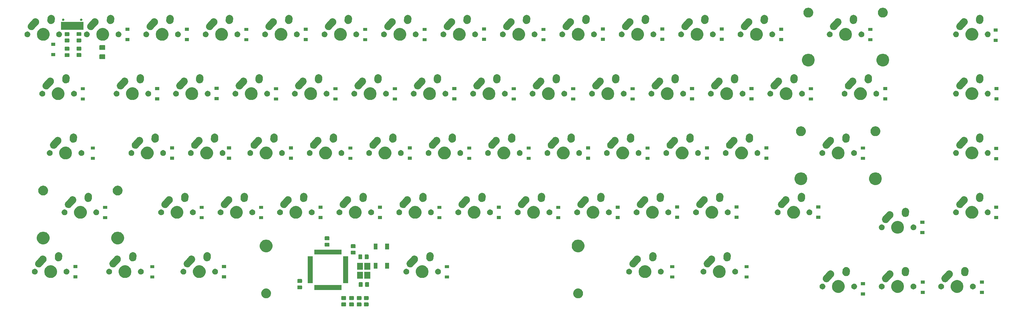
<source format=gbs>
G04 #@! TF.GenerationSoftware,KiCad,Pcbnew,(5.1.5)-3*
G04 #@! TF.CreationDate,2020-02-18T21:35:31-05:00*
G04 #@! TF.ProjectId,Keyboard PCB,4b657962-6f61-4726-9420-5043422e6b69,rev?*
G04 #@! TF.SameCoordinates,Original*
G04 #@! TF.FileFunction,Soldermask,Bot*
G04 #@! TF.FilePolarity,Negative*
%FSLAX46Y46*%
G04 Gerber Fmt 4.6, Leading zero omitted, Abs format (unit mm)*
G04 Created by KiCad (PCBNEW (5.1.5)-3) date 2020-02-18 21:35:31*
%MOMM*%
%LPD*%
G04 APERTURE LIST*
%ADD10C,0.100000*%
G04 APERTURE END LIST*
D10*
G36*
X124794674Y28988035D02*
G01*
X124832367Y28976601D01*
X124867103Y28958034D01*
X124897548Y28933048D01*
X124922534Y28902603D01*
X124941101Y28867867D01*
X124952535Y28830174D01*
X124957000Y28784839D01*
X124957000Y27948161D01*
X124952535Y27902826D01*
X124941101Y27865133D01*
X124922534Y27830397D01*
X124897548Y27799952D01*
X124867103Y27774966D01*
X124832367Y27756399D01*
X124794674Y27744965D01*
X124749339Y27740500D01*
X123662661Y27740500D01*
X123617326Y27744965D01*
X123579633Y27756399D01*
X123544897Y27774966D01*
X123514452Y27799952D01*
X123489466Y27830397D01*
X123470899Y27865133D01*
X123459465Y27902826D01*
X123455000Y27948161D01*
X123455000Y28784839D01*
X123459465Y28830174D01*
X123470899Y28867867D01*
X123489466Y28902603D01*
X123514452Y28933048D01*
X123544897Y28958034D01*
X123579633Y28976601D01*
X123617326Y28988035D01*
X123662661Y28992500D01*
X124749339Y28992500D01*
X124794674Y28988035D01*
G37*
G36*
X127239424Y28997035D02*
G01*
X127277117Y28985601D01*
X127311853Y28967034D01*
X127342298Y28942048D01*
X127367284Y28911603D01*
X127385851Y28876867D01*
X127397285Y28839174D01*
X127401750Y28793839D01*
X127401750Y27957161D01*
X127397285Y27911826D01*
X127385851Y27874133D01*
X127367284Y27839397D01*
X127342298Y27808952D01*
X127311853Y27783966D01*
X127277117Y27765399D01*
X127239424Y27753965D01*
X127194089Y27749500D01*
X126107411Y27749500D01*
X126062076Y27753965D01*
X126024383Y27765399D01*
X125989647Y27783966D01*
X125959202Y27808952D01*
X125934216Y27839397D01*
X125915649Y27874133D01*
X125904215Y27911826D01*
X125899750Y27957161D01*
X125899750Y28793839D01*
X125904215Y28839174D01*
X125915649Y28876867D01*
X125934216Y28911603D01*
X125959202Y28942048D01*
X125989647Y28967034D01*
X126024383Y28985601D01*
X126062076Y28997035D01*
X126107411Y29001500D01*
X127194089Y29001500D01*
X127239424Y28997035D01*
G37*
G36*
X122286424Y29006035D02*
G01*
X122324117Y28994601D01*
X122358853Y28976034D01*
X122389298Y28951048D01*
X122414284Y28920603D01*
X122432851Y28885867D01*
X122444285Y28848174D01*
X122448750Y28802839D01*
X122448750Y27966161D01*
X122444285Y27920826D01*
X122432851Y27883133D01*
X122414284Y27848397D01*
X122389298Y27817952D01*
X122358853Y27792966D01*
X122324117Y27774399D01*
X122286424Y27762965D01*
X122241089Y27758500D01*
X121154411Y27758500D01*
X121109076Y27762965D01*
X121071383Y27774399D01*
X121036647Y27792966D01*
X121006202Y27817952D01*
X120981216Y27848397D01*
X120962649Y27883133D01*
X120951215Y27920826D01*
X120946750Y27966161D01*
X120946750Y28802839D01*
X120951215Y28848174D01*
X120962649Y28885867D01*
X120981216Y28920603D01*
X121006202Y28951048D01*
X121036647Y28976034D01*
X121071383Y28994601D01*
X121109076Y29006035D01*
X121154411Y29010500D01*
X122241089Y29010500D01*
X122286424Y29006035D01*
G37*
G36*
X129525424Y29006035D02*
G01*
X129563117Y28994601D01*
X129597853Y28976034D01*
X129628298Y28951048D01*
X129653284Y28920603D01*
X129671851Y28885867D01*
X129683285Y28848174D01*
X129687750Y28802839D01*
X129687750Y27966161D01*
X129683285Y27920826D01*
X129671851Y27883133D01*
X129653284Y27848397D01*
X129628298Y27817952D01*
X129597853Y27792966D01*
X129563117Y27774399D01*
X129525424Y27762965D01*
X129480089Y27758500D01*
X128393411Y27758500D01*
X128348076Y27762965D01*
X128310383Y27774399D01*
X128275647Y27792966D01*
X128245202Y27817952D01*
X128220216Y27848397D01*
X128201649Y27883133D01*
X128190215Y27920826D01*
X128185750Y27966161D01*
X128185750Y28802839D01*
X128190215Y28848174D01*
X128201649Y28885867D01*
X128220216Y28920603D01*
X128245202Y28951048D01*
X128275647Y28976034D01*
X128310383Y28994601D01*
X128348076Y29006035D01*
X128393411Y29010500D01*
X129480089Y29010500D01*
X129525424Y29006035D01*
G37*
G36*
X124794674Y31038035D02*
G01*
X124832367Y31026601D01*
X124867103Y31008034D01*
X124897548Y30983048D01*
X124922534Y30952603D01*
X124941101Y30917867D01*
X124952535Y30880174D01*
X124957000Y30834839D01*
X124957000Y29998161D01*
X124952535Y29952826D01*
X124941101Y29915133D01*
X124922534Y29880397D01*
X124897548Y29849952D01*
X124867103Y29824966D01*
X124832367Y29806399D01*
X124794674Y29794965D01*
X124749339Y29790500D01*
X123662661Y29790500D01*
X123617326Y29794965D01*
X123579633Y29806399D01*
X123544897Y29824966D01*
X123514452Y29849952D01*
X123489466Y29880397D01*
X123470899Y29915133D01*
X123459465Y29952826D01*
X123455000Y29998161D01*
X123455000Y30834839D01*
X123459465Y30880174D01*
X123470899Y30917867D01*
X123489466Y30952603D01*
X123514452Y30983048D01*
X123544897Y31008034D01*
X123579633Y31026601D01*
X123617326Y31038035D01*
X123662661Y31042500D01*
X124749339Y31042500D01*
X124794674Y31038035D01*
G37*
G36*
X127239424Y31047035D02*
G01*
X127277117Y31035601D01*
X127311853Y31017034D01*
X127342298Y30992048D01*
X127367284Y30961603D01*
X127385851Y30926867D01*
X127397285Y30889174D01*
X127401750Y30843839D01*
X127401750Y30007161D01*
X127397285Y29961826D01*
X127385851Y29924133D01*
X127367284Y29889397D01*
X127342298Y29858952D01*
X127311853Y29833966D01*
X127277117Y29815399D01*
X127239424Y29803965D01*
X127194089Y29799500D01*
X126107411Y29799500D01*
X126062076Y29803965D01*
X126024383Y29815399D01*
X125989647Y29833966D01*
X125959202Y29858952D01*
X125934216Y29889397D01*
X125915649Y29924133D01*
X125904215Y29961826D01*
X125899750Y30007161D01*
X125899750Y30843839D01*
X125904215Y30889174D01*
X125915649Y30926867D01*
X125934216Y30961603D01*
X125959202Y30992048D01*
X125989647Y31017034D01*
X126024383Y31035601D01*
X126062076Y31047035D01*
X126107411Y31051500D01*
X127194089Y31051500D01*
X127239424Y31047035D01*
G37*
G36*
X122286424Y31056035D02*
G01*
X122324117Y31044601D01*
X122358853Y31026034D01*
X122389298Y31001048D01*
X122414284Y30970603D01*
X122432851Y30935867D01*
X122444285Y30898174D01*
X122448750Y30852839D01*
X122448750Y30016161D01*
X122444285Y29970826D01*
X122432851Y29933133D01*
X122414284Y29898397D01*
X122389298Y29867952D01*
X122358853Y29842966D01*
X122324117Y29824399D01*
X122286424Y29812965D01*
X122241089Y29808500D01*
X121154411Y29808500D01*
X121109076Y29812965D01*
X121071383Y29824399D01*
X121036647Y29842966D01*
X121006202Y29867952D01*
X120981216Y29898397D01*
X120962649Y29933133D01*
X120951215Y29970826D01*
X120946750Y30016161D01*
X120946750Y30852839D01*
X120951215Y30898174D01*
X120962649Y30935867D01*
X120981216Y30970603D01*
X121006202Y31001048D01*
X121036647Y31026034D01*
X121071383Y31044601D01*
X121109076Y31056035D01*
X121154411Y31060500D01*
X122241089Y31060500D01*
X122286424Y31056035D01*
G37*
G36*
X129525424Y31056035D02*
G01*
X129563117Y31044601D01*
X129597853Y31026034D01*
X129628298Y31001048D01*
X129653284Y30970603D01*
X129671851Y30935867D01*
X129683285Y30898174D01*
X129687750Y30852839D01*
X129687750Y30016161D01*
X129683285Y29970826D01*
X129671851Y29933133D01*
X129653284Y29898397D01*
X129628298Y29867952D01*
X129597853Y29842966D01*
X129563117Y29824399D01*
X129525424Y29812965D01*
X129480089Y29808500D01*
X128393411Y29808500D01*
X128348076Y29812965D01*
X128310383Y29824399D01*
X128275647Y29842966D01*
X128245202Y29867952D01*
X128220216Y29898397D01*
X128201649Y29933133D01*
X128190215Y29970826D01*
X128185750Y30016161D01*
X128185750Y30852839D01*
X128190215Y30898174D01*
X128201649Y30935867D01*
X128220216Y30970603D01*
X128245202Y31001048D01*
X128275647Y31026034D01*
X128310383Y31044601D01*
X128348076Y31056035D01*
X128393411Y31060500D01*
X129480089Y31060500D01*
X129525424Y31056035D01*
G37*
G36*
X197303061Y33423224D02*
G01*
X197389265Y33387517D01*
X197589691Y33304498D01*
X197665317Y33253966D01*
X197847654Y33132133D01*
X198067033Y32912754D01*
X198168431Y32761000D01*
X198239398Y32654791D01*
X198285756Y32542873D01*
X198358124Y32368161D01*
X198381429Y32251000D01*
X198418650Y32063875D01*
X198418650Y31753625D01*
X198358124Y31449340D01*
X198239398Y31162709D01*
X198239397Y31162708D01*
X198067033Y30904746D01*
X197847654Y30685367D01*
X197675289Y30570197D01*
X197589691Y30513002D01*
X197421787Y30443454D01*
X197303061Y30394276D01*
X197150917Y30364013D01*
X196998775Y30333750D01*
X196688525Y30333750D01*
X196536383Y30364013D01*
X196384239Y30394276D01*
X196265513Y30443454D01*
X196097609Y30513002D01*
X196012011Y30570197D01*
X195839646Y30685367D01*
X195620267Y30904746D01*
X195447903Y31162708D01*
X195447902Y31162709D01*
X195329176Y31449340D01*
X195268650Y31753625D01*
X195268650Y32063875D01*
X195305871Y32251000D01*
X195329176Y32368161D01*
X195401544Y32542873D01*
X195447902Y32654791D01*
X195518869Y32761000D01*
X195620267Y32912754D01*
X195839646Y33132133D01*
X196021983Y33253966D01*
X196097609Y33304498D01*
X196298035Y33387517D01*
X196384239Y33423224D01*
X196688525Y33483750D01*
X196998775Y33483750D01*
X197303061Y33423224D01*
G37*
G36*
X97303261Y33423224D02*
G01*
X97389465Y33387517D01*
X97589891Y33304498D01*
X97665517Y33253966D01*
X97847854Y33132133D01*
X98067233Y32912754D01*
X98168631Y32761000D01*
X98239598Y32654791D01*
X98285956Y32542873D01*
X98358324Y32368161D01*
X98381629Y32251000D01*
X98418850Y32063875D01*
X98418850Y31753625D01*
X98358324Y31449340D01*
X98239598Y31162709D01*
X98239597Y31162708D01*
X98067233Y30904746D01*
X97847854Y30685367D01*
X97675489Y30570197D01*
X97589891Y30513002D01*
X97421987Y30443454D01*
X97303261Y30394276D01*
X97151117Y30364013D01*
X96998975Y30333750D01*
X96688725Y30333750D01*
X96536583Y30364013D01*
X96384439Y30394276D01*
X96265713Y30443454D01*
X96097809Y30513002D01*
X96012211Y30570197D01*
X95839846Y30685367D01*
X95620467Y30904746D01*
X95448103Y31162708D01*
X95448102Y31162709D01*
X95329376Y31449340D01*
X95268850Y31753625D01*
X95268850Y32063875D01*
X95306071Y32251000D01*
X95329376Y32368161D01*
X95401744Y32542873D01*
X95448102Y32654791D01*
X95519069Y32761000D01*
X95620467Y32912754D01*
X95839846Y33132133D01*
X96022183Y33253966D01*
X96097809Y33304498D01*
X96298235Y33387517D01*
X96384439Y33423224D01*
X96688725Y33483750D01*
X96998975Y33483750D01*
X97303261Y33423224D01*
G37*
G36*
X288782250Y31249000D02*
G01*
X287480250Y31249000D01*
X287480250Y32251000D01*
X288782250Y32251000D01*
X288782250Y31249000D01*
G37*
G36*
X307991000Y31757000D02*
G01*
X306689000Y31757000D01*
X306689000Y32759000D01*
X307991000Y32759000D01*
X307991000Y31757000D01*
G37*
G36*
X326914000Y31759000D02*
G01*
X325612000Y31759000D01*
X325612000Y32761000D01*
X326914000Y32761000D01*
X326914000Y31759000D01*
G37*
G36*
X280844224Y36097066D02*
G01*
X281062224Y36006767D01*
X281216373Y35942917D01*
X281551298Y35719127D01*
X281836127Y35434298D01*
X282059917Y35099373D01*
X282092312Y35021164D01*
X282214066Y34727224D01*
X282292650Y34332156D01*
X282292650Y33929344D01*
X282214066Y33534276D01*
X282163201Y33411478D01*
X282059917Y33162127D01*
X281836127Y32827202D01*
X281551298Y32542373D01*
X281216373Y32318583D01*
X281062224Y32254733D01*
X280844224Y32164434D01*
X280449156Y32085850D01*
X280046344Y32085850D01*
X279651276Y32164434D01*
X279433276Y32254733D01*
X279279127Y32318583D01*
X278944202Y32542373D01*
X278659373Y32827202D01*
X278435583Y33162127D01*
X278332299Y33411478D01*
X278281434Y33534276D01*
X278202850Y33929344D01*
X278202850Y34332156D01*
X278281434Y34727224D01*
X278403188Y35021164D01*
X278435583Y35099373D01*
X278659373Y35434298D01*
X278944202Y35719127D01*
X279279127Y35942917D01*
X279433276Y36006767D01*
X279651276Y36097066D01*
X280046344Y36175650D01*
X280449156Y36175650D01*
X280844224Y36097066D01*
G37*
G36*
X318890224Y36097566D02*
G01*
X318983330Y36059000D01*
X319262373Y35943417D01*
X319597298Y35719627D01*
X319882127Y35434798D01*
X320105917Y35099873D01*
X320138312Y35021664D01*
X320260066Y34727724D01*
X320338650Y34332656D01*
X320338650Y33929844D01*
X320260066Y33534776D01*
X320208994Y33411478D01*
X320105917Y33162627D01*
X319882127Y32827702D01*
X319597298Y32542873D01*
X319262373Y32319083D01*
X319108224Y32255233D01*
X318890224Y32164934D01*
X318495156Y32086350D01*
X318092344Y32086350D01*
X317697276Y32164934D01*
X317479276Y32255233D01*
X317325127Y32319083D01*
X316990202Y32542873D01*
X316705373Y32827702D01*
X316481583Y33162627D01*
X316378506Y33411478D01*
X316327434Y33534776D01*
X316248850Y33929844D01*
X316248850Y34332656D01*
X316327434Y34727724D01*
X316449188Y35021664D01*
X316481583Y35099873D01*
X316705373Y35434798D01*
X316990202Y35719627D01*
X317325127Y35943417D01*
X317604170Y36059000D01*
X317697276Y36097566D01*
X318092344Y36176150D01*
X318495156Y36176150D01*
X318890224Y36097566D01*
G37*
G36*
X299840224Y36097566D02*
G01*
X299933330Y36059000D01*
X300212373Y35943417D01*
X300547298Y35719627D01*
X300832127Y35434798D01*
X301055917Y35099873D01*
X301088312Y35021664D01*
X301210066Y34727724D01*
X301288650Y34332656D01*
X301288650Y33929844D01*
X301210066Y33534776D01*
X301158994Y33411478D01*
X301055917Y33162627D01*
X300832127Y32827702D01*
X300547298Y32542873D01*
X300212373Y32319083D01*
X300058224Y32255233D01*
X299840224Y32164934D01*
X299445156Y32086350D01*
X299042344Y32086350D01*
X298647276Y32164934D01*
X298429276Y32255233D01*
X298275127Y32319083D01*
X297940202Y32542873D01*
X297655373Y32827702D01*
X297431583Y33162627D01*
X297328506Y33411478D01*
X297277434Y33534776D01*
X297198850Y33929844D01*
X297198850Y34332656D01*
X297277434Y34727724D01*
X297399188Y35021664D01*
X297431583Y35099873D01*
X297655373Y35434798D01*
X297940202Y35719627D01*
X298275127Y35943417D01*
X298554170Y36059000D01*
X298647276Y36097566D01*
X299042344Y36176150D01*
X299445156Y36176150D01*
X299840224Y36097566D01*
G37*
G36*
X120969750Y32983250D02*
G01*
X112317750Y32983250D01*
X112317750Y34585250D01*
X120969750Y34585250D01*
X120969750Y32983250D01*
G37*
G36*
X285597854Y35021165D02*
G01*
X285766376Y34951361D01*
X285918041Y34850022D01*
X286047022Y34721041D01*
X286148361Y34569376D01*
X286218165Y34400854D01*
X286253750Y34221953D01*
X286253750Y34039547D01*
X286218165Y33860646D01*
X286148361Y33692124D01*
X286047022Y33540459D01*
X285918041Y33411478D01*
X285766376Y33310139D01*
X285597854Y33240335D01*
X285418953Y33204750D01*
X285236547Y33204750D01*
X285057646Y33240335D01*
X284889124Y33310139D01*
X284737459Y33411478D01*
X284608478Y33540459D01*
X284507139Y33692124D01*
X284437335Y33860646D01*
X284401750Y34039547D01*
X284401750Y34221953D01*
X284437335Y34400854D01*
X284507139Y34569376D01*
X284608478Y34721041D01*
X284737459Y34850022D01*
X284889124Y34951361D01*
X285057646Y35021165D01*
X285236547Y35056750D01*
X285418953Y35056750D01*
X285597854Y35021165D01*
G37*
G36*
X275437854Y35021165D02*
G01*
X275606376Y34951361D01*
X275758041Y34850022D01*
X275887022Y34721041D01*
X275988361Y34569376D01*
X276058165Y34400854D01*
X276093750Y34221953D01*
X276093750Y34039547D01*
X276058165Y33860646D01*
X275988361Y33692124D01*
X275887022Y33540459D01*
X275758041Y33411478D01*
X275606376Y33310139D01*
X275437854Y33240335D01*
X275258953Y33204750D01*
X275076547Y33204750D01*
X274897646Y33240335D01*
X274729124Y33310139D01*
X274577459Y33411478D01*
X274448478Y33540459D01*
X274347139Y33692124D01*
X274277335Y33860646D01*
X274241750Y34039547D01*
X274241750Y34221953D01*
X274277335Y34400854D01*
X274347139Y34569376D01*
X274448478Y34721041D01*
X274577459Y34850022D01*
X274729124Y34951361D01*
X274897646Y35021165D01*
X275076547Y35056750D01*
X275258953Y35056750D01*
X275437854Y35021165D01*
G37*
G36*
X313483854Y35021665D02*
G01*
X313652376Y34951861D01*
X313804041Y34850522D01*
X313933022Y34721541D01*
X314034361Y34569876D01*
X314104165Y34401354D01*
X314139750Y34222453D01*
X314139750Y34040047D01*
X314104165Y33861146D01*
X314034361Y33692624D01*
X313933022Y33540959D01*
X313804041Y33411978D01*
X313652376Y33310639D01*
X313483854Y33240835D01*
X313304953Y33205250D01*
X313122547Y33205250D01*
X312943646Y33240835D01*
X312775124Y33310639D01*
X312623459Y33411978D01*
X312494478Y33540959D01*
X312393139Y33692624D01*
X312323335Y33861146D01*
X312287750Y34040047D01*
X312287750Y34222453D01*
X312323335Y34401354D01*
X312393139Y34569876D01*
X312494478Y34721541D01*
X312623459Y34850522D01*
X312775124Y34951861D01*
X312943646Y35021665D01*
X313122547Y35057250D01*
X313304953Y35057250D01*
X313483854Y35021665D01*
G37*
G36*
X294433854Y35021665D02*
G01*
X294602376Y34951861D01*
X294754041Y34850522D01*
X294883022Y34721541D01*
X294984361Y34569876D01*
X295054165Y34401354D01*
X295089750Y34222453D01*
X295089750Y34040047D01*
X295054165Y33861146D01*
X294984361Y33692624D01*
X294883022Y33540959D01*
X294754041Y33411978D01*
X294602376Y33310639D01*
X294433854Y33240835D01*
X294254953Y33205250D01*
X294072547Y33205250D01*
X293893646Y33240835D01*
X293725124Y33310639D01*
X293573459Y33411978D01*
X293444478Y33540959D01*
X293343139Y33692624D01*
X293273335Y33861146D01*
X293237750Y34040047D01*
X293237750Y34222453D01*
X293273335Y34401354D01*
X293343139Y34569876D01*
X293444478Y34721541D01*
X293573459Y34850522D01*
X293725124Y34951861D01*
X293893646Y35021665D01*
X294072547Y35057250D01*
X294254953Y35057250D01*
X294433854Y35021665D01*
G37*
G36*
X304593854Y35021665D02*
G01*
X304762376Y34951861D01*
X304914041Y34850522D01*
X305043022Y34721541D01*
X305144361Y34569876D01*
X305214165Y34401354D01*
X305249750Y34222453D01*
X305249750Y34040047D01*
X305214165Y33861146D01*
X305144361Y33692624D01*
X305043022Y33540959D01*
X304914041Y33411978D01*
X304762376Y33310639D01*
X304593854Y33240835D01*
X304414953Y33205250D01*
X304232547Y33205250D01*
X304053646Y33240835D01*
X303885124Y33310639D01*
X303733459Y33411978D01*
X303604478Y33540959D01*
X303503139Y33692624D01*
X303433335Y33861146D01*
X303397750Y34040047D01*
X303397750Y34222453D01*
X303433335Y34401354D01*
X303503139Y34569876D01*
X303604478Y34721541D01*
X303733459Y34850522D01*
X303885124Y34951861D01*
X304053646Y35021665D01*
X304232547Y35057250D01*
X304414953Y35057250D01*
X304593854Y35021665D01*
G37*
G36*
X323643854Y35021665D02*
G01*
X323812376Y34951861D01*
X323964041Y34850522D01*
X324093022Y34721541D01*
X324194361Y34569876D01*
X324264165Y34401354D01*
X324299750Y34222453D01*
X324299750Y34040047D01*
X324264165Y33861146D01*
X324194361Y33692624D01*
X324093022Y33540959D01*
X323964041Y33411978D01*
X323812376Y33310639D01*
X323643854Y33240835D01*
X323464953Y33205250D01*
X323282547Y33205250D01*
X323103646Y33240835D01*
X322935124Y33310639D01*
X322783459Y33411978D01*
X322654478Y33540959D01*
X322553139Y33692624D01*
X322483335Y33861146D01*
X322447750Y34040047D01*
X322447750Y34222453D01*
X322483335Y34401354D01*
X322553139Y34569876D01*
X322654478Y34721541D01*
X322783459Y34850522D01*
X322935124Y34951861D01*
X323103646Y35021665D01*
X323282547Y35057250D01*
X323464953Y35057250D01*
X323643854Y35021665D01*
G37*
G36*
X108189424Y34467035D02*
G01*
X108227117Y34455601D01*
X108261853Y34437034D01*
X108292298Y34412048D01*
X108317284Y34381603D01*
X108335851Y34346867D01*
X108347285Y34309174D01*
X108351750Y34263839D01*
X108351750Y33427161D01*
X108347285Y33381826D01*
X108335851Y33344133D01*
X108317284Y33309397D01*
X108292298Y33278952D01*
X108261853Y33253966D01*
X108227117Y33235399D01*
X108189424Y33223965D01*
X108144089Y33219500D01*
X107057411Y33219500D01*
X107012076Y33223965D01*
X106974383Y33235399D01*
X106939647Y33253966D01*
X106909202Y33278952D01*
X106884216Y33309397D01*
X106865649Y33344133D01*
X106854215Y33381826D01*
X106849750Y33427161D01*
X106849750Y34263839D01*
X106854215Y34309174D01*
X106865649Y34346867D01*
X106884216Y34381603D01*
X106909202Y34412048D01*
X106939647Y34437034D01*
X106974383Y34455601D01*
X107012076Y34467035D01*
X107057411Y34471500D01*
X108144089Y34471500D01*
X108189424Y34467035D01*
G37*
G36*
X127613424Y35512785D02*
G01*
X127651117Y35501351D01*
X127685853Y35482784D01*
X127716298Y35457798D01*
X127741284Y35427353D01*
X127759851Y35392617D01*
X127771285Y35354924D01*
X127775750Y35309589D01*
X127775750Y34222911D01*
X127771285Y34177576D01*
X127759851Y34139883D01*
X127741284Y34105147D01*
X127716298Y34074702D01*
X127685853Y34049716D01*
X127651117Y34031149D01*
X127613424Y34019715D01*
X127568089Y34015250D01*
X126731411Y34015250D01*
X126686076Y34019715D01*
X126648383Y34031149D01*
X126613647Y34049716D01*
X126583202Y34074702D01*
X126558216Y34105147D01*
X126539649Y34139883D01*
X126528215Y34177576D01*
X126523750Y34222911D01*
X126523750Y35309589D01*
X126528215Y35354924D01*
X126539649Y35392617D01*
X126558216Y35427353D01*
X126583202Y35457798D01*
X126613647Y35482784D01*
X126648383Y35501351D01*
X126686076Y35512785D01*
X126731411Y35517250D01*
X127568089Y35517250D01*
X127613424Y35512785D01*
G37*
G36*
X129663424Y35512785D02*
G01*
X129701117Y35501351D01*
X129735853Y35482784D01*
X129766298Y35457798D01*
X129791284Y35427353D01*
X129809851Y35392617D01*
X129821285Y35354924D01*
X129825750Y35309589D01*
X129825750Y34222911D01*
X129821285Y34177576D01*
X129809851Y34139883D01*
X129791284Y34105147D01*
X129766298Y34074702D01*
X129735853Y34049716D01*
X129701117Y34031149D01*
X129663424Y34019715D01*
X129618089Y34015250D01*
X128781411Y34015250D01*
X128736076Y34019715D01*
X128698383Y34031149D01*
X128663647Y34049716D01*
X128633202Y34074702D01*
X128608216Y34105147D01*
X128589649Y34139883D01*
X128578215Y34177576D01*
X128573750Y34222911D01*
X128573750Y35309589D01*
X128578215Y35354924D01*
X128589649Y35392617D01*
X128608216Y35427353D01*
X128633202Y35457798D01*
X128663647Y35482784D01*
X128698383Y35501351D01*
X128736076Y35512785D01*
X128781411Y35517250D01*
X129618089Y35517250D01*
X129663424Y35512785D01*
G37*
G36*
X288782250Y34549000D02*
G01*
X287480250Y34549000D01*
X287480250Y35551000D01*
X288782250Y35551000D01*
X288782250Y34549000D01*
G37*
G36*
X307991000Y35057000D02*
G01*
X306689000Y35057000D01*
X306689000Y36059000D01*
X307991000Y36059000D01*
X307991000Y35057000D01*
G37*
G36*
X326914000Y35059000D02*
G01*
X325612000Y35059000D01*
X325612000Y36061000D01*
X326914000Y36061000D01*
X326914000Y35059000D01*
G37*
G36*
X123144750Y35158250D02*
G01*
X121542750Y35158250D01*
X121542750Y43810250D01*
X123144750Y43810250D01*
X123144750Y35158250D01*
G37*
G36*
X111744750Y35158250D02*
G01*
X110142750Y35158250D01*
X110142750Y43810250D01*
X111744750Y43810250D01*
X111744750Y35158250D01*
G37*
G36*
X108189424Y36517035D02*
G01*
X108227117Y36505601D01*
X108261853Y36487034D01*
X108292298Y36462048D01*
X108317284Y36431603D01*
X108335851Y36396867D01*
X108347285Y36359174D01*
X108351750Y36313839D01*
X108351750Y35477161D01*
X108347285Y35431826D01*
X108335851Y35394133D01*
X108317284Y35359397D01*
X108292298Y35328952D01*
X108261853Y35303966D01*
X108227117Y35285399D01*
X108189424Y35273965D01*
X108144089Y35269500D01*
X107057411Y35269500D01*
X107012076Y35273965D01*
X106974383Y35285399D01*
X106939647Y35303966D01*
X106909202Y35328952D01*
X106884216Y35359397D01*
X106865649Y35394133D01*
X106854215Y35431826D01*
X106849750Y35477161D01*
X106849750Y36313839D01*
X106854215Y36359174D01*
X106865649Y36396867D01*
X106884216Y36431603D01*
X106909202Y36462048D01*
X106939647Y36487034D01*
X106974383Y36505601D01*
X107012076Y36517035D01*
X107057411Y36521500D01*
X108144089Y36521500D01*
X108189424Y36517035D01*
G37*
G36*
X277770955Y39306869D02*
G01*
X277776395Y39306750D01*
X277863578Y39306750D01*
X277879847Y39303514D01*
X277898706Y39301235D01*
X277915282Y39300504D01*
X277999973Y39279740D01*
X278005268Y39278566D01*
X278090777Y39261557D01*
X278106112Y39255205D01*
X278124151Y39249295D01*
X278140271Y39245343D01*
X278219254Y39208470D01*
X278224244Y39206273D01*
X278304795Y39172908D01*
X278318591Y39163690D01*
X278335143Y39154368D01*
X278350176Y39147350D01*
X278420444Y39095779D01*
X278424942Y39092628D01*
X278497406Y39044209D01*
X278509133Y39032482D01*
X278523559Y39020102D01*
X278536929Y39010289D01*
X278595314Y38946517D01*
X278595771Y38946017D01*
X278599579Y38942036D01*
X278661209Y38880406D01*
X278670424Y38866615D01*
X278682146Y38851672D01*
X278693355Y38839429D01*
X278738549Y38764876D01*
X278741496Y38760249D01*
X278789908Y38687795D01*
X278796255Y38672473D01*
X278804842Y38655519D01*
X278813441Y38641333D01*
X278843228Y38559382D01*
X278845202Y38554302D01*
X278878350Y38474276D01*
X278878557Y38473776D01*
X278881791Y38457517D01*
X278886908Y38439208D01*
X278892575Y38423616D01*
X278905805Y38337405D01*
X278906751Y38332037D01*
X278923750Y38246577D01*
X278923750Y38229998D01*
X278925194Y38211058D01*
X278927713Y38194646D01*
X278923870Y38107501D01*
X278923750Y38102061D01*
X278923750Y38014924D01*
X278920616Y37999167D01*
X278920516Y37998667D01*
X278918238Y37979809D01*
X278917506Y37963219D01*
X278896738Y37878513D01*
X278895562Y37873213D01*
X278878557Y37787723D01*
X278872207Y37772393D01*
X278866299Y37754357D01*
X278862345Y37738230D01*
X278825461Y37659224D01*
X278823261Y37654227D01*
X278789908Y37573705D01*
X278780694Y37559915D01*
X278771372Y37543363D01*
X278764352Y37528326D01*
X278712761Y37458030D01*
X278709616Y37453540D01*
X278661211Y37381096D01*
X278604210Y37324095D01*
X278599561Y37319187D01*
X278168510Y36838780D01*
X277274473Y35842374D01*
X277146429Y35725148D01*
X277047381Y35665105D01*
X276948333Y35605061D01*
X276730616Y35525927D01*
X276501645Y35490789D01*
X276270220Y35500996D01*
X276045231Y35556157D01*
X275939406Y35605561D01*
X275835329Y35654148D01*
X275737907Y35725648D01*
X275648573Y35791211D01*
X275574144Y35872509D01*
X275492148Y35962071D01*
X275410314Y36097065D01*
X275372061Y36160167D01*
X275292927Y36377884D01*
X275257789Y36606855D01*
X275267996Y36838280D01*
X275323157Y37063269D01*
X275374722Y37173722D01*
X275421148Y37273170D01*
X275444782Y37305373D01*
X275523864Y37413128D01*
X276271686Y38246577D01*
X276810537Y38847129D01*
X276821431Y38861161D01*
X276834289Y38880404D01*
X276891323Y38937438D01*
X276895973Y38942347D01*
X276911028Y38959126D01*
X276932451Y38978739D01*
X276936432Y38982547D01*
X276998096Y39044211D01*
X277011893Y39053430D01*
X277026852Y39065165D01*
X277039071Y39076352D01*
X277070533Y39095424D01*
X277113580Y39121519D01*
X277118171Y39124442D01*
X277190705Y39172908D01*
X277206050Y39179264D01*
X277222998Y39187849D01*
X277223203Y39187973D01*
X277237168Y39196439D01*
X277319062Y39226205D01*
X277324160Y39228187D01*
X277404723Y39261557D01*
X277421002Y39264795D01*
X277439292Y39269906D01*
X277454885Y39275573D01*
X277541050Y39288796D01*
X277546413Y39289741D01*
X277631923Y39306750D01*
X277648516Y39306750D01*
X277667459Y39308195D01*
X277683856Y39310711D01*
X277770955Y39306869D01*
G37*
G36*
X296766955Y39307369D02*
G01*
X296772395Y39307250D01*
X296859578Y39307250D01*
X296875847Y39304014D01*
X296894706Y39301735D01*
X296911282Y39301004D01*
X296995973Y39280240D01*
X297001268Y39279066D01*
X297086777Y39262057D01*
X297102112Y39255705D01*
X297120151Y39249795D01*
X297136271Y39245843D01*
X297215254Y39208970D01*
X297220244Y39206773D01*
X297300795Y39173408D01*
X297314591Y39164190D01*
X297331143Y39154868D01*
X297346176Y39147850D01*
X297416444Y39096279D01*
X297420940Y39093129D01*
X297465626Y39063271D01*
X297493406Y39044709D01*
X297505133Y39032982D01*
X297519559Y39020602D01*
X297532929Y39010789D01*
X297532930Y39010788D01*
X297543264Y38999500D01*
X297580228Y38959126D01*
X297591771Y38946517D01*
X297595579Y38942536D01*
X297657209Y38880906D01*
X297666424Y38867115D01*
X297678146Y38852172D01*
X297689355Y38839929D01*
X297734549Y38765376D01*
X297737496Y38760749D01*
X297785908Y38688295D01*
X297792255Y38672973D01*
X297800842Y38656019D01*
X297809441Y38641833D01*
X297839228Y38559882D01*
X297841202Y38554802D01*
X297874557Y38474277D01*
X297874657Y38473776D01*
X297877791Y38458017D01*
X297882908Y38439708D01*
X297888575Y38424116D01*
X297901805Y38337905D01*
X297902751Y38332537D01*
X297919750Y38247077D01*
X297919750Y38230498D01*
X297921194Y38211558D01*
X297923713Y38195146D01*
X297919870Y38108001D01*
X297919750Y38102561D01*
X297919750Y38015424D01*
X297917346Y38003336D01*
X297916516Y37999167D01*
X297914238Y37980309D01*
X297913506Y37963719D01*
X297892738Y37879013D01*
X297891562Y37873713D01*
X297874557Y37788223D01*
X297868207Y37772893D01*
X297862299Y37754857D01*
X297858345Y37738730D01*
X297821461Y37659724D01*
X297819261Y37654727D01*
X297785908Y37574205D01*
X297776694Y37560415D01*
X297767372Y37543863D01*
X297760352Y37528826D01*
X297708761Y37458530D01*
X297705616Y37454040D01*
X297657211Y37381596D01*
X297600210Y37324595D01*
X297595561Y37319687D01*
X297268117Y36954750D01*
X296270473Y35842874D01*
X296142429Y35725648D01*
X296043381Y35665605D01*
X295944333Y35605561D01*
X295726616Y35526427D01*
X295497645Y35491289D01*
X295266220Y35501496D01*
X295041231Y35556657D01*
X294936477Y35605561D01*
X294831329Y35654648D01*
X294776060Y35695211D01*
X294644573Y35791711D01*
X294506142Y35942917D01*
X294488148Y35962571D01*
X294406314Y36097565D01*
X294368061Y36160667D01*
X294288927Y36378384D01*
X294253789Y36607355D01*
X294263996Y36838780D01*
X294319157Y37063769D01*
X294390828Y37217291D01*
X294417148Y37273670D01*
X294440415Y37305373D01*
X294519864Y37413628D01*
X295202546Y38174478D01*
X295806537Y38847629D01*
X295817431Y38861661D01*
X295830289Y38880904D01*
X295887323Y38937938D01*
X295891973Y38942847D01*
X295907028Y38959626D01*
X295928451Y38979239D01*
X295932432Y38983047D01*
X295994096Y39044711D01*
X296007893Y39053930D01*
X296022852Y39065665D01*
X296035071Y39076852D01*
X296067135Y39096289D01*
X296109580Y39122019D01*
X296114171Y39124942D01*
X296186705Y39173408D01*
X296202050Y39179764D01*
X296218998Y39188349D01*
X296233166Y39196938D01*
X296233167Y39196938D01*
X296233168Y39196939D01*
X296315062Y39226705D01*
X296320160Y39228687D01*
X296400723Y39262057D01*
X296417002Y39265295D01*
X296435292Y39270406D01*
X296450885Y39276073D01*
X296537050Y39289296D01*
X296542413Y39290241D01*
X296627923Y39307250D01*
X296644516Y39307250D01*
X296663459Y39308695D01*
X296679856Y39311211D01*
X296766955Y39307369D01*
G37*
G36*
X315816955Y39307369D02*
G01*
X315822395Y39307250D01*
X315909578Y39307250D01*
X315925847Y39304014D01*
X315944706Y39301735D01*
X315961282Y39301004D01*
X316045973Y39280240D01*
X316051268Y39279066D01*
X316136777Y39262057D01*
X316152112Y39255705D01*
X316170151Y39249795D01*
X316186271Y39245843D01*
X316265254Y39208970D01*
X316270244Y39206773D01*
X316350795Y39173408D01*
X316364591Y39164190D01*
X316381143Y39154868D01*
X316396176Y39147850D01*
X316466444Y39096279D01*
X316470940Y39093129D01*
X316515626Y39063271D01*
X316543406Y39044709D01*
X316555133Y39032982D01*
X316569559Y39020602D01*
X316582929Y39010789D01*
X316582930Y39010788D01*
X316593264Y38999500D01*
X316630228Y38959126D01*
X316641771Y38946517D01*
X316645579Y38942536D01*
X316707209Y38880906D01*
X316716424Y38867115D01*
X316728146Y38852172D01*
X316739355Y38839929D01*
X316784549Y38765376D01*
X316787496Y38760749D01*
X316835908Y38688295D01*
X316842255Y38672973D01*
X316850842Y38656019D01*
X316859441Y38641833D01*
X316889228Y38559882D01*
X316891202Y38554802D01*
X316924557Y38474277D01*
X316924657Y38473776D01*
X316927791Y38458017D01*
X316932908Y38439708D01*
X316938575Y38424116D01*
X316951805Y38337905D01*
X316952751Y38332537D01*
X316969750Y38247077D01*
X316969750Y38230498D01*
X316971194Y38211558D01*
X316973713Y38195146D01*
X316969870Y38108001D01*
X316969750Y38102561D01*
X316969750Y38015424D01*
X316967346Y38003336D01*
X316966516Y37999167D01*
X316964238Y37980309D01*
X316963506Y37963719D01*
X316942738Y37879013D01*
X316941562Y37873713D01*
X316924557Y37788223D01*
X316918207Y37772893D01*
X316912299Y37754857D01*
X316908345Y37738730D01*
X316871461Y37659724D01*
X316869261Y37654727D01*
X316835908Y37574205D01*
X316826694Y37560415D01*
X316817372Y37543863D01*
X316810352Y37528826D01*
X316758761Y37458530D01*
X316755616Y37454040D01*
X316707211Y37381596D01*
X316650210Y37324595D01*
X316645561Y37319687D01*
X316318117Y36954750D01*
X315320473Y35842874D01*
X315192429Y35725648D01*
X315093381Y35665605D01*
X314994333Y35605561D01*
X314776616Y35526427D01*
X314547645Y35491289D01*
X314316220Y35501496D01*
X314091231Y35556657D01*
X313986477Y35605561D01*
X313881329Y35654648D01*
X313826060Y35695211D01*
X313694573Y35791711D01*
X313556142Y35942917D01*
X313538148Y35962571D01*
X313456314Y36097565D01*
X313418061Y36160667D01*
X313338927Y36378384D01*
X313303789Y36607355D01*
X313313996Y36838780D01*
X313369157Y37063769D01*
X313440828Y37217291D01*
X313467148Y37273670D01*
X313490415Y37305373D01*
X313569864Y37413628D01*
X314252546Y38174478D01*
X314856537Y38847629D01*
X314867431Y38861661D01*
X314880289Y38880904D01*
X314937323Y38937938D01*
X314941973Y38942847D01*
X314957028Y38959626D01*
X314978451Y38979239D01*
X314982432Y38983047D01*
X315044096Y39044711D01*
X315057893Y39053930D01*
X315072852Y39065665D01*
X315085071Y39076852D01*
X315117135Y39096289D01*
X315159580Y39122019D01*
X315164171Y39124942D01*
X315236705Y39173408D01*
X315252050Y39179764D01*
X315268998Y39188349D01*
X315283166Y39196938D01*
X315283167Y39196938D01*
X315283168Y39196939D01*
X315365062Y39226705D01*
X315370160Y39228687D01*
X315450723Y39262057D01*
X315467002Y39265295D01*
X315485292Y39270406D01*
X315500885Y39276073D01*
X315587050Y39289296D01*
X315592413Y39290241D01*
X315677923Y39307250D01*
X315694516Y39307250D01*
X315713459Y39308695D01*
X315729856Y39311211D01*
X315816955Y39307369D01*
G37*
G36*
X130201750Y36653250D02*
G01*
X128299750Y36653250D01*
X128299750Y38855250D01*
X130201750Y38855250D01*
X130201750Y36653250D01*
G37*
G36*
X127901750Y36653250D02*
G01*
X125999750Y36653250D01*
X125999750Y38855250D01*
X127901750Y38855250D01*
X127901750Y36653250D01*
G37*
G36*
X227663500Y36680250D02*
G01*
X226361500Y36680250D01*
X226361500Y37682250D01*
X227663500Y37682250D01*
X227663500Y36680250D01*
G37*
G36*
X60976000Y36680250D02*
G01*
X59674000Y36680250D01*
X59674000Y37682250D01*
X60976000Y37682250D01*
X60976000Y36680250D01*
G37*
G36*
X251476000Y36680250D02*
G01*
X250174000Y36680250D01*
X250174000Y37682250D01*
X251476000Y37682250D01*
X251476000Y36680250D01*
G37*
G36*
X155432250Y36680250D02*
G01*
X154130250Y36680250D01*
X154130250Y37682250D01*
X155432250Y37682250D01*
X155432250Y36680250D01*
G37*
G36*
X83994750Y36742750D02*
G01*
X82692750Y36742750D01*
X82692750Y37744750D01*
X83994750Y37744750D01*
X83994750Y36742750D01*
G37*
G36*
X36369750Y36742750D02*
G01*
X35067750Y36742750D01*
X35067750Y37744750D01*
X36369750Y37744750D01*
X36369750Y36742750D01*
G37*
G36*
X218877724Y40860066D02*
G01*
X219095724Y40769767D01*
X219249873Y40705917D01*
X219584798Y40482127D01*
X219869627Y40197298D01*
X220093417Y39862373D01*
X220132591Y39767797D01*
X220247566Y39490224D01*
X220326150Y39095156D01*
X220326150Y38692344D01*
X220247566Y38297276D01*
X220196701Y38174478D01*
X220093417Y37925127D01*
X219869627Y37590202D01*
X219584798Y37305373D01*
X219249873Y37081583D01*
X219095724Y37017733D01*
X218877724Y36927434D01*
X218482656Y36848850D01*
X218079844Y36848850D01*
X217684776Y36927434D01*
X217466776Y37017733D01*
X217312627Y37081583D01*
X216977702Y37305373D01*
X216692873Y37590202D01*
X216469083Y37925127D01*
X216365799Y38174478D01*
X216314934Y38297276D01*
X216236350Y38692344D01*
X216236350Y39095156D01*
X216314934Y39490224D01*
X216429909Y39767797D01*
X216469083Y39862373D01*
X216692873Y40197298D01*
X216977702Y40482127D01*
X217312627Y40705917D01*
X217466776Y40769767D01*
X217684776Y40860066D01*
X218079844Y40938650D01*
X218482656Y40938650D01*
X218877724Y40860066D01*
G37*
G36*
X76002724Y40860066D02*
G01*
X76220724Y40769767D01*
X76374873Y40705917D01*
X76709798Y40482127D01*
X76994627Y40197298D01*
X77218417Y39862373D01*
X77257591Y39767797D01*
X77372566Y39490224D01*
X77451150Y39095156D01*
X77451150Y38692344D01*
X77372566Y38297276D01*
X77321701Y38174478D01*
X77218417Y37925127D01*
X76994627Y37590202D01*
X76709798Y37305373D01*
X76374873Y37081583D01*
X76220724Y37017733D01*
X76002724Y36927434D01*
X75607656Y36848850D01*
X75204844Y36848850D01*
X74809776Y36927434D01*
X74591776Y37017733D01*
X74437627Y37081583D01*
X74102702Y37305373D01*
X73817873Y37590202D01*
X73594083Y37925127D01*
X73490799Y38174478D01*
X73439934Y38297276D01*
X73361350Y38692344D01*
X73361350Y39095156D01*
X73439934Y39490224D01*
X73554909Y39767797D01*
X73594083Y39862373D01*
X73817873Y40197298D01*
X74102702Y40482127D01*
X74437627Y40705917D01*
X74591776Y40769767D01*
X74809776Y40860066D01*
X75204844Y40938650D01*
X75607656Y40938650D01*
X76002724Y40860066D01*
G37*
G36*
X52190224Y40860066D02*
G01*
X52408224Y40769767D01*
X52562373Y40705917D01*
X52897298Y40482127D01*
X53182127Y40197298D01*
X53405917Y39862373D01*
X53445091Y39767797D01*
X53560066Y39490224D01*
X53638650Y39095156D01*
X53638650Y38692344D01*
X53560066Y38297276D01*
X53509201Y38174478D01*
X53405917Y37925127D01*
X53182127Y37590202D01*
X52897298Y37305373D01*
X52562373Y37081583D01*
X52408224Y37017733D01*
X52190224Y36927434D01*
X51795156Y36848850D01*
X51392344Y36848850D01*
X50997276Y36927434D01*
X50779276Y37017733D01*
X50625127Y37081583D01*
X50290202Y37305373D01*
X50005373Y37590202D01*
X49781583Y37925127D01*
X49678299Y38174478D01*
X49627434Y38297276D01*
X49548850Y38692344D01*
X49548850Y39095156D01*
X49627434Y39490224D01*
X49742409Y39767797D01*
X49781583Y39862373D01*
X50005373Y40197298D01*
X50290202Y40482127D01*
X50625127Y40705917D01*
X50779276Y40769767D01*
X50997276Y40860066D01*
X51392344Y40938650D01*
X51795156Y40938650D01*
X52190224Y40860066D01*
G37*
G36*
X28377724Y40860066D02*
G01*
X28595724Y40769767D01*
X28749873Y40705917D01*
X29084798Y40482127D01*
X29369627Y40197298D01*
X29593417Y39862373D01*
X29632591Y39767797D01*
X29747566Y39490224D01*
X29826150Y39095156D01*
X29826150Y38692344D01*
X29747566Y38297276D01*
X29696701Y38174478D01*
X29593417Y37925127D01*
X29369627Y37590202D01*
X29084798Y37305373D01*
X28749873Y37081583D01*
X28595724Y37017733D01*
X28377724Y36927434D01*
X27982656Y36848850D01*
X27579844Y36848850D01*
X27184776Y36927434D01*
X26966776Y37017733D01*
X26812627Y37081583D01*
X26477702Y37305373D01*
X26192873Y37590202D01*
X25969083Y37925127D01*
X25865799Y38174478D01*
X25814934Y38297276D01*
X25736350Y38692344D01*
X25736350Y39095156D01*
X25814934Y39490224D01*
X25929909Y39767797D01*
X25969083Y39862373D01*
X26192873Y40197298D01*
X26477702Y40482127D01*
X26812627Y40705917D01*
X26966776Y40769767D01*
X27184776Y40860066D01*
X27579844Y40938650D01*
X27982656Y40938650D01*
X28377724Y40860066D01*
G37*
G36*
X147440224Y40860066D02*
G01*
X147658224Y40769767D01*
X147812373Y40705917D01*
X148147298Y40482127D01*
X148432127Y40197298D01*
X148655917Y39862373D01*
X148695091Y39767797D01*
X148810066Y39490224D01*
X148888650Y39095156D01*
X148888650Y38692344D01*
X148810066Y38297276D01*
X148759201Y38174478D01*
X148655917Y37925127D01*
X148432127Y37590202D01*
X148147298Y37305373D01*
X147812373Y37081583D01*
X147658224Y37017733D01*
X147440224Y36927434D01*
X147045156Y36848850D01*
X146642344Y36848850D01*
X146247276Y36927434D01*
X146029276Y37017733D01*
X145875127Y37081583D01*
X145540202Y37305373D01*
X145255373Y37590202D01*
X145031583Y37925127D01*
X144928299Y38174478D01*
X144877434Y38297276D01*
X144798850Y38692344D01*
X144798850Y39095156D01*
X144877434Y39490224D01*
X144992409Y39767797D01*
X145031583Y39862373D01*
X145255373Y40197298D01*
X145540202Y40482127D01*
X145875127Y40705917D01*
X146029276Y40769767D01*
X146247276Y40860066D01*
X146642344Y40938650D01*
X147045156Y40938650D01*
X147440224Y40860066D01*
G37*
G36*
X242690224Y40860066D02*
G01*
X242908224Y40769767D01*
X243062373Y40705917D01*
X243397298Y40482127D01*
X243682127Y40197298D01*
X243905917Y39862373D01*
X243945091Y39767797D01*
X244060066Y39490224D01*
X244138650Y39095156D01*
X244138650Y38692344D01*
X244060066Y38297276D01*
X244009201Y38174478D01*
X243905917Y37925127D01*
X243682127Y37590202D01*
X243397298Y37305373D01*
X243062373Y37081583D01*
X242908224Y37017733D01*
X242690224Y36927434D01*
X242295156Y36848850D01*
X241892344Y36848850D01*
X241497276Y36927434D01*
X241279276Y37017733D01*
X241125127Y37081583D01*
X240790202Y37305373D01*
X240505373Y37590202D01*
X240281583Y37925127D01*
X240178299Y38174478D01*
X240127434Y38297276D01*
X240048850Y38692344D01*
X240048850Y39095156D01*
X240127434Y39490224D01*
X240242409Y39767797D01*
X240281583Y39862373D01*
X240505373Y40197298D01*
X240790202Y40482127D01*
X241125127Y40705917D01*
X241279276Y40769767D01*
X241497276Y40860066D01*
X241892344Y40938650D01*
X242295156Y40938650D01*
X242690224Y40860066D01*
G37*
G36*
X282875877Y40388489D02*
G01*
X282896650Y40386750D01*
X282903577Y40386750D01*
X282998504Y40367868D01*
X283002098Y40367208D01*
X283097480Y40351126D01*
X283103953Y40348665D01*
X283123978Y40342909D01*
X283130777Y40341557D01*
X283184848Y40319160D01*
X283220193Y40304520D01*
X283223594Y40303169D01*
X283314005Y40268789D01*
X283319877Y40265110D01*
X283338386Y40255563D01*
X283344795Y40252908D01*
X283425313Y40199108D01*
X283428304Y40197172D01*
X283510307Y40145791D01*
X283514804Y40141550D01*
X283515334Y40141050D01*
X283531646Y40128059D01*
X283537402Y40124213D01*
X283605860Y40055755D01*
X283608439Y40053251D01*
X283678840Y39986861D01*
X283682845Y39981231D01*
X283696309Y39965306D01*
X283701209Y39960406D01*
X283754994Y39879911D01*
X283757041Y39876943D01*
X283813130Y39798105D01*
X283815964Y39791792D01*
X283826058Y39773557D01*
X283829908Y39767795D01*
X283866970Y39678320D01*
X283868374Y39675065D01*
X283908015Y39586777D01*
X283909565Y39580025D01*
X283915902Y39560188D01*
X283918557Y39553777D01*
X283937343Y39459333D01*
X283937442Y39458833D01*
X283938188Y39455349D01*
X283959848Y39360999D01*
X283960036Y39354596D01*
X283960050Y39354096D01*
X283962397Y39333380D01*
X283963750Y39326576D01*
X283963750Y39229764D01*
X283963803Y39226166D01*
X283964938Y39187473D01*
X283964045Y39174525D01*
X283963750Y39165953D01*
X283963750Y39094924D01*
X283957454Y39063271D01*
X283957354Y39062771D01*
X283955250Y39047000D01*
X283916988Y38492205D01*
X283888126Y38321020D01*
X283805788Y38104495D01*
X283682791Y37908193D01*
X283523861Y37739660D01*
X283335105Y37605370D01*
X283123777Y37510485D01*
X282897999Y37458652D01*
X282666448Y37451861D01*
X282666447Y37451861D01*
X282620762Y37459564D01*
X282438020Y37490374D01*
X282221495Y37572712D01*
X282025193Y37695709D01*
X281856660Y37854639D01*
X281722370Y38043395D01*
X281627485Y38254723D01*
X281575652Y38480501D01*
X281570562Y38654027D01*
X281611454Y39246956D01*
X281611750Y39255554D01*
X281611750Y39326575D01*
X281611849Y39327075D01*
X281630638Y39421531D01*
X281631294Y39425105D01*
X281636461Y39455749D01*
X281647374Y39520480D01*
X281649835Y39526951D01*
X281655592Y39546983D01*
X281656943Y39553776D01*
X281656943Y39553777D01*
X281694014Y39643274D01*
X281695303Y39646520D01*
X281729712Y39737005D01*
X281733386Y39742869D01*
X281742937Y39761385D01*
X281745592Y39767795D01*
X281799411Y39848341D01*
X281801323Y39851296D01*
X281852709Y39933307D01*
X281857461Y39938346D01*
X281870439Y39954643D01*
X281874287Y39960402D01*
X281942743Y40028858D01*
X281945296Y40031488D01*
X281945768Y40031988D01*
X282011639Y40101840D01*
X282017271Y40105847D01*
X282033197Y40119312D01*
X282038096Y40124211D01*
X282118574Y40177984D01*
X282121556Y40180040D01*
X282200395Y40236130D01*
X282206705Y40238963D01*
X282224944Y40249059D01*
X282230701Y40252906D01*
X282230704Y40252907D01*
X282230705Y40252908D01*
X282320179Y40289969D01*
X282323437Y40291375D01*
X282411723Y40331015D01*
X282418475Y40332565D01*
X282438312Y40338902D01*
X282444723Y40341557D01*
X282539649Y40360439D01*
X282543196Y40361199D01*
X282637501Y40382849D01*
X282639880Y40382919D01*
X282644415Y40383052D01*
X282665131Y40385399D01*
X282671924Y40386750D01*
X282768709Y40386750D01*
X282772334Y40386803D01*
X282869052Y40389640D01*
X282875877Y40388489D01*
G37*
G36*
X320921877Y40388989D02*
G01*
X320942650Y40387250D01*
X320949577Y40387250D01*
X321044504Y40368368D01*
X321048098Y40367708D01*
X321143480Y40351626D01*
X321149953Y40349165D01*
X321169978Y40343409D01*
X321176777Y40342057D01*
X321239164Y40316216D01*
X321266193Y40305020D01*
X321269594Y40303669D01*
X321360005Y40269289D01*
X321365877Y40265610D01*
X321384386Y40256063D01*
X321390795Y40253408D01*
X321471313Y40199608D01*
X321474304Y40197672D01*
X321556307Y40146291D01*
X321561334Y40141550D01*
X321577646Y40128559D01*
X321583402Y40124713D01*
X321651860Y40056255D01*
X321654439Y40053751D01*
X321724840Y39987361D01*
X321728845Y39981731D01*
X321742309Y39965806D01*
X321747209Y39960906D01*
X321800994Y39880411D01*
X321803041Y39877443D01*
X321859130Y39798605D01*
X321861964Y39792292D01*
X321872058Y39774057D01*
X321875908Y39768295D01*
X321912970Y39678820D01*
X321914374Y39675565D01*
X321954015Y39587277D01*
X321955565Y39580525D01*
X321961902Y39560688D01*
X321964557Y39554277D01*
X321983442Y39459333D01*
X321984188Y39455849D01*
X322005848Y39361499D01*
X322005848Y39361496D01*
X322006050Y39354596D01*
X322008397Y39333880D01*
X322009750Y39327076D01*
X322009750Y39230264D01*
X322009803Y39226666D01*
X322010938Y39187973D01*
X322010045Y39175025D01*
X322009750Y39166453D01*
X322009750Y39095424D01*
X322003831Y39065665D01*
X322003354Y39063271D01*
X322001250Y39047500D01*
X321962988Y38492705D01*
X321934126Y38321520D01*
X321851788Y38104995D01*
X321728791Y37908693D01*
X321569861Y37740160D01*
X321381105Y37605870D01*
X321169777Y37510985D01*
X320943999Y37459152D01*
X320712448Y37452361D01*
X320712447Y37452361D01*
X320666762Y37460064D01*
X320484020Y37490874D01*
X320267495Y37573212D01*
X320071193Y37696209D01*
X319902660Y37855139D01*
X319768370Y38043895D01*
X319673485Y38255223D01*
X319621652Y38481001D01*
X319616562Y38654527D01*
X319657454Y39247456D01*
X319657750Y39256054D01*
X319657750Y39327075D01*
X319664597Y39361499D01*
X319676638Y39422031D01*
X319677294Y39425605D01*
X319682981Y39459333D01*
X319693374Y39520980D01*
X319695835Y39527451D01*
X319701592Y39547483D01*
X319702844Y39553776D01*
X319702943Y39554277D01*
X319740014Y39643774D01*
X319741303Y39647020D01*
X319775712Y39737505D01*
X319779386Y39743369D01*
X319788937Y39761885D01*
X319791592Y39768295D01*
X319845407Y39848835D01*
X319847327Y39851801D01*
X319898709Y39933807D01*
X319903461Y39938846D01*
X319916439Y39955143D01*
X319920287Y39960902D01*
X319988743Y40029358D01*
X319991296Y40031988D01*
X320001445Y40042750D01*
X320048289Y40092425D01*
X320057638Y40102339D01*
X320063271Y40106347D01*
X320079197Y40119812D01*
X320084096Y40124711D01*
X320145762Y40165914D01*
X320164583Y40178491D01*
X320167556Y40180540D01*
X320246395Y40236630D01*
X320252705Y40239463D01*
X320270944Y40249559D01*
X320276701Y40253406D01*
X320276704Y40253407D01*
X320276705Y40253408D01*
X320366179Y40290469D01*
X320369437Y40291875D01*
X320457723Y40331515D01*
X320464475Y40333065D01*
X320484312Y40339402D01*
X320490723Y40342057D01*
X320574217Y40358665D01*
X320585649Y40360939D01*
X320589196Y40361699D01*
X320683501Y40383349D01*
X320685880Y40383419D01*
X320690415Y40383552D01*
X320711131Y40385899D01*
X320717924Y40387250D01*
X320814709Y40387250D01*
X320818334Y40387303D01*
X320915052Y40390140D01*
X320921877Y40388989D01*
G37*
G36*
X301871877Y40388989D02*
G01*
X301892650Y40387250D01*
X301899577Y40387250D01*
X301994504Y40368368D01*
X301998098Y40367708D01*
X302093480Y40351626D01*
X302099953Y40349165D01*
X302119978Y40343409D01*
X302126777Y40342057D01*
X302189164Y40316216D01*
X302216193Y40305020D01*
X302219594Y40303669D01*
X302310005Y40269289D01*
X302315877Y40265610D01*
X302334386Y40256063D01*
X302340795Y40253408D01*
X302421313Y40199608D01*
X302424304Y40197672D01*
X302506307Y40146291D01*
X302511334Y40141550D01*
X302527646Y40128559D01*
X302533402Y40124713D01*
X302601860Y40056255D01*
X302604439Y40053751D01*
X302674840Y39987361D01*
X302678845Y39981731D01*
X302692309Y39965806D01*
X302697209Y39960906D01*
X302750994Y39880411D01*
X302753041Y39877443D01*
X302809130Y39798605D01*
X302811964Y39792292D01*
X302822058Y39774057D01*
X302825908Y39768295D01*
X302862970Y39678820D01*
X302864374Y39675565D01*
X302904015Y39587277D01*
X302905565Y39580525D01*
X302911902Y39560688D01*
X302914557Y39554277D01*
X302933442Y39459333D01*
X302934188Y39455849D01*
X302955848Y39361499D01*
X302955848Y39361496D01*
X302956050Y39354596D01*
X302958397Y39333880D01*
X302959750Y39327076D01*
X302959750Y39230264D01*
X302959803Y39226666D01*
X302960938Y39187973D01*
X302960045Y39175025D01*
X302959750Y39166453D01*
X302959750Y39095424D01*
X302953831Y39065665D01*
X302953354Y39063271D01*
X302951250Y39047500D01*
X302912988Y38492705D01*
X302884126Y38321520D01*
X302801788Y38104995D01*
X302678791Y37908693D01*
X302519861Y37740160D01*
X302331105Y37605870D01*
X302119777Y37510985D01*
X301893999Y37459152D01*
X301662448Y37452361D01*
X301662447Y37452361D01*
X301616762Y37460064D01*
X301434020Y37490874D01*
X301217495Y37573212D01*
X301021193Y37696209D01*
X300852660Y37855139D01*
X300718370Y38043895D01*
X300623485Y38255223D01*
X300571652Y38481001D01*
X300566562Y38654527D01*
X300607454Y39247456D01*
X300607750Y39256054D01*
X300607750Y39327075D01*
X300614597Y39361499D01*
X300626638Y39422031D01*
X300627294Y39425605D01*
X300632981Y39459333D01*
X300643374Y39520980D01*
X300645835Y39527451D01*
X300651592Y39547483D01*
X300652844Y39553776D01*
X300652943Y39554277D01*
X300690014Y39643774D01*
X300691303Y39647020D01*
X300725712Y39737505D01*
X300729386Y39743369D01*
X300738937Y39761885D01*
X300741592Y39768295D01*
X300795407Y39848835D01*
X300797327Y39851801D01*
X300848709Y39933807D01*
X300853461Y39938846D01*
X300866439Y39955143D01*
X300870287Y39960902D01*
X300938743Y40029358D01*
X300941296Y40031988D01*
X300951445Y40042750D01*
X300998289Y40092425D01*
X301007638Y40102339D01*
X301013271Y40106347D01*
X301029197Y40119812D01*
X301034096Y40124711D01*
X301095762Y40165914D01*
X301114583Y40178491D01*
X301117556Y40180540D01*
X301196395Y40236630D01*
X301202705Y40239463D01*
X301220944Y40249559D01*
X301226701Y40253406D01*
X301226704Y40253407D01*
X301226705Y40253408D01*
X301316179Y40290469D01*
X301319437Y40291875D01*
X301407723Y40331515D01*
X301414475Y40333065D01*
X301434312Y40339402D01*
X301440723Y40342057D01*
X301524217Y40358665D01*
X301535649Y40360939D01*
X301539196Y40361699D01*
X301633501Y40383349D01*
X301635880Y40383419D01*
X301640415Y40383552D01*
X301661131Y40385899D01*
X301667924Y40387250D01*
X301764709Y40387250D01*
X301768334Y40387303D01*
X301865052Y40390140D01*
X301871877Y40388989D01*
G37*
G36*
X247443854Y39784165D02*
G01*
X247612376Y39714361D01*
X247764041Y39613022D01*
X247893022Y39484041D01*
X247994361Y39332376D01*
X248064165Y39163854D01*
X248099750Y38984953D01*
X248099750Y38802547D01*
X248064165Y38623646D01*
X247994361Y38455124D01*
X247893022Y38303459D01*
X247764041Y38174478D01*
X247612376Y38073139D01*
X247443854Y38003335D01*
X247264953Y37967750D01*
X247082547Y37967750D01*
X246903646Y38003335D01*
X246735124Y38073139D01*
X246583459Y38174478D01*
X246454478Y38303459D01*
X246353139Y38455124D01*
X246283335Y38623646D01*
X246247750Y38802547D01*
X246247750Y38984953D01*
X246283335Y39163854D01*
X246353139Y39332376D01*
X246454478Y39484041D01*
X246583459Y39613022D01*
X246735124Y39714361D01*
X246903646Y39784165D01*
X247082547Y39819750D01*
X247264953Y39819750D01*
X247443854Y39784165D01*
G37*
G36*
X142033854Y39784165D02*
G01*
X142202376Y39714361D01*
X142354041Y39613022D01*
X142483022Y39484041D01*
X142584361Y39332376D01*
X142654165Y39163854D01*
X142689750Y38984953D01*
X142689750Y38802547D01*
X142654165Y38623646D01*
X142584361Y38455124D01*
X142483022Y38303459D01*
X142354041Y38174478D01*
X142202376Y38073139D01*
X142033854Y38003335D01*
X141854953Y37967750D01*
X141672547Y37967750D01*
X141493646Y38003335D01*
X141325124Y38073139D01*
X141173459Y38174478D01*
X141044478Y38303459D01*
X140943139Y38455124D01*
X140873335Y38623646D01*
X140837750Y38802547D01*
X140837750Y38984953D01*
X140873335Y39163854D01*
X140943139Y39332376D01*
X141044478Y39484041D01*
X141173459Y39613022D01*
X141325124Y39714361D01*
X141493646Y39784165D01*
X141672547Y39819750D01*
X141854953Y39819750D01*
X142033854Y39784165D01*
G37*
G36*
X152193854Y39784165D02*
G01*
X152362376Y39714361D01*
X152514041Y39613022D01*
X152643022Y39484041D01*
X152744361Y39332376D01*
X152814165Y39163854D01*
X152849750Y38984953D01*
X152849750Y38802547D01*
X152814165Y38623646D01*
X152744361Y38455124D01*
X152643022Y38303459D01*
X152514041Y38174478D01*
X152362376Y38073139D01*
X152193854Y38003335D01*
X152014953Y37967750D01*
X151832547Y37967750D01*
X151653646Y38003335D01*
X151485124Y38073139D01*
X151333459Y38174478D01*
X151204478Y38303459D01*
X151103139Y38455124D01*
X151033335Y38623646D01*
X150997750Y38802547D01*
X150997750Y38984953D01*
X151033335Y39163854D01*
X151103139Y39332376D01*
X151204478Y39484041D01*
X151333459Y39613022D01*
X151485124Y39714361D01*
X151653646Y39784165D01*
X151832547Y39819750D01*
X152014953Y39819750D01*
X152193854Y39784165D01*
G37*
G36*
X213471354Y39784165D02*
G01*
X213639876Y39714361D01*
X213791541Y39613022D01*
X213920522Y39484041D01*
X214021861Y39332376D01*
X214091665Y39163854D01*
X214127250Y38984953D01*
X214127250Y38802547D01*
X214091665Y38623646D01*
X214021861Y38455124D01*
X213920522Y38303459D01*
X213791541Y38174478D01*
X213639876Y38073139D01*
X213471354Y38003335D01*
X213292453Y37967750D01*
X213110047Y37967750D01*
X212931146Y38003335D01*
X212762624Y38073139D01*
X212610959Y38174478D01*
X212481978Y38303459D01*
X212380639Y38455124D01*
X212310835Y38623646D01*
X212275250Y38802547D01*
X212275250Y38984953D01*
X212310835Y39163854D01*
X212380639Y39332376D01*
X212481978Y39484041D01*
X212610959Y39613022D01*
X212762624Y39714361D01*
X212931146Y39784165D01*
X213110047Y39819750D01*
X213292453Y39819750D01*
X213471354Y39784165D01*
G37*
G36*
X223631354Y39784165D02*
G01*
X223799876Y39714361D01*
X223951541Y39613022D01*
X224080522Y39484041D01*
X224181861Y39332376D01*
X224251665Y39163854D01*
X224287250Y38984953D01*
X224287250Y38802547D01*
X224251665Y38623646D01*
X224181861Y38455124D01*
X224080522Y38303459D01*
X223951541Y38174478D01*
X223799876Y38073139D01*
X223631354Y38003335D01*
X223452453Y37967750D01*
X223270047Y37967750D01*
X223091146Y38003335D01*
X222922624Y38073139D01*
X222770959Y38174478D01*
X222641978Y38303459D01*
X222540639Y38455124D01*
X222470835Y38623646D01*
X222435250Y38802547D01*
X222435250Y38984953D01*
X222470835Y39163854D01*
X222540639Y39332376D01*
X222641978Y39484041D01*
X222770959Y39613022D01*
X222922624Y39714361D01*
X223091146Y39784165D01*
X223270047Y39819750D01*
X223452453Y39819750D01*
X223631354Y39784165D01*
G37*
G36*
X80756354Y39784165D02*
G01*
X80924876Y39714361D01*
X81076541Y39613022D01*
X81205522Y39484041D01*
X81306861Y39332376D01*
X81376665Y39163854D01*
X81412250Y38984953D01*
X81412250Y38802547D01*
X81376665Y38623646D01*
X81306861Y38455124D01*
X81205522Y38303459D01*
X81076541Y38174478D01*
X80924876Y38073139D01*
X80756354Y38003335D01*
X80577453Y37967750D01*
X80395047Y37967750D01*
X80216146Y38003335D01*
X80047624Y38073139D01*
X79895959Y38174478D01*
X79766978Y38303459D01*
X79665639Y38455124D01*
X79595835Y38623646D01*
X79560250Y38802547D01*
X79560250Y38984953D01*
X79595835Y39163854D01*
X79665639Y39332376D01*
X79766978Y39484041D01*
X79895959Y39613022D01*
X80047624Y39714361D01*
X80216146Y39784165D01*
X80395047Y39819750D01*
X80577453Y39819750D01*
X80756354Y39784165D01*
G37*
G36*
X70596354Y39784165D02*
G01*
X70764876Y39714361D01*
X70916541Y39613022D01*
X71045522Y39484041D01*
X71146861Y39332376D01*
X71216665Y39163854D01*
X71252250Y38984953D01*
X71252250Y38802547D01*
X71216665Y38623646D01*
X71146861Y38455124D01*
X71045522Y38303459D01*
X70916541Y38174478D01*
X70764876Y38073139D01*
X70596354Y38003335D01*
X70417453Y37967750D01*
X70235047Y37967750D01*
X70056146Y38003335D01*
X69887624Y38073139D01*
X69735959Y38174478D01*
X69606978Y38303459D01*
X69505639Y38455124D01*
X69435835Y38623646D01*
X69400250Y38802547D01*
X69400250Y38984953D01*
X69435835Y39163854D01*
X69505639Y39332376D01*
X69606978Y39484041D01*
X69735959Y39613022D01*
X69887624Y39714361D01*
X70056146Y39784165D01*
X70235047Y39819750D01*
X70417453Y39819750D01*
X70596354Y39784165D01*
G37*
G36*
X237283854Y39784165D02*
G01*
X237452376Y39714361D01*
X237604041Y39613022D01*
X237733022Y39484041D01*
X237834361Y39332376D01*
X237904165Y39163854D01*
X237939750Y38984953D01*
X237939750Y38802547D01*
X237904165Y38623646D01*
X237834361Y38455124D01*
X237733022Y38303459D01*
X237604041Y38174478D01*
X237452376Y38073139D01*
X237283854Y38003335D01*
X237104953Y37967750D01*
X236922547Y37967750D01*
X236743646Y38003335D01*
X236575124Y38073139D01*
X236423459Y38174478D01*
X236294478Y38303459D01*
X236193139Y38455124D01*
X236123335Y38623646D01*
X236087750Y38802547D01*
X236087750Y38984953D01*
X236123335Y39163854D01*
X236193139Y39332376D01*
X236294478Y39484041D01*
X236423459Y39613022D01*
X236575124Y39714361D01*
X236743646Y39784165D01*
X236922547Y39819750D01*
X237104953Y39819750D01*
X237283854Y39784165D01*
G37*
G36*
X56943854Y39784165D02*
G01*
X57112376Y39714361D01*
X57264041Y39613022D01*
X57393022Y39484041D01*
X57494361Y39332376D01*
X57564165Y39163854D01*
X57599750Y38984953D01*
X57599750Y38802547D01*
X57564165Y38623646D01*
X57494361Y38455124D01*
X57393022Y38303459D01*
X57264041Y38174478D01*
X57112376Y38073139D01*
X56943854Y38003335D01*
X56764953Y37967750D01*
X56582547Y37967750D01*
X56403646Y38003335D01*
X56235124Y38073139D01*
X56083459Y38174478D01*
X55954478Y38303459D01*
X55853139Y38455124D01*
X55783335Y38623646D01*
X55747750Y38802547D01*
X55747750Y38984953D01*
X55783335Y39163854D01*
X55853139Y39332376D01*
X55954478Y39484041D01*
X56083459Y39613022D01*
X56235124Y39714361D01*
X56403646Y39784165D01*
X56582547Y39819750D01*
X56764953Y39819750D01*
X56943854Y39784165D01*
G37*
G36*
X22971354Y39784165D02*
G01*
X23139876Y39714361D01*
X23291541Y39613022D01*
X23420522Y39484041D01*
X23521861Y39332376D01*
X23591665Y39163854D01*
X23627250Y38984953D01*
X23627250Y38802547D01*
X23591665Y38623646D01*
X23521861Y38455124D01*
X23420522Y38303459D01*
X23291541Y38174478D01*
X23139876Y38073139D01*
X22971354Y38003335D01*
X22792453Y37967750D01*
X22610047Y37967750D01*
X22431146Y38003335D01*
X22262624Y38073139D01*
X22110959Y38174478D01*
X21981978Y38303459D01*
X21880639Y38455124D01*
X21810835Y38623646D01*
X21775250Y38802547D01*
X21775250Y38984953D01*
X21810835Y39163854D01*
X21880639Y39332376D01*
X21981978Y39484041D01*
X22110959Y39613022D01*
X22262624Y39714361D01*
X22431146Y39784165D01*
X22610047Y39819750D01*
X22792453Y39819750D01*
X22971354Y39784165D01*
G37*
G36*
X46783854Y39784165D02*
G01*
X46952376Y39714361D01*
X47104041Y39613022D01*
X47233022Y39484041D01*
X47334361Y39332376D01*
X47404165Y39163854D01*
X47439750Y38984953D01*
X47439750Y38802547D01*
X47404165Y38623646D01*
X47334361Y38455124D01*
X47233022Y38303459D01*
X47104041Y38174478D01*
X46952376Y38073139D01*
X46783854Y38003335D01*
X46604953Y37967750D01*
X46422547Y37967750D01*
X46243646Y38003335D01*
X46075124Y38073139D01*
X45923459Y38174478D01*
X45794478Y38303459D01*
X45693139Y38455124D01*
X45623335Y38623646D01*
X45587750Y38802547D01*
X45587750Y38984953D01*
X45623335Y39163854D01*
X45693139Y39332376D01*
X45794478Y39484041D01*
X45923459Y39613022D01*
X46075124Y39714361D01*
X46243646Y39784165D01*
X46422547Y39819750D01*
X46604953Y39819750D01*
X46783854Y39784165D01*
G37*
G36*
X33131354Y39784165D02*
G01*
X33299876Y39714361D01*
X33451541Y39613022D01*
X33580522Y39484041D01*
X33681861Y39332376D01*
X33751665Y39163854D01*
X33787250Y38984953D01*
X33787250Y38802547D01*
X33751665Y38623646D01*
X33681861Y38455124D01*
X33580522Y38303459D01*
X33451541Y38174478D01*
X33299876Y38073139D01*
X33131354Y38003335D01*
X32952453Y37967750D01*
X32770047Y37967750D01*
X32591146Y38003335D01*
X32422624Y38073139D01*
X32270959Y38174478D01*
X32141978Y38303459D01*
X32040639Y38455124D01*
X31970835Y38623646D01*
X31935250Y38802547D01*
X31935250Y38984953D01*
X31970835Y39163854D01*
X32040639Y39332376D01*
X32141978Y39484041D01*
X32270959Y39613022D01*
X32422624Y39714361D01*
X32591146Y39784165D01*
X32770047Y39819750D01*
X32952453Y39819750D01*
X33131354Y39784165D01*
G37*
G36*
X127901750Y39553250D02*
G01*
X125999750Y39553250D01*
X125999750Y41755250D01*
X127901750Y41755250D01*
X127901750Y39553250D01*
G37*
G36*
X130201750Y39553250D02*
G01*
X128299750Y39553250D01*
X128299750Y41755250D01*
X130201750Y41755250D01*
X130201750Y39553250D01*
G37*
G36*
X136213750Y39827500D02*
G01*
X135011750Y39827500D01*
X135011750Y41729500D01*
X136213750Y41729500D01*
X136213750Y39827500D01*
G37*
G36*
X132513750Y39827500D02*
G01*
X131311750Y39827500D01*
X131311750Y41729500D01*
X132513750Y41729500D01*
X132513750Y39827500D01*
G37*
G36*
X155432250Y39980250D02*
G01*
X154130250Y39980250D01*
X154130250Y40982250D01*
X155432250Y40982250D01*
X155432250Y39980250D01*
G37*
G36*
X251476000Y39980250D02*
G01*
X250174000Y39980250D01*
X250174000Y40982250D01*
X251476000Y40982250D01*
X251476000Y39980250D01*
G37*
G36*
X60976000Y39980250D02*
G01*
X59674000Y39980250D01*
X59674000Y40982250D01*
X60976000Y40982250D01*
X60976000Y39980250D01*
G37*
G36*
X227663500Y39980250D02*
G01*
X226361500Y39980250D01*
X226361500Y40982250D01*
X227663500Y40982250D01*
X227663500Y39980250D01*
G37*
G36*
X36369750Y40042750D02*
G01*
X35067750Y40042750D01*
X35067750Y41044750D01*
X36369750Y41044750D01*
X36369750Y40042750D01*
G37*
G36*
X83994750Y40042750D02*
G01*
X82692750Y40042750D01*
X82692750Y41044750D01*
X83994750Y41044750D01*
X83994750Y40042750D01*
G37*
G36*
X215804455Y44069869D02*
G01*
X215809895Y44069750D01*
X215897078Y44069750D01*
X215913347Y44066514D01*
X215932206Y44064235D01*
X215948782Y44063504D01*
X216033473Y44042740D01*
X216038768Y44041566D01*
X216124277Y44024557D01*
X216139612Y44018205D01*
X216157651Y44012295D01*
X216173771Y44008343D01*
X216252754Y43971470D01*
X216257744Y43969273D01*
X216338295Y43935908D01*
X216352091Y43926690D01*
X216368643Y43917368D01*
X216383676Y43910350D01*
X216453944Y43858779D01*
X216458442Y43855628D01*
X216530906Y43807209D01*
X216542633Y43795482D01*
X216557059Y43783102D01*
X216570429Y43773289D01*
X216570430Y43773288D01*
X216629271Y43709017D01*
X216633079Y43705036D01*
X216694709Y43643406D01*
X216703924Y43629615D01*
X216715646Y43614672D01*
X216726855Y43602429D01*
X216772049Y43527876D01*
X216774996Y43523249D01*
X216823408Y43450795D01*
X216829755Y43435473D01*
X216838342Y43418519D01*
X216846941Y43404333D01*
X216876728Y43322382D01*
X216878702Y43317302D01*
X216912057Y43236777D01*
X216912057Y43236776D01*
X216915291Y43220517D01*
X216920408Y43202208D01*
X216926075Y43186616D01*
X216939305Y43100405D01*
X216940251Y43095037D01*
X216957250Y43009577D01*
X216957250Y42992998D01*
X216958694Y42974058D01*
X216961213Y42957646D01*
X216957370Y42870501D01*
X216957250Y42865061D01*
X216957250Y42777925D01*
X216954016Y42761667D01*
X216951738Y42742809D01*
X216951006Y42726219D01*
X216930238Y42641513D01*
X216929062Y42636213D01*
X216912057Y42550723D01*
X216905707Y42535393D01*
X216899799Y42517357D01*
X216895845Y42501230D01*
X216858961Y42422224D01*
X216856761Y42417227D01*
X216823408Y42336705D01*
X216814194Y42322915D01*
X216804872Y42306363D01*
X216797852Y42291326D01*
X216746261Y42221030D01*
X216743116Y42216540D01*
X216694711Y42144096D01*
X216637710Y42087095D01*
X216633061Y42082187D01*
X215993913Y41369855D01*
X215307973Y40605374D01*
X215179929Y40488148D01*
X215080880Y40428104D01*
X214981833Y40368061D01*
X214764116Y40288927D01*
X214535145Y40253789D01*
X214303720Y40263996D01*
X214078731Y40319157D01*
X213987590Y40361706D01*
X213868829Y40417148D01*
X213772088Y40488148D01*
X213682073Y40554211D01*
X213607644Y40635509D01*
X213525648Y40725071D01*
X213443814Y40860065D01*
X213405561Y40923167D01*
X213326427Y41140884D01*
X213291289Y41369855D01*
X213301496Y41601280D01*
X213356657Y41826269D01*
X213408222Y41936722D01*
X213454648Y42036170D01*
X213454650Y42036173D01*
X213557364Y42176128D01*
X214320112Y43026212D01*
X214844037Y43610129D01*
X214854931Y43624161D01*
X214867789Y43643404D01*
X214924823Y43700438D01*
X214929473Y43705347D01*
X214944528Y43722126D01*
X214965951Y43741739D01*
X214969932Y43745547D01*
X215031596Y43807211D01*
X215045393Y43816430D01*
X215060352Y43828165D01*
X215072571Y43839352D01*
X215104635Y43858789D01*
X215147080Y43884519D01*
X215151671Y43887442D01*
X215224205Y43935908D01*
X215239550Y43942264D01*
X215256498Y43950849D01*
X215270666Y43959438D01*
X215270667Y43959438D01*
X215270668Y43959439D01*
X215352562Y43989205D01*
X215357660Y43991187D01*
X215438223Y44024557D01*
X215454502Y44027795D01*
X215472792Y44032906D01*
X215488385Y44038573D01*
X215574550Y44051796D01*
X215579913Y44052741D01*
X215665423Y44069750D01*
X215682016Y44069750D01*
X215700959Y44071195D01*
X215717356Y44073711D01*
X215804455Y44069869D01*
G37*
G36*
X239616955Y44069869D02*
G01*
X239622395Y44069750D01*
X239709578Y44069750D01*
X239725847Y44066514D01*
X239744706Y44064235D01*
X239761282Y44063504D01*
X239845973Y44042740D01*
X239851268Y44041566D01*
X239936777Y44024557D01*
X239952112Y44018205D01*
X239970151Y44012295D01*
X239986271Y44008343D01*
X240065254Y43971470D01*
X240070244Y43969273D01*
X240150795Y43935908D01*
X240164591Y43926690D01*
X240181143Y43917368D01*
X240196176Y43910350D01*
X240266444Y43858779D01*
X240270942Y43855628D01*
X240343406Y43807209D01*
X240355133Y43795482D01*
X240369559Y43783102D01*
X240382929Y43773289D01*
X240382930Y43773288D01*
X240441771Y43709017D01*
X240445579Y43705036D01*
X240507209Y43643406D01*
X240516424Y43629615D01*
X240528146Y43614672D01*
X240539355Y43602429D01*
X240584549Y43527876D01*
X240587496Y43523249D01*
X240635908Y43450795D01*
X240642255Y43435473D01*
X240650842Y43418519D01*
X240659441Y43404333D01*
X240689228Y43322382D01*
X240691202Y43317302D01*
X240724557Y43236777D01*
X240724557Y43236776D01*
X240727791Y43220517D01*
X240732908Y43202208D01*
X240738575Y43186616D01*
X240751805Y43100405D01*
X240752751Y43095037D01*
X240769750Y43009577D01*
X240769750Y42992998D01*
X240771194Y42974058D01*
X240773713Y42957646D01*
X240769870Y42870501D01*
X240769750Y42865061D01*
X240769750Y42777925D01*
X240766516Y42761667D01*
X240764238Y42742809D01*
X240763506Y42726219D01*
X240742738Y42641513D01*
X240741562Y42636213D01*
X240724557Y42550723D01*
X240718207Y42535393D01*
X240712299Y42517357D01*
X240708345Y42501230D01*
X240671461Y42422224D01*
X240669261Y42417227D01*
X240635908Y42336705D01*
X240626694Y42322915D01*
X240617372Y42306363D01*
X240610352Y42291326D01*
X240558761Y42221030D01*
X240555616Y42216540D01*
X240507211Y42144096D01*
X240450210Y42087095D01*
X240445561Y42082187D01*
X239806413Y41369855D01*
X239120473Y40605374D01*
X238992429Y40488148D01*
X238893380Y40428104D01*
X238794333Y40368061D01*
X238576616Y40288927D01*
X238347645Y40253789D01*
X238116220Y40263996D01*
X237891231Y40319157D01*
X237800090Y40361706D01*
X237681329Y40417148D01*
X237584588Y40488148D01*
X237494573Y40554211D01*
X237420144Y40635509D01*
X237338148Y40725071D01*
X237256314Y40860065D01*
X237218061Y40923167D01*
X237138927Y41140884D01*
X237103789Y41369855D01*
X237113996Y41601280D01*
X237169157Y41826269D01*
X237220722Y41936722D01*
X237267148Y42036170D01*
X237267150Y42036173D01*
X237369864Y42176128D01*
X238132612Y43026212D01*
X238656537Y43610129D01*
X238667431Y43624161D01*
X238680289Y43643404D01*
X238737323Y43700438D01*
X238741973Y43705347D01*
X238757028Y43722126D01*
X238778451Y43741739D01*
X238782432Y43745547D01*
X238844096Y43807211D01*
X238857893Y43816430D01*
X238872852Y43828165D01*
X238885071Y43839352D01*
X238917135Y43858789D01*
X238959580Y43884519D01*
X238964171Y43887442D01*
X239036705Y43935908D01*
X239052050Y43942264D01*
X239068998Y43950849D01*
X239083166Y43959438D01*
X239083167Y43959438D01*
X239083168Y43959439D01*
X239165062Y43989205D01*
X239170160Y43991187D01*
X239250723Y44024557D01*
X239267002Y44027795D01*
X239285292Y44032906D01*
X239300885Y44038573D01*
X239387050Y44051796D01*
X239392413Y44052741D01*
X239477923Y44069750D01*
X239494516Y44069750D01*
X239513459Y44071195D01*
X239529856Y44073711D01*
X239616955Y44069869D01*
G37*
G36*
X72929455Y44069869D02*
G01*
X72934895Y44069750D01*
X73022078Y44069750D01*
X73038347Y44066514D01*
X73057206Y44064235D01*
X73073782Y44063504D01*
X73158473Y44042740D01*
X73163768Y44041566D01*
X73249277Y44024557D01*
X73264612Y44018205D01*
X73282651Y44012295D01*
X73298771Y44008343D01*
X73377754Y43971470D01*
X73382744Y43969273D01*
X73463295Y43935908D01*
X73477091Y43926690D01*
X73493643Y43917368D01*
X73508676Y43910350D01*
X73578944Y43858779D01*
X73583442Y43855628D01*
X73655906Y43807209D01*
X73667633Y43795482D01*
X73682059Y43783102D01*
X73695429Y43773289D01*
X73695430Y43773288D01*
X73754271Y43709017D01*
X73758079Y43705036D01*
X73819709Y43643406D01*
X73828924Y43629615D01*
X73840646Y43614672D01*
X73851855Y43602429D01*
X73897049Y43527876D01*
X73899996Y43523249D01*
X73948408Y43450795D01*
X73954755Y43435473D01*
X73963342Y43418519D01*
X73971941Y43404333D01*
X74001728Y43322382D01*
X74003702Y43317302D01*
X74037057Y43236777D01*
X74037057Y43236776D01*
X74040291Y43220517D01*
X74045408Y43202208D01*
X74051075Y43186616D01*
X74064305Y43100405D01*
X74065251Y43095037D01*
X74082250Y43009577D01*
X74082250Y42992998D01*
X74083694Y42974058D01*
X74086213Y42957646D01*
X74082370Y42870501D01*
X74082250Y42865061D01*
X74082250Y42777925D01*
X74079016Y42761667D01*
X74076738Y42742809D01*
X74076006Y42726219D01*
X74055238Y42641513D01*
X74054062Y42636213D01*
X74037057Y42550723D01*
X74030707Y42535393D01*
X74024799Y42517357D01*
X74020845Y42501230D01*
X73983961Y42422224D01*
X73981761Y42417227D01*
X73948408Y42336705D01*
X73939194Y42322915D01*
X73929872Y42306363D01*
X73922852Y42291326D01*
X73871261Y42221030D01*
X73868116Y42216540D01*
X73819711Y42144096D01*
X73762710Y42087095D01*
X73758061Y42082187D01*
X73118913Y41369855D01*
X72432973Y40605374D01*
X72304929Y40488148D01*
X72205881Y40428105D01*
X72106833Y40368061D01*
X71889116Y40288927D01*
X71660145Y40253789D01*
X71428720Y40263996D01*
X71203731Y40319157D01*
X71112590Y40361706D01*
X70993829Y40417148D01*
X70897088Y40488148D01*
X70807073Y40554211D01*
X70732644Y40635509D01*
X70650648Y40725071D01*
X70568814Y40860065D01*
X70530561Y40923167D01*
X70451427Y41140884D01*
X70416289Y41369855D01*
X70426496Y41601280D01*
X70481657Y41826269D01*
X70533222Y41936722D01*
X70579648Y42036170D01*
X70579650Y42036173D01*
X70682364Y42176128D01*
X71445112Y43026212D01*
X71969037Y43610129D01*
X71979931Y43624161D01*
X71992789Y43643404D01*
X72049823Y43700438D01*
X72054473Y43705347D01*
X72069528Y43722126D01*
X72090951Y43741739D01*
X72094932Y43745547D01*
X72156596Y43807211D01*
X72170393Y43816430D01*
X72185352Y43828165D01*
X72197571Y43839352D01*
X72229635Y43858789D01*
X72272080Y43884519D01*
X72276671Y43887442D01*
X72349205Y43935908D01*
X72364550Y43942264D01*
X72381498Y43950849D01*
X72395666Y43959438D01*
X72395667Y43959438D01*
X72395668Y43959439D01*
X72477562Y43989205D01*
X72482660Y43991187D01*
X72563223Y44024557D01*
X72579502Y44027795D01*
X72597792Y44032906D01*
X72613385Y44038573D01*
X72699550Y44051796D01*
X72704913Y44052741D01*
X72790423Y44069750D01*
X72807016Y44069750D01*
X72825959Y44071195D01*
X72842356Y44073711D01*
X72929455Y44069869D01*
G37*
G36*
X25304455Y44069869D02*
G01*
X25309895Y44069750D01*
X25397078Y44069750D01*
X25413347Y44066514D01*
X25432206Y44064235D01*
X25448782Y44063504D01*
X25533473Y44042740D01*
X25538768Y44041566D01*
X25624277Y44024557D01*
X25639612Y44018205D01*
X25657651Y44012295D01*
X25673771Y44008343D01*
X25752754Y43971470D01*
X25757744Y43969273D01*
X25838295Y43935908D01*
X25852091Y43926690D01*
X25868643Y43917368D01*
X25883676Y43910350D01*
X25953944Y43858779D01*
X25958442Y43855628D01*
X26030906Y43807209D01*
X26042633Y43795482D01*
X26057059Y43783102D01*
X26070429Y43773289D01*
X26070430Y43773288D01*
X26129271Y43709017D01*
X26133079Y43705036D01*
X26194709Y43643406D01*
X26203924Y43629615D01*
X26215646Y43614672D01*
X26226855Y43602429D01*
X26272049Y43527876D01*
X26274996Y43523249D01*
X26323408Y43450795D01*
X26329755Y43435473D01*
X26338342Y43418519D01*
X26346941Y43404333D01*
X26376728Y43322382D01*
X26378702Y43317302D01*
X26412057Y43236777D01*
X26412057Y43236776D01*
X26415291Y43220517D01*
X26420408Y43202208D01*
X26426075Y43186616D01*
X26439305Y43100405D01*
X26440251Y43095037D01*
X26457250Y43009577D01*
X26457250Y42992998D01*
X26458694Y42974058D01*
X26461213Y42957646D01*
X26457370Y42870501D01*
X26457250Y42865061D01*
X26457250Y42777925D01*
X26454016Y42761667D01*
X26451738Y42742809D01*
X26451006Y42726219D01*
X26430238Y42641513D01*
X26429062Y42636213D01*
X26412057Y42550723D01*
X26405707Y42535393D01*
X26399799Y42517357D01*
X26395845Y42501230D01*
X26358961Y42422224D01*
X26356761Y42417227D01*
X26323408Y42336705D01*
X26314194Y42322915D01*
X26304872Y42306363D01*
X26297852Y42291326D01*
X26246261Y42221030D01*
X26243116Y42216540D01*
X26194711Y42144096D01*
X26137710Y42087095D01*
X26133061Y42082187D01*
X25493913Y41369855D01*
X24807973Y40605374D01*
X24679929Y40488148D01*
X24580881Y40428105D01*
X24481833Y40368061D01*
X24264116Y40288927D01*
X24035145Y40253789D01*
X23803720Y40263996D01*
X23578731Y40319157D01*
X23487590Y40361706D01*
X23368829Y40417148D01*
X23272088Y40488148D01*
X23182073Y40554211D01*
X23107644Y40635509D01*
X23025648Y40725071D01*
X22943814Y40860065D01*
X22905561Y40923167D01*
X22826427Y41140884D01*
X22791289Y41369855D01*
X22801496Y41601280D01*
X22856657Y41826269D01*
X22908222Y41936722D01*
X22954648Y42036170D01*
X22954650Y42036173D01*
X23057364Y42176128D01*
X23820112Y43026212D01*
X24344037Y43610129D01*
X24354931Y43624161D01*
X24367789Y43643404D01*
X24424823Y43700438D01*
X24429473Y43705347D01*
X24444528Y43722126D01*
X24465951Y43741739D01*
X24469932Y43745547D01*
X24531596Y43807211D01*
X24545393Y43816430D01*
X24560352Y43828165D01*
X24572571Y43839352D01*
X24604635Y43858789D01*
X24647080Y43884519D01*
X24651671Y43887442D01*
X24724205Y43935908D01*
X24739550Y43942264D01*
X24756498Y43950849D01*
X24770666Y43959438D01*
X24770667Y43959438D01*
X24770668Y43959439D01*
X24852562Y43989205D01*
X24857660Y43991187D01*
X24938223Y44024557D01*
X24954502Y44027795D01*
X24972792Y44032906D01*
X24988385Y44038573D01*
X25074550Y44051796D01*
X25079913Y44052741D01*
X25165423Y44069750D01*
X25182016Y44069750D01*
X25200959Y44071195D01*
X25217356Y44073711D01*
X25304455Y44069869D01*
G37*
G36*
X144366955Y44069869D02*
G01*
X144372395Y44069750D01*
X144459578Y44069750D01*
X144475847Y44066514D01*
X144494706Y44064235D01*
X144511282Y44063504D01*
X144595973Y44042740D01*
X144601268Y44041566D01*
X144686777Y44024557D01*
X144702112Y44018205D01*
X144720151Y44012295D01*
X144736271Y44008343D01*
X144815254Y43971470D01*
X144820244Y43969273D01*
X144900795Y43935908D01*
X144914591Y43926690D01*
X144931143Y43917368D01*
X144946176Y43910350D01*
X145016444Y43858779D01*
X145020942Y43855628D01*
X145093406Y43807209D01*
X145105133Y43795482D01*
X145119559Y43783102D01*
X145132929Y43773289D01*
X145132930Y43773288D01*
X145191771Y43709017D01*
X145195579Y43705036D01*
X145257209Y43643406D01*
X145266424Y43629615D01*
X145278146Y43614672D01*
X145289355Y43602429D01*
X145334549Y43527876D01*
X145337496Y43523249D01*
X145385908Y43450795D01*
X145392255Y43435473D01*
X145400842Y43418519D01*
X145409441Y43404333D01*
X145439228Y43322382D01*
X145441202Y43317302D01*
X145474557Y43236777D01*
X145474557Y43236776D01*
X145477791Y43220517D01*
X145482908Y43202208D01*
X145488575Y43186616D01*
X145501805Y43100405D01*
X145502751Y43095037D01*
X145519750Y43009577D01*
X145519750Y42992998D01*
X145521194Y42974058D01*
X145523713Y42957646D01*
X145519870Y42870501D01*
X145519750Y42865061D01*
X145519750Y42777925D01*
X145516516Y42761667D01*
X145514238Y42742809D01*
X145513506Y42726219D01*
X145492738Y42641513D01*
X145491562Y42636213D01*
X145474557Y42550723D01*
X145468207Y42535393D01*
X145462299Y42517357D01*
X145458345Y42501230D01*
X145421461Y42422224D01*
X145419261Y42417227D01*
X145385908Y42336705D01*
X145376694Y42322915D01*
X145367372Y42306363D01*
X145360352Y42291326D01*
X145308761Y42221030D01*
X145305616Y42216540D01*
X145257211Y42144096D01*
X145200210Y42087095D01*
X145195561Y42082187D01*
X144556413Y41369855D01*
X143870473Y40605374D01*
X143742429Y40488148D01*
X143643380Y40428104D01*
X143544333Y40368061D01*
X143326616Y40288927D01*
X143097645Y40253789D01*
X142866220Y40263996D01*
X142641231Y40319157D01*
X142550090Y40361706D01*
X142431329Y40417148D01*
X142334588Y40488148D01*
X142244573Y40554211D01*
X142170144Y40635509D01*
X142088148Y40725071D01*
X142006314Y40860065D01*
X141968061Y40923167D01*
X141888927Y41140884D01*
X141853789Y41369855D01*
X141863996Y41601280D01*
X141919157Y41826269D01*
X141970722Y41936722D01*
X142017148Y42036170D01*
X142017150Y42036173D01*
X142119864Y42176128D01*
X142882612Y43026212D01*
X143406537Y43610129D01*
X143417431Y43624161D01*
X143430289Y43643404D01*
X143487323Y43700438D01*
X143491973Y43705347D01*
X143507028Y43722126D01*
X143528451Y43741739D01*
X143532432Y43745547D01*
X143594096Y43807211D01*
X143607893Y43816430D01*
X143622852Y43828165D01*
X143635071Y43839352D01*
X143667135Y43858789D01*
X143709580Y43884519D01*
X143714171Y43887442D01*
X143786705Y43935908D01*
X143802050Y43942264D01*
X143818998Y43950849D01*
X143833166Y43959438D01*
X143833167Y43959438D01*
X143833168Y43959439D01*
X143915062Y43989205D01*
X143920160Y43991187D01*
X144000723Y44024557D01*
X144017002Y44027795D01*
X144035292Y44032906D01*
X144050885Y44038573D01*
X144137050Y44051796D01*
X144142413Y44052741D01*
X144227923Y44069750D01*
X144244516Y44069750D01*
X144263459Y44071195D01*
X144279856Y44073711D01*
X144366955Y44069869D01*
G37*
G36*
X49116955Y44069869D02*
G01*
X49122395Y44069750D01*
X49209578Y44069750D01*
X49225847Y44066514D01*
X49244706Y44064235D01*
X49261282Y44063504D01*
X49345973Y44042740D01*
X49351268Y44041566D01*
X49436777Y44024557D01*
X49452112Y44018205D01*
X49470151Y44012295D01*
X49486271Y44008343D01*
X49565254Y43971470D01*
X49570244Y43969273D01*
X49650795Y43935908D01*
X49664591Y43926690D01*
X49681143Y43917368D01*
X49696176Y43910350D01*
X49766444Y43858779D01*
X49770942Y43855628D01*
X49843406Y43807209D01*
X49855133Y43795482D01*
X49869559Y43783102D01*
X49882929Y43773289D01*
X49882930Y43773288D01*
X49941771Y43709017D01*
X49945579Y43705036D01*
X50007209Y43643406D01*
X50016424Y43629615D01*
X50028146Y43614672D01*
X50039355Y43602429D01*
X50084549Y43527876D01*
X50087496Y43523249D01*
X50135908Y43450795D01*
X50142255Y43435473D01*
X50150842Y43418519D01*
X50159441Y43404333D01*
X50189228Y43322382D01*
X50191202Y43317302D01*
X50224557Y43236777D01*
X50224557Y43236776D01*
X50227791Y43220517D01*
X50232908Y43202208D01*
X50238575Y43186616D01*
X50251805Y43100405D01*
X50252751Y43095037D01*
X50269750Y43009577D01*
X50269750Y42992998D01*
X50271194Y42974058D01*
X50273713Y42957646D01*
X50269870Y42870501D01*
X50269750Y42865061D01*
X50269750Y42777925D01*
X50266516Y42761667D01*
X50264238Y42742809D01*
X50263506Y42726219D01*
X50242738Y42641513D01*
X50241562Y42636213D01*
X50224557Y42550723D01*
X50218207Y42535393D01*
X50212299Y42517357D01*
X50208345Y42501230D01*
X50171461Y42422224D01*
X50169261Y42417227D01*
X50135908Y42336705D01*
X50126694Y42322915D01*
X50117372Y42306363D01*
X50110352Y42291326D01*
X50058761Y42221030D01*
X50055616Y42216540D01*
X50007211Y42144096D01*
X49950210Y42087095D01*
X49945561Y42082187D01*
X49306413Y41369855D01*
X48620473Y40605374D01*
X48492429Y40488148D01*
X48393381Y40428105D01*
X48294333Y40368061D01*
X48076616Y40288927D01*
X47847645Y40253789D01*
X47616220Y40263996D01*
X47391231Y40319157D01*
X47300090Y40361706D01*
X47181329Y40417148D01*
X47084588Y40488148D01*
X46994573Y40554211D01*
X46920144Y40635509D01*
X46838148Y40725071D01*
X46756314Y40860065D01*
X46718061Y40923167D01*
X46638927Y41140884D01*
X46603789Y41369855D01*
X46613996Y41601280D01*
X46669157Y41826269D01*
X46720722Y41936722D01*
X46767148Y42036170D01*
X46767150Y42036173D01*
X46869864Y42176128D01*
X47632612Y43026212D01*
X48156537Y43610129D01*
X48167431Y43624161D01*
X48180289Y43643404D01*
X48237323Y43700438D01*
X48241973Y43705347D01*
X48257028Y43722126D01*
X48278451Y43741739D01*
X48282432Y43745547D01*
X48344096Y43807211D01*
X48357893Y43816430D01*
X48372852Y43828165D01*
X48385071Y43839352D01*
X48417135Y43858789D01*
X48459580Y43884519D01*
X48464171Y43887442D01*
X48536705Y43935908D01*
X48552050Y43942264D01*
X48568998Y43950849D01*
X48583166Y43959438D01*
X48583167Y43959438D01*
X48583168Y43959439D01*
X48665062Y43989205D01*
X48670160Y43991187D01*
X48750723Y44024557D01*
X48767002Y44027795D01*
X48785292Y44032906D01*
X48800885Y44038573D01*
X48887050Y44051796D01*
X48892413Y44052741D01*
X48977923Y44069750D01*
X48994516Y44069750D01*
X49013459Y44071195D01*
X49029856Y44073711D01*
X49116955Y44069869D01*
G37*
G36*
X220909377Y45151489D02*
G01*
X220930150Y45149750D01*
X220937077Y45149750D01*
X221032004Y45130868D01*
X221035598Y45130208D01*
X221130980Y45114126D01*
X221137453Y45111665D01*
X221157478Y45105909D01*
X221164277Y45104557D01*
X221226664Y45078716D01*
X221253693Y45067520D01*
X221257094Y45066169D01*
X221347505Y45031789D01*
X221353377Y45028110D01*
X221371886Y45018563D01*
X221378295Y45015908D01*
X221458813Y44962108D01*
X221461804Y44960172D01*
X221543807Y44908791D01*
X221548834Y44904050D01*
X221565146Y44891059D01*
X221570902Y44887213D01*
X221639360Y44818755D01*
X221641939Y44816251D01*
X221712340Y44749861D01*
X221716345Y44744231D01*
X221729809Y44728306D01*
X221734709Y44723406D01*
X221788494Y44642911D01*
X221790541Y44639943D01*
X221846630Y44561105D01*
X221849464Y44554792D01*
X221859558Y44536557D01*
X221863408Y44530795D01*
X221900470Y44441320D01*
X221901874Y44438065D01*
X221941515Y44349777D01*
X221943065Y44343025D01*
X221949402Y44323188D01*
X221952057Y44316777D01*
X221966349Y44244924D01*
X221970942Y44221833D01*
X221971688Y44218349D01*
X221993348Y44123999D01*
X221993348Y44123996D01*
X221993550Y44117096D01*
X221995897Y44096380D01*
X221997250Y44089576D01*
X221997250Y43992764D01*
X221997303Y43989166D01*
X221998438Y43950473D01*
X221997545Y43937525D01*
X221997250Y43928953D01*
X221997250Y43857924D01*
X221991331Y43828165D01*
X221990854Y43825771D01*
X221988750Y43810000D01*
X221950488Y43255205D01*
X221921626Y43084020D01*
X221839288Y42867495D01*
X221716291Y42671193D01*
X221557361Y42502660D01*
X221368605Y42368370D01*
X221157277Y42273485D01*
X220931499Y42221652D01*
X220699948Y42214861D01*
X220699947Y42214861D01*
X220654262Y42222564D01*
X220471520Y42253374D01*
X220254995Y42335712D01*
X220058693Y42458709D01*
X219890160Y42617639D01*
X219755870Y42806395D01*
X219660985Y43017723D01*
X219609152Y43243501D01*
X219604062Y43417027D01*
X219644954Y44009956D01*
X219645250Y44018554D01*
X219645250Y44089575D01*
X219664132Y44184500D01*
X219664794Y44188105D01*
X219664806Y44188175D01*
X219680874Y44283480D01*
X219683335Y44289951D01*
X219689092Y44309983D01*
X219690443Y44316776D01*
X219694898Y44327532D01*
X219727514Y44406274D01*
X219728803Y44409520D01*
X219763212Y44500005D01*
X219766886Y44505869D01*
X219776437Y44524385D01*
X219779092Y44530795D01*
X219832907Y44611335D01*
X219834827Y44614301D01*
X219886209Y44696307D01*
X219890961Y44701346D01*
X219903939Y44717643D01*
X219907787Y44723402D01*
X219976243Y44791858D01*
X219978796Y44794488D01*
X219999273Y44816202D01*
X220045139Y44864840D01*
X220050771Y44868847D01*
X220066697Y44882312D01*
X220071596Y44887211D01*
X220152074Y44940984D01*
X220155056Y44943040D01*
X220233895Y44999130D01*
X220240205Y45001963D01*
X220258444Y45012059D01*
X220264201Y45015906D01*
X220264204Y45015907D01*
X220264205Y45015908D01*
X220353679Y45052969D01*
X220356937Y45054375D01*
X220445223Y45094015D01*
X220451975Y45095565D01*
X220471812Y45101902D01*
X220478223Y45104557D01*
X220573149Y45123439D01*
X220576696Y45124199D01*
X220671001Y45145849D01*
X220673380Y45145919D01*
X220677915Y45146052D01*
X220698631Y45148399D01*
X220705424Y45149750D01*
X220802209Y45149750D01*
X220805834Y45149803D01*
X220902552Y45152640D01*
X220909377Y45151489D01*
G37*
G36*
X78034377Y45151489D02*
G01*
X78055150Y45149750D01*
X78062077Y45149750D01*
X78157004Y45130868D01*
X78160598Y45130208D01*
X78255980Y45114126D01*
X78262453Y45111665D01*
X78282478Y45105909D01*
X78289277Y45104557D01*
X78351664Y45078716D01*
X78378693Y45067520D01*
X78382094Y45066169D01*
X78472505Y45031789D01*
X78478377Y45028110D01*
X78496886Y45018563D01*
X78503295Y45015908D01*
X78583813Y44962108D01*
X78586804Y44960172D01*
X78668807Y44908791D01*
X78673834Y44904050D01*
X78690146Y44891059D01*
X78695902Y44887213D01*
X78764360Y44818755D01*
X78766939Y44816251D01*
X78837340Y44749861D01*
X78841345Y44744231D01*
X78854809Y44728306D01*
X78859709Y44723406D01*
X78913494Y44642911D01*
X78915541Y44639943D01*
X78971630Y44561105D01*
X78974464Y44554792D01*
X78984558Y44536557D01*
X78988408Y44530795D01*
X79025470Y44441320D01*
X79026874Y44438065D01*
X79066515Y44349777D01*
X79068065Y44343025D01*
X79074402Y44323188D01*
X79077057Y44316777D01*
X79091349Y44244924D01*
X79095942Y44221833D01*
X79096688Y44218349D01*
X79118348Y44123999D01*
X79118348Y44123996D01*
X79118550Y44117096D01*
X79120897Y44096380D01*
X79122250Y44089576D01*
X79122250Y43992764D01*
X79122303Y43989166D01*
X79123438Y43950473D01*
X79122545Y43937525D01*
X79122250Y43928953D01*
X79122250Y43857924D01*
X79116331Y43828165D01*
X79115854Y43825771D01*
X79113750Y43810000D01*
X79075488Y43255205D01*
X79046626Y43084020D01*
X78964288Y42867495D01*
X78841291Y42671193D01*
X78682361Y42502660D01*
X78493605Y42368370D01*
X78282277Y42273485D01*
X78056499Y42221652D01*
X77824948Y42214861D01*
X77824947Y42214861D01*
X77779262Y42222564D01*
X77596520Y42253374D01*
X77379995Y42335712D01*
X77183693Y42458709D01*
X77015160Y42617639D01*
X76880870Y42806395D01*
X76785985Y43017723D01*
X76734152Y43243501D01*
X76729062Y43417027D01*
X76769954Y44009956D01*
X76770250Y44018554D01*
X76770250Y44089575D01*
X76789132Y44184500D01*
X76789794Y44188105D01*
X76789806Y44188175D01*
X76805874Y44283480D01*
X76808335Y44289951D01*
X76814092Y44309983D01*
X76815443Y44316776D01*
X76819898Y44327532D01*
X76852514Y44406274D01*
X76853803Y44409520D01*
X76888212Y44500005D01*
X76891886Y44505869D01*
X76901437Y44524385D01*
X76904092Y44530795D01*
X76957907Y44611335D01*
X76959827Y44614301D01*
X77011209Y44696307D01*
X77015961Y44701346D01*
X77028939Y44717643D01*
X77032787Y44723402D01*
X77101243Y44791858D01*
X77103796Y44794488D01*
X77124273Y44816202D01*
X77170139Y44864840D01*
X77175771Y44868847D01*
X77191697Y44882312D01*
X77196596Y44887211D01*
X77277074Y44940984D01*
X77280056Y44943040D01*
X77358895Y44999130D01*
X77365205Y45001963D01*
X77383444Y45012059D01*
X77389201Y45015906D01*
X77389204Y45015907D01*
X77389205Y45015908D01*
X77478679Y45052969D01*
X77481937Y45054375D01*
X77570223Y45094015D01*
X77576975Y45095565D01*
X77596812Y45101902D01*
X77603223Y45104557D01*
X77698149Y45123439D01*
X77701696Y45124199D01*
X77796001Y45145849D01*
X77798380Y45145919D01*
X77802915Y45146052D01*
X77823631Y45148399D01*
X77830424Y45149750D01*
X77927209Y45149750D01*
X77930834Y45149803D01*
X78027552Y45152640D01*
X78034377Y45151489D01*
G37*
G36*
X149471877Y45151489D02*
G01*
X149492650Y45149750D01*
X149499577Y45149750D01*
X149594504Y45130868D01*
X149598098Y45130208D01*
X149693480Y45114126D01*
X149699953Y45111665D01*
X149719978Y45105909D01*
X149726777Y45104557D01*
X149789164Y45078716D01*
X149816193Y45067520D01*
X149819594Y45066169D01*
X149910005Y45031789D01*
X149915877Y45028110D01*
X149934386Y45018563D01*
X149940795Y45015908D01*
X150021313Y44962108D01*
X150024304Y44960172D01*
X150106307Y44908791D01*
X150111334Y44904050D01*
X150127646Y44891059D01*
X150133402Y44887213D01*
X150201860Y44818755D01*
X150204439Y44816251D01*
X150274840Y44749861D01*
X150278845Y44744231D01*
X150292309Y44728306D01*
X150297209Y44723406D01*
X150350994Y44642911D01*
X150353041Y44639943D01*
X150409130Y44561105D01*
X150411964Y44554792D01*
X150422058Y44536557D01*
X150425908Y44530795D01*
X150462970Y44441320D01*
X150464374Y44438065D01*
X150504015Y44349777D01*
X150505565Y44343025D01*
X150511902Y44323188D01*
X150514557Y44316777D01*
X150528849Y44244924D01*
X150533442Y44221833D01*
X150534188Y44218349D01*
X150555848Y44123999D01*
X150555848Y44123996D01*
X150556050Y44117096D01*
X150558397Y44096380D01*
X150559750Y44089576D01*
X150559750Y43992764D01*
X150559803Y43989166D01*
X150560938Y43950473D01*
X150560045Y43937525D01*
X150559750Y43928953D01*
X150559750Y43857924D01*
X150553831Y43828165D01*
X150553354Y43825771D01*
X150551250Y43810000D01*
X150512988Y43255205D01*
X150484126Y43084020D01*
X150401788Y42867495D01*
X150278791Y42671193D01*
X150119861Y42502660D01*
X149931105Y42368370D01*
X149719777Y42273485D01*
X149493999Y42221652D01*
X149262448Y42214861D01*
X149262447Y42214861D01*
X149216762Y42222564D01*
X149034020Y42253374D01*
X148817495Y42335712D01*
X148621193Y42458709D01*
X148452660Y42617639D01*
X148318370Y42806395D01*
X148223485Y43017723D01*
X148171652Y43243501D01*
X148166562Y43417027D01*
X148207454Y44009956D01*
X148207750Y44018554D01*
X148207750Y44089575D01*
X148226632Y44184500D01*
X148227294Y44188105D01*
X148227306Y44188175D01*
X148243374Y44283480D01*
X148245835Y44289951D01*
X148251592Y44309983D01*
X148252943Y44316776D01*
X148257398Y44327532D01*
X148290014Y44406274D01*
X148291303Y44409520D01*
X148325712Y44500005D01*
X148329386Y44505869D01*
X148338937Y44524385D01*
X148341592Y44530795D01*
X148395407Y44611335D01*
X148397327Y44614301D01*
X148448709Y44696307D01*
X148453461Y44701346D01*
X148466439Y44717643D01*
X148470287Y44723402D01*
X148538743Y44791858D01*
X148541296Y44794488D01*
X148561773Y44816202D01*
X148607639Y44864840D01*
X148613271Y44868847D01*
X148629197Y44882312D01*
X148634096Y44887211D01*
X148714574Y44940984D01*
X148717556Y44943040D01*
X148796395Y44999130D01*
X148802705Y45001963D01*
X148820944Y45012059D01*
X148826701Y45015906D01*
X148826704Y45015907D01*
X148826705Y45015908D01*
X148916179Y45052969D01*
X148919437Y45054375D01*
X149007723Y45094015D01*
X149014475Y45095565D01*
X149034312Y45101902D01*
X149040723Y45104557D01*
X149135649Y45123439D01*
X149139196Y45124199D01*
X149233501Y45145849D01*
X149235880Y45145919D01*
X149240415Y45146052D01*
X149261131Y45148399D01*
X149267924Y45149750D01*
X149364709Y45149750D01*
X149368334Y45149803D01*
X149465052Y45152640D01*
X149471877Y45151489D01*
G37*
G36*
X54221877Y45151489D02*
G01*
X54242650Y45149750D01*
X54249577Y45149750D01*
X54344504Y45130868D01*
X54348098Y45130208D01*
X54443480Y45114126D01*
X54449953Y45111665D01*
X54469978Y45105909D01*
X54476777Y45104557D01*
X54539164Y45078716D01*
X54566193Y45067520D01*
X54569594Y45066169D01*
X54660005Y45031789D01*
X54665877Y45028110D01*
X54684386Y45018563D01*
X54690795Y45015908D01*
X54771313Y44962108D01*
X54774304Y44960172D01*
X54856307Y44908791D01*
X54861334Y44904050D01*
X54877646Y44891059D01*
X54883402Y44887213D01*
X54951860Y44818755D01*
X54954439Y44816251D01*
X55024840Y44749861D01*
X55028845Y44744231D01*
X55042309Y44728306D01*
X55047209Y44723406D01*
X55100994Y44642911D01*
X55103041Y44639943D01*
X55159130Y44561105D01*
X55161964Y44554792D01*
X55172058Y44536557D01*
X55175908Y44530795D01*
X55212970Y44441320D01*
X55214374Y44438065D01*
X55254015Y44349777D01*
X55255565Y44343025D01*
X55261902Y44323188D01*
X55264557Y44316777D01*
X55278849Y44244924D01*
X55283442Y44221833D01*
X55284188Y44218349D01*
X55305848Y44123999D01*
X55305848Y44123996D01*
X55306050Y44117096D01*
X55308397Y44096380D01*
X55309750Y44089576D01*
X55309750Y43992764D01*
X55309803Y43989166D01*
X55310938Y43950473D01*
X55310045Y43937525D01*
X55309750Y43928953D01*
X55309750Y43857924D01*
X55303831Y43828165D01*
X55303354Y43825771D01*
X55301250Y43810000D01*
X55262988Y43255205D01*
X55234126Y43084020D01*
X55151788Y42867495D01*
X55028791Y42671193D01*
X54869861Y42502660D01*
X54681105Y42368370D01*
X54469777Y42273485D01*
X54243999Y42221652D01*
X54012448Y42214861D01*
X54012447Y42214861D01*
X53966762Y42222564D01*
X53784020Y42253374D01*
X53567495Y42335712D01*
X53371193Y42458709D01*
X53202660Y42617639D01*
X53068370Y42806395D01*
X52973485Y43017723D01*
X52921652Y43243501D01*
X52916562Y43417027D01*
X52957454Y44009956D01*
X52957750Y44018554D01*
X52957750Y44089575D01*
X52976632Y44184500D01*
X52977294Y44188105D01*
X52977306Y44188175D01*
X52993374Y44283480D01*
X52995835Y44289951D01*
X53001592Y44309983D01*
X53002943Y44316776D01*
X53007398Y44327532D01*
X53040014Y44406274D01*
X53041303Y44409520D01*
X53075712Y44500005D01*
X53079386Y44505869D01*
X53088937Y44524385D01*
X53091592Y44530795D01*
X53145407Y44611335D01*
X53147327Y44614301D01*
X53198709Y44696307D01*
X53203461Y44701346D01*
X53216439Y44717643D01*
X53220287Y44723402D01*
X53288743Y44791858D01*
X53291296Y44794488D01*
X53311773Y44816202D01*
X53357639Y44864840D01*
X53363271Y44868847D01*
X53379197Y44882312D01*
X53384096Y44887211D01*
X53464574Y44940984D01*
X53467556Y44943040D01*
X53546395Y44999130D01*
X53552705Y45001963D01*
X53570944Y45012059D01*
X53576701Y45015906D01*
X53576704Y45015907D01*
X53576705Y45015908D01*
X53666179Y45052969D01*
X53669437Y45054375D01*
X53757723Y45094015D01*
X53764475Y45095565D01*
X53784312Y45101902D01*
X53790723Y45104557D01*
X53885649Y45123439D01*
X53889196Y45124199D01*
X53983501Y45145849D01*
X53985880Y45145919D01*
X53990415Y45146052D01*
X54011131Y45148399D01*
X54017924Y45149750D01*
X54114709Y45149750D01*
X54118334Y45149803D01*
X54215052Y45152640D01*
X54221877Y45151489D01*
G37*
G36*
X30409377Y45151489D02*
G01*
X30430150Y45149750D01*
X30437077Y45149750D01*
X30532004Y45130868D01*
X30535598Y45130208D01*
X30630980Y45114126D01*
X30637453Y45111665D01*
X30657478Y45105909D01*
X30664277Y45104557D01*
X30726664Y45078716D01*
X30753693Y45067520D01*
X30757094Y45066169D01*
X30847505Y45031789D01*
X30853377Y45028110D01*
X30871886Y45018563D01*
X30878295Y45015908D01*
X30958813Y44962108D01*
X30961804Y44960172D01*
X31043807Y44908791D01*
X31048834Y44904050D01*
X31065146Y44891059D01*
X31070902Y44887213D01*
X31139360Y44818755D01*
X31141939Y44816251D01*
X31212340Y44749861D01*
X31216345Y44744231D01*
X31229809Y44728306D01*
X31234709Y44723406D01*
X31288494Y44642911D01*
X31290541Y44639943D01*
X31346630Y44561105D01*
X31349464Y44554792D01*
X31359558Y44536557D01*
X31363408Y44530795D01*
X31400470Y44441320D01*
X31401874Y44438065D01*
X31441515Y44349777D01*
X31443065Y44343025D01*
X31449402Y44323188D01*
X31452057Y44316777D01*
X31466349Y44244924D01*
X31470942Y44221833D01*
X31471688Y44218349D01*
X31493348Y44123999D01*
X31493348Y44123996D01*
X31493550Y44117096D01*
X31495897Y44096380D01*
X31497250Y44089576D01*
X31497250Y43992764D01*
X31497303Y43989166D01*
X31498438Y43950473D01*
X31497545Y43937525D01*
X31497250Y43928953D01*
X31497250Y43857924D01*
X31491331Y43828165D01*
X31490854Y43825771D01*
X31488750Y43810000D01*
X31450488Y43255205D01*
X31421626Y43084020D01*
X31339288Y42867495D01*
X31216291Y42671193D01*
X31057361Y42502660D01*
X30868605Y42368370D01*
X30657277Y42273485D01*
X30431499Y42221652D01*
X30199948Y42214861D01*
X30199947Y42214861D01*
X30154262Y42222564D01*
X29971520Y42253374D01*
X29754995Y42335712D01*
X29558693Y42458709D01*
X29390160Y42617639D01*
X29255870Y42806395D01*
X29160985Y43017723D01*
X29109152Y43243501D01*
X29104062Y43417027D01*
X29144954Y44009956D01*
X29145250Y44018554D01*
X29145250Y44089575D01*
X29164132Y44184500D01*
X29164794Y44188105D01*
X29164806Y44188175D01*
X29180874Y44283480D01*
X29183335Y44289951D01*
X29189092Y44309983D01*
X29190443Y44316776D01*
X29194898Y44327532D01*
X29227514Y44406274D01*
X29228803Y44409520D01*
X29263212Y44500005D01*
X29266886Y44505869D01*
X29276437Y44524385D01*
X29279092Y44530795D01*
X29332907Y44611335D01*
X29334827Y44614301D01*
X29386209Y44696307D01*
X29390961Y44701346D01*
X29403939Y44717643D01*
X29407787Y44723402D01*
X29476243Y44791858D01*
X29478796Y44794488D01*
X29499273Y44816202D01*
X29545139Y44864840D01*
X29550771Y44868847D01*
X29566697Y44882312D01*
X29571596Y44887211D01*
X29652074Y44940984D01*
X29655056Y44943040D01*
X29733895Y44999130D01*
X29740205Y45001963D01*
X29758444Y45012059D01*
X29764201Y45015906D01*
X29764204Y45015907D01*
X29764205Y45015908D01*
X29853679Y45052969D01*
X29856937Y45054375D01*
X29945223Y45094015D01*
X29951975Y45095565D01*
X29971812Y45101902D01*
X29978223Y45104557D01*
X30073149Y45123439D01*
X30076696Y45124199D01*
X30171001Y45145849D01*
X30173380Y45145919D01*
X30177915Y45146052D01*
X30198631Y45148399D01*
X30205424Y45149750D01*
X30302209Y45149750D01*
X30305834Y45149803D01*
X30402552Y45152640D01*
X30409377Y45151489D01*
G37*
G36*
X244721877Y45151489D02*
G01*
X244742650Y45149750D01*
X244749577Y45149750D01*
X244844504Y45130868D01*
X244848098Y45130208D01*
X244943480Y45114126D01*
X244949953Y45111665D01*
X244969978Y45105909D01*
X244976777Y45104557D01*
X245039164Y45078716D01*
X245066193Y45067520D01*
X245069594Y45066169D01*
X245160005Y45031789D01*
X245165877Y45028110D01*
X245184386Y45018563D01*
X245190795Y45015908D01*
X245271313Y44962108D01*
X245274304Y44960172D01*
X245356307Y44908791D01*
X245361334Y44904050D01*
X245377646Y44891059D01*
X245383402Y44887213D01*
X245451860Y44818755D01*
X245454439Y44816251D01*
X245524840Y44749861D01*
X245528845Y44744231D01*
X245542309Y44728306D01*
X245547209Y44723406D01*
X245600994Y44642911D01*
X245603041Y44639943D01*
X245659130Y44561105D01*
X245661964Y44554792D01*
X245672058Y44536557D01*
X245675908Y44530795D01*
X245712970Y44441320D01*
X245714374Y44438065D01*
X245754015Y44349777D01*
X245755565Y44343025D01*
X245761902Y44323188D01*
X245764557Y44316777D01*
X245778849Y44244924D01*
X245783442Y44221833D01*
X245784188Y44218349D01*
X245805848Y44123999D01*
X245805848Y44123996D01*
X245806050Y44117096D01*
X245808397Y44096380D01*
X245809750Y44089576D01*
X245809750Y43992764D01*
X245809803Y43989166D01*
X245810938Y43950473D01*
X245810045Y43937525D01*
X245809750Y43928953D01*
X245809750Y43857924D01*
X245803831Y43828165D01*
X245803354Y43825771D01*
X245801250Y43810000D01*
X245762988Y43255205D01*
X245734126Y43084020D01*
X245651788Y42867495D01*
X245528791Y42671193D01*
X245369861Y42502660D01*
X245181105Y42368370D01*
X244969777Y42273485D01*
X244743999Y42221652D01*
X244512448Y42214861D01*
X244512447Y42214861D01*
X244466762Y42222564D01*
X244284020Y42253374D01*
X244067495Y42335712D01*
X243871193Y42458709D01*
X243702660Y42617639D01*
X243568370Y42806395D01*
X243473485Y43017723D01*
X243421652Y43243501D01*
X243416562Y43417027D01*
X243457454Y44009956D01*
X243457750Y44018554D01*
X243457750Y44089575D01*
X243476632Y44184500D01*
X243477294Y44188105D01*
X243477306Y44188175D01*
X243493374Y44283480D01*
X243495835Y44289951D01*
X243501592Y44309983D01*
X243502943Y44316776D01*
X243507398Y44327532D01*
X243540014Y44406274D01*
X243541303Y44409520D01*
X243575712Y44500005D01*
X243579386Y44505869D01*
X243588937Y44524385D01*
X243591592Y44530795D01*
X243645407Y44611335D01*
X243647327Y44614301D01*
X243698709Y44696307D01*
X243703461Y44701346D01*
X243716439Y44717643D01*
X243720287Y44723402D01*
X243788743Y44791858D01*
X243791296Y44794488D01*
X243811773Y44816202D01*
X243857639Y44864840D01*
X243863271Y44868847D01*
X243879197Y44882312D01*
X243884096Y44887211D01*
X243964574Y44940984D01*
X243967556Y44943040D01*
X244046395Y44999130D01*
X244052705Y45001963D01*
X244070944Y45012059D01*
X244076701Y45015906D01*
X244076704Y45015907D01*
X244076705Y45015908D01*
X244166179Y45052969D01*
X244169437Y45054375D01*
X244257723Y45094015D01*
X244264475Y45095565D01*
X244284312Y45101902D01*
X244290723Y45104557D01*
X244385649Y45123439D01*
X244389196Y45124199D01*
X244483501Y45145849D01*
X244485880Y45145919D01*
X244490415Y45146052D01*
X244511131Y45148399D01*
X244517924Y45149750D01*
X244614709Y45149750D01*
X244618334Y45149803D01*
X244715052Y45152640D01*
X244721877Y45151489D01*
G37*
G36*
X127477424Y44402785D02*
G01*
X127515117Y44391351D01*
X127549853Y44372784D01*
X127580298Y44347798D01*
X127605284Y44317353D01*
X127623851Y44282617D01*
X127635285Y44244924D01*
X127639750Y44199589D01*
X127639750Y43112911D01*
X127635285Y43067576D01*
X127623851Y43029883D01*
X127605284Y42995147D01*
X127580298Y42964702D01*
X127549853Y42939716D01*
X127515117Y42921149D01*
X127477424Y42909715D01*
X127432089Y42905250D01*
X126595411Y42905250D01*
X126550076Y42909715D01*
X126512383Y42921149D01*
X126477647Y42939716D01*
X126447202Y42964702D01*
X126422216Y42995147D01*
X126403649Y43029883D01*
X126392215Y43067576D01*
X126387750Y43112911D01*
X126387750Y44199589D01*
X126392215Y44244924D01*
X126403649Y44282617D01*
X126422216Y44317353D01*
X126447202Y44347798D01*
X126477647Y44372784D01*
X126512383Y44391351D01*
X126550076Y44402785D01*
X126595411Y44407250D01*
X127432089Y44407250D01*
X127477424Y44402785D01*
G37*
G36*
X129527424Y44402785D02*
G01*
X129565117Y44391351D01*
X129599853Y44372784D01*
X129630298Y44347798D01*
X129655284Y44317353D01*
X129673851Y44282617D01*
X129685285Y44244924D01*
X129689750Y44199589D01*
X129689750Y43112911D01*
X129685285Y43067576D01*
X129673851Y43029883D01*
X129655284Y42995147D01*
X129630298Y42964702D01*
X129599853Y42939716D01*
X129565117Y42921149D01*
X129527424Y42909715D01*
X129482089Y42905250D01*
X128645411Y42905250D01*
X128600076Y42909715D01*
X128562383Y42921149D01*
X128527647Y42939716D01*
X128497202Y42964702D01*
X128472216Y42995147D01*
X128453649Y43029883D01*
X128442215Y43067576D01*
X128437750Y43112911D01*
X128437750Y44199589D01*
X128442215Y44244924D01*
X128453649Y44282617D01*
X128472216Y44317353D01*
X128497202Y44347798D01*
X128527647Y44372784D01*
X128562383Y44391351D01*
X128600076Y44402785D01*
X128645411Y44407250D01*
X129482089Y44407250D01*
X129527424Y44402785D01*
G37*
G36*
X120969750Y44383250D02*
G01*
X112317750Y44383250D01*
X112317750Y45985250D01*
X120969750Y45985250D01*
X120969750Y44383250D01*
G37*
G36*
X125334424Y45634035D02*
G01*
X125372117Y45622601D01*
X125406853Y45604034D01*
X125437298Y45579048D01*
X125462284Y45548603D01*
X125480851Y45513867D01*
X125492285Y45476174D01*
X125496750Y45430839D01*
X125496750Y44594161D01*
X125492285Y44548826D01*
X125480851Y44511133D01*
X125462284Y44476397D01*
X125437298Y44445952D01*
X125406853Y44420966D01*
X125372117Y44402399D01*
X125334424Y44390965D01*
X125289089Y44386500D01*
X124202411Y44386500D01*
X124157076Y44390965D01*
X124119383Y44402399D01*
X124084647Y44420966D01*
X124054202Y44445952D01*
X124029216Y44476397D01*
X124010649Y44511133D01*
X123999215Y44548826D01*
X123994750Y44594161D01*
X123994750Y45430839D01*
X123999215Y45476174D01*
X124010649Y45513867D01*
X124029216Y45548603D01*
X124054202Y45579048D01*
X124084647Y45604034D01*
X124119383Y45622601D01*
X124157076Y45634035D01*
X124202411Y45638500D01*
X125289089Y45638500D01*
X125334424Y45634035D01*
G37*
G36*
X97440324Y49115066D02*
G01*
X97557821Y49066397D01*
X97812473Y48960917D01*
X98147398Y48737127D01*
X98432227Y48452298D01*
X98656017Y48117373D01*
X98667934Y48088603D01*
X98810166Y47745224D01*
X98888750Y47350156D01*
X98888750Y46947344D01*
X98810166Y46552276D01*
X98764376Y46441730D01*
X98656017Y46180127D01*
X98432227Y45845202D01*
X98147398Y45560373D01*
X97812473Y45336583D01*
X97658324Y45272733D01*
X97440324Y45182434D01*
X97045256Y45103850D01*
X96642444Y45103850D01*
X96247376Y45182434D01*
X96029376Y45272733D01*
X95875227Y45336583D01*
X95540302Y45560373D01*
X95255473Y45845202D01*
X95031683Y46180127D01*
X94923324Y46441730D01*
X94877534Y46552276D01*
X94798950Y46947344D01*
X94798950Y47350156D01*
X94877534Y47745224D01*
X95019766Y48088603D01*
X95031683Y48117373D01*
X95255473Y48452298D01*
X95540302Y48737127D01*
X95875227Y48960917D01*
X96129879Y49066397D01*
X96247376Y49115066D01*
X96642444Y49193650D01*
X97045256Y49193650D01*
X97440324Y49115066D01*
G37*
G36*
X197440124Y49115066D02*
G01*
X197557621Y49066397D01*
X197812273Y48960917D01*
X198147198Y48737127D01*
X198432027Y48452298D01*
X198655817Y48117373D01*
X198667734Y48088603D01*
X198809966Y47745224D01*
X198888550Y47350156D01*
X198888550Y46947344D01*
X198809966Y46552276D01*
X198764176Y46441730D01*
X198655817Y46180127D01*
X198432027Y45845202D01*
X198147198Y45560373D01*
X197812273Y45336583D01*
X197658124Y45272733D01*
X197440124Y45182434D01*
X197045056Y45103850D01*
X196642244Y45103850D01*
X196247176Y45182434D01*
X196029176Y45272733D01*
X195875027Y45336583D01*
X195540102Y45560373D01*
X195255273Y45845202D01*
X195031483Y46180127D01*
X194923124Y46441730D01*
X194877334Y46552276D01*
X194798750Y46947344D01*
X194798750Y47350156D01*
X194877334Y47745224D01*
X195019566Y48088603D01*
X195031483Y48117373D01*
X195255273Y48452298D01*
X195540102Y48737127D01*
X195875027Y48960917D01*
X196129679Y49066397D01*
X196247176Y49115066D01*
X196642244Y49193650D01*
X197045056Y49193650D01*
X197440124Y49115066D01*
G37*
G36*
X136213750Y46027500D02*
G01*
X135011750Y46027500D01*
X135011750Y47929500D01*
X136213750Y47929500D01*
X136213750Y46027500D01*
G37*
G36*
X132513750Y46027500D02*
G01*
X131311750Y46027500D01*
X131311750Y47929500D01*
X132513750Y47929500D01*
X132513750Y46027500D01*
G37*
G36*
X125334424Y47684035D02*
G01*
X125372117Y47672601D01*
X125406853Y47654034D01*
X125437298Y47629048D01*
X125462284Y47598603D01*
X125480851Y47563867D01*
X125492285Y47526174D01*
X125496750Y47480839D01*
X125496750Y46644161D01*
X125492285Y46598826D01*
X125480851Y46561133D01*
X125462284Y46526397D01*
X125437298Y46495952D01*
X125406853Y46470966D01*
X125372117Y46452399D01*
X125334424Y46440965D01*
X125289089Y46436500D01*
X124202411Y46436500D01*
X124157076Y46440965D01*
X124119383Y46452399D01*
X124084647Y46470966D01*
X124054202Y46495952D01*
X124029216Y46526397D01*
X124010649Y46561133D01*
X123999215Y46598826D01*
X123994750Y46644161D01*
X123994750Y47480839D01*
X123999215Y47526174D01*
X124010649Y47563867D01*
X124029216Y47598603D01*
X124054202Y47629048D01*
X124084647Y47654034D01*
X124119383Y47672601D01*
X124157076Y47684035D01*
X124202411Y47688500D01*
X125289089Y47688500D01*
X125334424Y47684035D01*
G37*
G36*
X116952424Y48174035D02*
G01*
X116990117Y48162601D01*
X117024853Y48144034D01*
X117055298Y48119048D01*
X117080284Y48088603D01*
X117098851Y48053867D01*
X117110285Y48016174D01*
X117114750Y47970839D01*
X117114750Y47134161D01*
X117110285Y47088826D01*
X117098851Y47051133D01*
X117080284Y47016397D01*
X117055298Y46985952D01*
X117024853Y46960966D01*
X116990117Y46942399D01*
X116952424Y46930965D01*
X116907089Y46926500D01*
X115820411Y46926500D01*
X115775076Y46930965D01*
X115737383Y46942399D01*
X115702647Y46960966D01*
X115672202Y46985952D01*
X115647216Y47016397D01*
X115628649Y47051133D01*
X115617215Y47088826D01*
X115612750Y47134161D01*
X115612750Y47970839D01*
X115617215Y48016174D01*
X115628649Y48053867D01*
X115647216Y48088603D01*
X115672202Y48119048D01*
X115702647Y48144034D01*
X115737383Y48162601D01*
X115775076Y48174035D01*
X115820411Y48178500D01*
X116907089Y48178500D01*
X116952424Y48174035D01*
G37*
G36*
X49840724Y51655066D02*
G01*
X50058724Y51564767D01*
X50212873Y51500917D01*
X50547798Y51277127D01*
X50832627Y50992298D01*
X51056417Y50657373D01*
X51056417Y50657372D01*
X51210566Y50285224D01*
X51289150Y49890156D01*
X51289150Y49487344D01*
X51210566Y49092276D01*
X51164776Y48981730D01*
X51056417Y48720127D01*
X50832627Y48385202D01*
X50547798Y48100373D01*
X50212873Y47876583D01*
X50058724Y47812733D01*
X49840724Y47722434D01*
X49445656Y47643850D01*
X49042844Y47643850D01*
X48647776Y47722434D01*
X48429776Y47812733D01*
X48275627Y47876583D01*
X47940702Y48100373D01*
X47655873Y48385202D01*
X47432083Y48720127D01*
X47323724Y48981730D01*
X47277934Y49092276D01*
X47199350Y49487344D01*
X47199350Y49890156D01*
X47277934Y50285224D01*
X47432083Y50657372D01*
X47432083Y50657373D01*
X47655873Y50992298D01*
X47940702Y51277127D01*
X48275627Y51500917D01*
X48429776Y51564767D01*
X48647776Y51655066D01*
X49042844Y51733650D01*
X49445656Y51733650D01*
X49840724Y51655066D01*
G37*
G36*
X25964724Y51655066D02*
G01*
X26182724Y51564767D01*
X26336873Y51500917D01*
X26671798Y51277127D01*
X26956627Y50992298D01*
X27180417Y50657373D01*
X27180417Y50657372D01*
X27334566Y50285224D01*
X27413150Y49890156D01*
X27413150Y49487344D01*
X27334566Y49092276D01*
X27288776Y48981730D01*
X27180417Y48720127D01*
X26956627Y48385202D01*
X26671798Y48100373D01*
X26336873Y47876583D01*
X26182724Y47812733D01*
X25964724Y47722434D01*
X25569656Y47643850D01*
X25166844Y47643850D01*
X24771776Y47722434D01*
X24553776Y47812733D01*
X24399627Y47876583D01*
X24064702Y48100373D01*
X23779873Y48385202D01*
X23556083Y48720127D01*
X23447724Y48981730D01*
X23401934Y49092276D01*
X23323350Y49487344D01*
X23323350Y49890156D01*
X23401934Y50285224D01*
X23556083Y50657372D01*
X23556083Y50657373D01*
X23779873Y50992298D01*
X24064702Y51277127D01*
X24399627Y51500917D01*
X24553776Y51564767D01*
X24771776Y51655066D01*
X25166844Y51733650D01*
X25569656Y51733650D01*
X25964724Y51655066D01*
G37*
G36*
X116952424Y50224035D02*
G01*
X116990117Y50212601D01*
X117024853Y50194034D01*
X117055298Y50169048D01*
X117080284Y50138603D01*
X117098851Y50103867D01*
X117110285Y50066174D01*
X117114750Y50020839D01*
X117114750Y49184161D01*
X117110285Y49138826D01*
X117098851Y49101133D01*
X117080284Y49066397D01*
X117055298Y49035952D01*
X117024853Y49010966D01*
X116990117Y48992399D01*
X116952424Y48980965D01*
X116907089Y48976500D01*
X115820411Y48976500D01*
X115775076Y48980965D01*
X115737383Y48992399D01*
X115702647Y49010966D01*
X115672202Y49035952D01*
X115647216Y49066397D01*
X115628649Y49101133D01*
X115617215Y49138826D01*
X115612750Y49184161D01*
X115612750Y50020839D01*
X115617215Y50066174D01*
X115628649Y50103867D01*
X115647216Y50138603D01*
X115672202Y50169048D01*
X115702647Y50194034D01*
X115737383Y50212601D01*
X115775076Y50224035D01*
X115820411Y50228500D01*
X116907089Y50228500D01*
X116952424Y50224035D01*
G37*
G36*
X307832250Y50967750D02*
G01*
X306530250Y50967750D01*
X306530250Y51969750D01*
X307832250Y51969750D01*
X307832250Y50967750D01*
G37*
G36*
X299840224Y55097066D02*
G01*
X300058224Y55006767D01*
X300212373Y54942917D01*
X300547298Y54719127D01*
X300832127Y54434298D01*
X301055917Y54099373D01*
X301088312Y54021164D01*
X301210066Y53727224D01*
X301288650Y53332156D01*
X301288650Y52929344D01*
X301210066Y52534276D01*
X301159201Y52411478D01*
X301055917Y52162127D01*
X300832127Y51827202D01*
X300547298Y51542373D01*
X300212373Y51318583D01*
X300112289Y51277127D01*
X299840224Y51164434D01*
X299445156Y51085850D01*
X299042344Y51085850D01*
X298647276Y51164434D01*
X298375211Y51277127D01*
X298275127Y51318583D01*
X297940202Y51542373D01*
X297655373Y51827202D01*
X297431583Y52162127D01*
X297328299Y52411478D01*
X297277434Y52534276D01*
X297198850Y52929344D01*
X297198850Y53332156D01*
X297277434Y53727224D01*
X297399188Y54021164D01*
X297431583Y54099373D01*
X297655373Y54434298D01*
X297940202Y54719127D01*
X298275127Y54942917D01*
X298429276Y55006767D01*
X298647276Y55097066D01*
X299042344Y55175650D01*
X299445156Y55175650D01*
X299840224Y55097066D01*
G37*
G36*
X304593854Y54021165D02*
G01*
X304762376Y53951361D01*
X304914041Y53850022D01*
X305043022Y53721041D01*
X305144361Y53569376D01*
X305214165Y53400854D01*
X305249750Y53221953D01*
X305249750Y53039547D01*
X305214165Y52860646D01*
X305144361Y52692124D01*
X305043022Y52540459D01*
X304914041Y52411478D01*
X304762376Y52310139D01*
X304593854Y52240335D01*
X304414953Y52204750D01*
X304232547Y52204750D01*
X304053646Y52240335D01*
X303885124Y52310139D01*
X303733459Y52411478D01*
X303604478Y52540459D01*
X303503139Y52692124D01*
X303433335Y52860646D01*
X303397750Y53039547D01*
X303397750Y53221953D01*
X303433335Y53400854D01*
X303503139Y53569376D01*
X303604478Y53721041D01*
X303733459Y53850022D01*
X303885124Y53951361D01*
X304053646Y54021165D01*
X304232547Y54056750D01*
X304414953Y54056750D01*
X304593854Y54021165D01*
G37*
G36*
X294433854Y54021165D02*
G01*
X294602376Y53951361D01*
X294754041Y53850022D01*
X294883022Y53721041D01*
X294984361Y53569376D01*
X295054165Y53400854D01*
X295089750Y53221953D01*
X295089750Y53039547D01*
X295054165Y52860646D01*
X294984361Y52692124D01*
X294883022Y52540459D01*
X294754041Y52411478D01*
X294602376Y52310139D01*
X294433854Y52240335D01*
X294254953Y52204750D01*
X294072547Y52204750D01*
X293893646Y52240335D01*
X293725124Y52310139D01*
X293573459Y52411478D01*
X293444478Y52540459D01*
X293343139Y52692124D01*
X293273335Y52860646D01*
X293237750Y53039547D01*
X293237750Y53221953D01*
X293273335Y53400854D01*
X293343139Y53569376D01*
X293444478Y53721041D01*
X293573459Y53850022D01*
X293725124Y53951361D01*
X293893646Y54021165D01*
X294072547Y54056750D01*
X294254953Y54056750D01*
X294433854Y54021165D01*
G37*
G36*
X307832250Y54267750D02*
G01*
X306530250Y54267750D01*
X306530250Y55269750D01*
X307832250Y55269750D01*
X307832250Y54267750D01*
G37*
G36*
X296766955Y58306869D02*
G01*
X296772395Y58306750D01*
X296859578Y58306750D01*
X296875847Y58303514D01*
X296894706Y58301235D01*
X296911282Y58300504D01*
X296995973Y58279740D01*
X297001268Y58278566D01*
X297086777Y58261557D01*
X297102112Y58255205D01*
X297120151Y58249295D01*
X297136271Y58245343D01*
X297215254Y58208470D01*
X297220244Y58206273D01*
X297300795Y58172908D01*
X297314591Y58163690D01*
X297331143Y58154368D01*
X297346176Y58147350D01*
X297416444Y58095779D01*
X297420942Y58092628D01*
X297493406Y58044209D01*
X297505133Y58032482D01*
X297519559Y58020102D01*
X297532929Y58010289D01*
X297532930Y58010288D01*
X297591771Y57946017D01*
X297595579Y57942036D01*
X297657209Y57880406D01*
X297666424Y57866615D01*
X297678146Y57851672D01*
X297689355Y57839429D01*
X297734549Y57764876D01*
X297737496Y57760249D01*
X297763409Y57721467D01*
X297785908Y57687795D01*
X297792255Y57672473D01*
X297800842Y57655519D01*
X297809441Y57641333D01*
X297839228Y57559382D01*
X297841202Y57554302D01*
X297874557Y57473777D01*
X297874557Y57473776D01*
X297877791Y57457517D01*
X297882908Y57439208D01*
X297888575Y57423616D01*
X297901805Y57337405D01*
X297902751Y57332037D01*
X297919750Y57246577D01*
X297919750Y57229998D01*
X297921194Y57211058D01*
X297923713Y57194646D01*
X297919870Y57107501D01*
X297919750Y57102061D01*
X297919750Y57014925D01*
X297916516Y56998667D01*
X297914238Y56979809D01*
X297913506Y56963219D01*
X297892738Y56878513D01*
X297891562Y56873213D01*
X297874557Y56787723D01*
X297868207Y56772393D01*
X297862299Y56754357D01*
X297858345Y56738230D01*
X297821461Y56659224D01*
X297819261Y56654227D01*
X297785908Y56573705D01*
X297776694Y56559915D01*
X297767372Y56543363D01*
X297760352Y56528326D01*
X297708761Y56458030D01*
X297705616Y56453540D01*
X297657211Y56381096D01*
X297600210Y56324095D01*
X297595561Y56319187D01*
X297218409Y55898850D01*
X296270473Y54842374D01*
X296142429Y54725148D01*
X296043380Y54665104D01*
X295944333Y54605061D01*
X295726616Y54525927D01*
X295497645Y54490789D01*
X295266220Y54500996D01*
X295041231Y54556157D01*
X294936477Y54605061D01*
X294831329Y54654148D01*
X294734588Y54725148D01*
X294644573Y54791211D01*
X294570144Y54872509D01*
X294488148Y54962071D01*
X294406314Y55097065D01*
X294368061Y55160167D01*
X294288927Y55377884D01*
X294253789Y55606855D01*
X294263996Y55838280D01*
X294319157Y56063269D01*
X294370722Y56173722D01*
X294417148Y56273170D01*
X294417150Y56273173D01*
X294519864Y56413128D01*
X295274995Y57254723D01*
X295806537Y57847129D01*
X295817431Y57861161D01*
X295830289Y57880404D01*
X295887323Y57937438D01*
X295891973Y57942347D01*
X295907028Y57959126D01*
X295928451Y57978739D01*
X295932432Y57982547D01*
X295994096Y58044211D01*
X296007893Y58053430D01*
X296022852Y58065165D01*
X296035071Y58076352D01*
X296067135Y58095789D01*
X296109580Y58121519D01*
X296114171Y58124442D01*
X296186705Y58172908D01*
X296202050Y58179264D01*
X296218998Y58187849D01*
X296233166Y58196438D01*
X296233167Y58196438D01*
X296233168Y58196439D01*
X296315062Y58226205D01*
X296320160Y58228187D01*
X296400723Y58261557D01*
X296417002Y58264795D01*
X296435292Y58269906D01*
X296450885Y58275573D01*
X296537050Y58288796D01*
X296542413Y58289741D01*
X296627923Y58306750D01*
X296644516Y58306750D01*
X296663459Y58308195D01*
X296679856Y58310711D01*
X296766955Y58306869D01*
G37*
G36*
X76851000Y55730250D02*
G01*
X75549000Y55730250D01*
X75549000Y56732250D01*
X76851000Y56732250D01*
X76851000Y55730250D01*
G37*
G36*
X45894750Y55730250D02*
G01*
X44592750Y55730250D01*
X44592750Y56732250D01*
X45894750Y56732250D01*
X45894750Y55730250D01*
G37*
G36*
X191151000Y55730250D02*
G01*
X189849000Y55730250D01*
X189849000Y56732250D01*
X191151000Y56732250D01*
X191151000Y55730250D01*
G37*
G36*
X153051000Y55730250D02*
G01*
X151749000Y55730250D01*
X151749000Y56732250D01*
X153051000Y56732250D01*
X153051000Y55730250D01*
G37*
G36*
X95901000Y55730250D02*
G01*
X94599000Y55730250D01*
X94599000Y56732250D01*
X95901000Y56732250D01*
X95901000Y55730250D01*
G37*
G36*
X331486000Y55760000D02*
G01*
X330184000Y55760000D01*
X330184000Y56762000D01*
X331486000Y56762000D01*
X331486000Y55760000D01*
G37*
G36*
X114951000Y55792750D02*
G01*
X113649000Y55792750D01*
X113649000Y56794750D01*
X114951000Y56794750D01*
X114951000Y55792750D01*
G37*
G36*
X134001000Y55792750D02*
G01*
X132699000Y55792750D01*
X132699000Y56794750D01*
X134001000Y56794750D01*
X134001000Y55792750D01*
G37*
G36*
X172101000Y55792750D02*
G01*
X170799000Y55792750D01*
X170799000Y56794750D01*
X172101000Y56794750D01*
X172101000Y55792750D01*
G37*
G36*
X210201000Y55792750D02*
G01*
X208899000Y55792750D01*
X208899000Y56794750D01*
X210201000Y56794750D01*
X210201000Y55792750D01*
G37*
G36*
X248301000Y55855250D02*
G01*
X246999000Y55855250D01*
X246999000Y56857250D01*
X248301000Y56857250D01*
X248301000Y55855250D01*
G37*
G36*
X274494750Y55855250D02*
G01*
X273192750Y55855250D01*
X273192750Y56857250D01*
X274494750Y56857250D01*
X274494750Y55855250D01*
G37*
G36*
X229251000Y55855250D02*
G01*
X227949000Y55855250D01*
X227949000Y56857250D01*
X229251000Y56857250D01*
X229251000Y55855250D01*
G37*
G36*
X266502724Y59910066D02*
G01*
X266720724Y59819767D01*
X266874873Y59755917D01*
X267209798Y59532127D01*
X267494627Y59247298D01*
X267718417Y58912373D01*
X267750812Y58834164D01*
X267872566Y58540224D01*
X267951150Y58145156D01*
X267951150Y57742344D01*
X267872566Y57347276D01*
X267782267Y57129276D01*
X267718417Y56975127D01*
X267494627Y56640202D01*
X267209798Y56355373D01*
X266874873Y56131583D01*
X266771083Y56088592D01*
X266502724Y55977434D01*
X266107656Y55898850D01*
X265704844Y55898850D01*
X265309776Y55977434D01*
X265041417Y56088592D01*
X264937627Y56131583D01*
X264602702Y56355373D01*
X264317873Y56640202D01*
X264094083Y56975127D01*
X264030233Y57129276D01*
X263939934Y57347276D01*
X263861350Y57742344D01*
X263861350Y58145156D01*
X263939934Y58540224D01*
X264061688Y58834164D01*
X264094083Y58912373D01*
X264317873Y59247298D01*
X264602702Y59532127D01*
X264937627Y59755917D01*
X265091776Y59819767D01*
X265309776Y59910066D01*
X265704844Y59988650D01*
X266107656Y59988650D01*
X266502724Y59910066D01*
G37*
G36*
X37902724Y59910066D02*
G01*
X38120724Y59819767D01*
X38274873Y59755917D01*
X38609798Y59532127D01*
X38894627Y59247298D01*
X39118417Y58912373D01*
X39150812Y58834164D01*
X39272566Y58540224D01*
X39351150Y58145156D01*
X39351150Y57742344D01*
X39272566Y57347276D01*
X39182267Y57129276D01*
X39118417Y56975127D01*
X38894627Y56640202D01*
X38609798Y56355373D01*
X38274873Y56131583D01*
X38171083Y56088592D01*
X37902724Y55977434D01*
X37507656Y55898850D01*
X37104844Y55898850D01*
X36709776Y55977434D01*
X36441417Y56088592D01*
X36337627Y56131583D01*
X36002702Y56355373D01*
X35717873Y56640202D01*
X35494083Y56975127D01*
X35430233Y57129276D01*
X35339934Y57347276D01*
X35261350Y57742344D01*
X35261350Y58145156D01*
X35339934Y58540224D01*
X35461688Y58834164D01*
X35494083Y58912373D01*
X35717873Y59247298D01*
X36002702Y59532127D01*
X36337627Y59755917D01*
X36491776Y59819767D01*
X36709776Y59910066D01*
X37104844Y59988650D01*
X37507656Y59988650D01*
X37902724Y59910066D01*
G37*
G36*
X240308974Y59910066D02*
G01*
X240526974Y59819767D01*
X240681123Y59755917D01*
X241016048Y59532127D01*
X241300877Y59247298D01*
X241524667Y58912373D01*
X241557062Y58834164D01*
X241678816Y58540224D01*
X241757400Y58145156D01*
X241757400Y57742344D01*
X241678816Y57347276D01*
X241588517Y57129276D01*
X241524667Y56975127D01*
X241300877Y56640202D01*
X241016048Y56355373D01*
X240681123Y56131583D01*
X240577333Y56088592D01*
X240308974Y55977434D01*
X239913906Y55898850D01*
X239511094Y55898850D01*
X239116026Y55977434D01*
X238847667Y56088592D01*
X238743877Y56131583D01*
X238408952Y56355373D01*
X238124123Y56640202D01*
X237900333Y56975127D01*
X237836483Y57129276D01*
X237746184Y57347276D01*
X237667600Y57742344D01*
X237667600Y58145156D01*
X237746184Y58540224D01*
X237867938Y58834164D01*
X237900333Y58912373D01*
X238124123Y59247298D01*
X238408952Y59532127D01*
X238743877Y59755917D01*
X238898026Y59819767D01*
X239116026Y59910066D01*
X239511094Y59988650D01*
X239913906Y59988650D01*
X240308974Y59910066D01*
G37*
G36*
X221258974Y59910066D02*
G01*
X221476974Y59819767D01*
X221631123Y59755917D01*
X221966048Y59532127D01*
X222250877Y59247298D01*
X222474667Y58912373D01*
X222507062Y58834164D01*
X222628816Y58540224D01*
X222707400Y58145156D01*
X222707400Y57742344D01*
X222628816Y57347276D01*
X222538517Y57129276D01*
X222474667Y56975127D01*
X222250877Y56640202D01*
X221966048Y56355373D01*
X221631123Y56131583D01*
X221527333Y56088592D01*
X221258974Y55977434D01*
X220863906Y55898850D01*
X220461094Y55898850D01*
X220066026Y55977434D01*
X219797667Y56088592D01*
X219693877Y56131583D01*
X219358952Y56355373D01*
X219074123Y56640202D01*
X218850333Y56975127D01*
X218786483Y57129276D01*
X218696184Y57347276D01*
X218617600Y57742344D01*
X218617600Y58145156D01*
X218696184Y58540224D01*
X218817938Y58834164D01*
X218850333Y58912373D01*
X219074123Y59247298D01*
X219358952Y59532127D01*
X219693877Y59755917D01*
X219848026Y59819767D01*
X220066026Y59910066D01*
X220461094Y59988650D01*
X220863906Y59988650D01*
X221258974Y59910066D01*
G37*
G36*
X202208974Y59910066D02*
G01*
X202426974Y59819767D01*
X202581123Y59755917D01*
X202916048Y59532127D01*
X203200877Y59247298D01*
X203424667Y58912373D01*
X203457062Y58834164D01*
X203578816Y58540224D01*
X203657400Y58145156D01*
X203657400Y57742344D01*
X203578816Y57347276D01*
X203488517Y57129276D01*
X203424667Y56975127D01*
X203200877Y56640202D01*
X202916048Y56355373D01*
X202581123Y56131583D01*
X202477333Y56088592D01*
X202208974Y55977434D01*
X201813906Y55898850D01*
X201411094Y55898850D01*
X201016026Y55977434D01*
X200747667Y56088592D01*
X200643877Y56131583D01*
X200308952Y56355373D01*
X200024123Y56640202D01*
X199800333Y56975127D01*
X199736483Y57129276D01*
X199646184Y57347276D01*
X199567600Y57742344D01*
X199567600Y58145156D01*
X199646184Y58540224D01*
X199767938Y58834164D01*
X199800333Y58912373D01*
X200024123Y59247298D01*
X200308952Y59532127D01*
X200643877Y59755917D01*
X200798026Y59819767D01*
X201016026Y59910066D01*
X201411094Y59988650D01*
X201813906Y59988650D01*
X202208974Y59910066D01*
G37*
G36*
X323653224Y59910066D02*
G01*
X323871224Y59819767D01*
X324025373Y59755917D01*
X324360298Y59532127D01*
X324645127Y59247298D01*
X324868917Y58912373D01*
X324901312Y58834164D01*
X325023066Y58540224D01*
X325101650Y58145156D01*
X325101650Y57742344D01*
X325023066Y57347276D01*
X324932767Y57129276D01*
X324868917Y56975127D01*
X324645127Y56640202D01*
X324360298Y56355373D01*
X324025373Y56131583D01*
X323921583Y56088592D01*
X323653224Y55977434D01*
X323258156Y55898850D01*
X322855344Y55898850D01*
X322460276Y55977434D01*
X322191917Y56088592D01*
X322088127Y56131583D01*
X321753202Y56355373D01*
X321468373Y56640202D01*
X321244583Y56975127D01*
X321180733Y57129276D01*
X321090434Y57347276D01*
X321011850Y57742344D01*
X321011850Y58145156D01*
X321090434Y58540224D01*
X321212188Y58834164D01*
X321244583Y58912373D01*
X321468373Y59247298D01*
X321753202Y59532127D01*
X322088127Y59755917D01*
X322242276Y59819767D01*
X322460276Y59910066D01*
X322855344Y59988650D01*
X323258156Y59988650D01*
X323653224Y59910066D01*
G37*
G36*
X126008974Y59910066D02*
G01*
X126226974Y59819767D01*
X126381123Y59755917D01*
X126716048Y59532127D01*
X127000877Y59247298D01*
X127224667Y58912373D01*
X127257062Y58834164D01*
X127378816Y58540224D01*
X127457400Y58145156D01*
X127457400Y57742344D01*
X127378816Y57347276D01*
X127288517Y57129276D01*
X127224667Y56975127D01*
X127000877Y56640202D01*
X126716048Y56355373D01*
X126381123Y56131583D01*
X126277333Y56088592D01*
X126008974Y55977434D01*
X125613906Y55898850D01*
X125211094Y55898850D01*
X124816026Y55977434D01*
X124547667Y56088592D01*
X124443877Y56131583D01*
X124108952Y56355373D01*
X123824123Y56640202D01*
X123600333Y56975127D01*
X123536483Y57129276D01*
X123446184Y57347276D01*
X123367600Y57742344D01*
X123367600Y58145156D01*
X123446184Y58540224D01*
X123567938Y58834164D01*
X123600333Y58912373D01*
X123824123Y59247298D01*
X124108952Y59532127D01*
X124443877Y59755917D01*
X124598026Y59819767D01*
X124816026Y59910066D01*
X125211094Y59988650D01*
X125613906Y59988650D01*
X126008974Y59910066D01*
G37*
G36*
X164108974Y59910066D02*
G01*
X164326974Y59819767D01*
X164481123Y59755917D01*
X164816048Y59532127D01*
X165100877Y59247298D01*
X165324667Y58912373D01*
X165357062Y58834164D01*
X165478816Y58540224D01*
X165557400Y58145156D01*
X165557400Y57742344D01*
X165478816Y57347276D01*
X165388517Y57129276D01*
X165324667Y56975127D01*
X165100877Y56640202D01*
X164816048Y56355373D01*
X164481123Y56131583D01*
X164377333Y56088592D01*
X164108974Y55977434D01*
X163713906Y55898850D01*
X163311094Y55898850D01*
X162916026Y55977434D01*
X162647667Y56088592D01*
X162543877Y56131583D01*
X162208952Y56355373D01*
X161924123Y56640202D01*
X161700333Y56975127D01*
X161636483Y57129276D01*
X161546184Y57347276D01*
X161467600Y57742344D01*
X161467600Y58145156D01*
X161546184Y58540224D01*
X161667938Y58834164D01*
X161700333Y58912373D01*
X161924123Y59247298D01*
X162208952Y59532127D01*
X162543877Y59755917D01*
X162698026Y59819767D01*
X162916026Y59910066D01*
X163311094Y59988650D01*
X163713906Y59988650D01*
X164108974Y59910066D01*
G37*
G36*
X68858974Y59910066D02*
G01*
X69076974Y59819767D01*
X69231123Y59755917D01*
X69566048Y59532127D01*
X69850877Y59247298D01*
X70074667Y58912373D01*
X70107062Y58834164D01*
X70228816Y58540224D01*
X70307400Y58145156D01*
X70307400Y57742344D01*
X70228816Y57347276D01*
X70138517Y57129276D01*
X70074667Y56975127D01*
X69850877Y56640202D01*
X69566048Y56355373D01*
X69231123Y56131583D01*
X69127333Y56088592D01*
X68858974Y55977434D01*
X68463906Y55898850D01*
X68061094Y55898850D01*
X67666026Y55977434D01*
X67397667Y56088592D01*
X67293877Y56131583D01*
X66958952Y56355373D01*
X66674123Y56640202D01*
X66450333Y56975127D01*
X66386483Y57129276D01*
X66296184Y57347276D01*
X66217600Y57742344D01*
X66217600Y58145156D01*
X66296184Y58540224D01*
X66417938Y58834164D01*
X66450333Y58912373D01*
X66674123Y59247298D01*
X66958952Y59532127D01*
X67293877Y59755917D01*
X67448026Y59819767D01*
X67666026Y59910066D01*
X68061094Y59988650D01*
X68463906Y59988650D01*
X68858974Y59910066D01*
G37*
G36*
X145185974Y59910066D02*
G01*
X145403974Y59819767D01*
X145558123Y59755917D01*
X145893048Y59532127D01*
X146177877Y59247298D01*
X146401667Y58912373D01*
X146434062Y58834164D01*
X146555816Y58540224D01*
X146634400Y58145156D01*
X146634400Y57742344D01*
X146555816Y57347276D01*
X146465517Y57129276D01*
X146401667Y56975127D01*
X146177877Y56640202D01*
X145893048Y56355373D01*
X145558123Y56131583D01*
X145454333Y56088592D01*
X145185974Y55977434D01*
X144790906Y55898850D01*
X144388094Y55898850D01*
X143993026Y55977434D01*
X143724667Y56088592D01*
X143620877Y56131583D01*
X143285952Y56355373D01*
X143001123Y56640202D01*
X142777333Y56975127D01*
X142713483Y57129276D01*
X142623184Y57347276D01*
X142544600Y57742344D01*
X142544600Y58145156D01*
X142623184Y58540224D01*
X142744938Y58834164D01*
X142777333Y58912373D01*
X143001123Y59247298D01*
X143285952Y59532127D01*
X143620877Y59755917D01*
X143775026Y59819767D01*
X143993026Y59910066D01*
X144388094Y59988650D01*
X144790906Y59988650D01*
X145185974Y59910066D01*
G37*
G36*
X106958974Y59910066D02*
G01*
X107176974Y59819767D01*
X107331123Y59755917D01*
X107666048Y59532127D01*
X107950877Y59247298D01*
X108174667Y58912373D01*
X108207062Y58834164D01*
X108328816Y58540224D01*
X108407400Y58145156D01*
X108407400Y57742344D01*
X108328816Y57347276D01*
X108238517Y57129276D01*
X108174667Y56975127D01*
X107950877Y56640202D01*
X107666048Y56355373D01*
X107331123Y56131583D01*
X107227333Y56088592D01*
X106958974Y55977434D01*
X106563906Y55898850D01*
X106161094Y55898850D01*
X105766026Y55977434D01*
X105497667Y56088592D01*
X105393877Y56131583D01*
X105058952Y56355373D01*
X104774123Y56640202D01*
X104550333Y56975127D01*
X104486483Y57129276D01*
X104396184Y57347276D01*
X104317600Y57742344D01*
X104317600Y58145156D01*
X104396184Y58540224D01*
X104517938Y58834164D01*
X104550333Y58912373D01*
X104774123Y59247298D01*
X105058952Y59532127D01*
X105393877Y59755917D01*
X105548026Y59819767D01*
X105766026Y59910066D01*
X106161094Y59988650D01*
X106563906Y59988650D01*
X106958974Y59910066D01*
G37*
G36*
X87908974Y59910066D02*
G01*
X88126974Y59819767D01*
X88281123Y59755917D01*
X88616048Y59532127D01*
X88900877Y59247298D01*
X89124667Y58912373D01*
X89157062Y58834164D01*
X89278816Y58540224D01*
X89357400Y58145156D01*
X89357400Y57742344D01*
X89278816Y57347276D01*
X89188517Y57129276D01*
X89124667Y56975127D01*
X88900877Y56640202D01*
X88616048Y56355373D01*
X88281123Y56131583D01*
X88177333Y56088592D01*
X87908974Y55977434D01*
X87513906Y55898850D01*
X87111094Y55898850D01*
X86716026Y55977434D01*
X86447667Y56088592D01*
X86343877Y56131583D01*
X86008952Y56355373D01*
X85724123Y56640202D01*
X85500333Y56975127D01*
X85436483Y57129276D01*
X85346184Y57347276D01*
X85267600Y57742344D01*
X85267600Y58145156D01*
X85346184Y58540224D01*
X85467938Y58834164D01*
X85500333Y58912373D01*
X85724123Y59247298D01*
X86008952Y59532127D01*
X86343877Y59755917D01*
X86498026Y59819767D01*
X86716026Y59910066D01*
X87111094Y59988650D01*
X87513906Y59988650D01*
X87908974Y59910066D01*
G37*
G36*
X183158974Y59910066D02*
G01*
X183376974Y59819767D01*
X183531123Y59755917D01*
X183866048Y59532127D01*
X184150877Y59247298D01*
X184374667Y58912373D01*
X184407062Y58834164D01*
X184528816Y58540224D01*
X184607400Y58145156D01*
X184607400Y57742344D01*
X184528816Y57347276D01*
X184438517Y57129276D01*
X184374667Y56975127D01*
X184150877Y56640202D01*
X183866048Y56355373D01*
X183531123Y56131583D01*
X183427333Y56088592D01*
X183158974Y55977434D01*
X182763906Y55898850D01*
X182361094Y55898850D01*
X181966026Y55977434D01*
X181697667Y56088592D01*
X181593877Y56131583D01*
X181258952Y56355373D01*
X180974123Y56640202D01*
X180750333Y56975127D01*
X180686483Y57129276D01*
X180596184Y57347276D01*
X180517600Y57742344D01*
X180517600Y58145156D01*
X180596184Y58540224D01*
X180717938Y58834164D01*
X180750333Y58912373D01*
X180974123Y59247298D01*
X181258952Y59532127D01*
X181593877Y59755917D01*
X181748026Y59819767D01*
X181966026Y59910066D01*
X182361094Y59988650D01*
X182763906Y59988650D01*
X183158974Y59910066D01*
G37*
G36*
X301871877Y59388489D02*
G01*
X301892650Y59386750D01*
X301899577Y59386750D01*
X301994504Y59367868D01*
X301998098Y59367208D01*
X302093480Y59351126D01*
X302099953Y59348665D01*
X302119978Y59342909D01*
X302126777Y59341557D01*
X302189164Y59315716D01*
X302216193Y59304520D01*
X302219594Y59303169D01*
X302310005Y59268789D01*
X302315877Y59265110D01*
X302334386Y59255563D01*
X302340795Y59252908D01*
X302421313Y59199108D01*
X302424304Y59197172D01*
X302506307Y59145791D01*
X302511334Y59141050D01*
X302527646Y59128059D01*
X302533402Y59124213D01*
X302601860Y59055755D01*
X302604439Y59053251D01*
X302674840Y58986861D01*
X302678845Y58981231D01*
X302692309Y58965306D01*
X302697209Y58960406D01*
X302750994Y58879911D01*
X302753041Y58876943D01*
X302809130Y58798105D01*
X302811964Y58791792D01*
X302822058Y58773557D01*
X302825908Y58767795D01*
X302862970Y58678320D01*
X302864374Y58675065D01*
X302904015Y58586777D01*
X302905565Y58580025D01*
X302911902Y58560188D01*
X302914557Y58553777D01*
X302933442Y58458833D01*
X302934188Y58455349D01*
X302955848Y58360999D01*
X302955848Y58360996D01*
X302956050Y58354096D01*
X302958397Y58333380D01*
X302959750Y58326576D01*
X302959750Y58229764D01*
X302959803Y58226166D01*
X302960938Y58187473D01*
X302960045Y58174525D01*
X302959750Y58165953D01*
X302959750Y58094924D01*
X302953831Y58065165D01*
X302953354Y58062771D01*
X302951250Y58047000D01*
X302912988Y57492205D01*
X302884126Y57321020D01*
X302801788Y57104495D01*
X302678791Y56908193D01*
X302519861Y56739660D01*
X302331105Y56605370D01*
X302119777Y56510485D01*
X301893999Y56458652D01*
X301662448Y56451861D01*
X301662447Y56451861D01*
X301616762Y56459564D01*
X301434020Y56490374D01*
X301217495Y56572712D01*
X301021193Y56695709D01*
X300852660Y56854639D01*
X300718370Y57043395D01*
X300623485Y57254723D01*
X300571652Y57480501D01*
X300566562Y57654027D01*
X300607454Y58246956D01*
X300607750Y58255554D01*
X300607750Y58326575D01*
X300618849Y58382375D01*
X300626638Y58421531D01*
X300627294Y58425105D01*
X300632981Y58458833D01*
X300643374Y58520480D01*
X300645835Y58526951D01*
X300651592Y58546983D01*
X300652943Y58553776D01*
X300655593Y58560174D01*
X300690014Y58643274D01*
X300691303Y58646520D01*
X300725712Y58737005D01*
X300729386Y58742869D01*
X300738937Y58761385D01*
X300741592Y58767795D01*
X300795407Y58848335D01*
X300797327Y58851301D01*
X300848709Y58933307D01*
X300853461Y58938346D01*
X300866439Y58954643D01*
X300870287Y58960402D01*
X300938743Y59028858D01*
X300941296Y59031488D01*
X300961773Y59053202D01*
X301007639Y59101840D01*
X301013271Y59105847D01*
X301029197Y59119312D01*
X301034096Y59124211D01*
X301114574Y59177984D01*
X301117556Y59180040D01*
X301196395Y59236130D01*
X301202705Y59238963D01*
X301220944Y59249059D01*
X301226701Y59252906D01*
X301226704Y59252907D01*
X301226705Y59252908D01*
X301316179Y59289969D01*
X301319437Y59291375D01*
X301407723Y59331015D01*
X301414475Y59332565D01*
X301434312Y59338902D01*
X301440723Y59341557D01*
X301535649Y59360439D01*
X301539196Y59361199D01*
X301633501Y59382849D01*
X301635880Y59382919D01*
X301640415Y59383052D01*
X301661131Y59385399D01*
X301667924Y59386750D01*
X301764709Y59386750D01*
X301768334Y59386803D01*
X301865052Y59389640D01*
X301871877Y59388489D01*
G37*
G36*
X226012604Y58834165D02*
G01*
X226181126Y58764361D01*
X226332791Y58663022D01*
X226461772Y58534041D01*
X226563111Y58382376D01*
X226632915Y58213854D01*
X226668500Y58034953D01*
X226668500Y57852547D01*
X226632915Y57673646D01*
X226563111Y57505124D01*
X226461772Y57353459D01*
X226332791Y57224478D01*
X226181126Y57123139D01*
X226012604Y57053335D01*
X225833703Y57017750D01*
X225651297Y57017750D01*
X225472396Y57053335D01*
X225303874Y57123139D01*
X225152209Y57224478D01*
X225023228Y57353459D01*
X224921889Y57505124D01*
X224852085Y57673646D01*
X224816500Y57852547D01*
X224816500Y58034953D01*
X224852085Y58213854D01*
X224921889Y58382376D01*
X225023228Y58534041D01*
X225152209Y58663022D01*
X225303874Y58764361D01*
X225472396Y58834165D01*
X225651297Y58869750D01*
X225833703Y58869750D01*
X226012604Y58834165D01*
G37*
G36*
X215852604Y58834165D02*
G01*
X216021126Y58764361D01*
X216172791Y58663022D01*
X216301772Y58534041D01*
X216403111Y58382376D01*
X216472915Y58213854D01*
X216508500Y58034953D01*
X216508500Y57852547D01*
X216472915Y57673646D01*
X216403111Y57505124D01*
X216301772Y57353459D01*
X216172791Y57224478D01*
X216021126Y57123139D01*
X215852604Y57053335D01*
X215673703Y57017750D01*
X215491297Y57017750D01*
X215312396Y57053335D01*
X215143874Y57123139D01*
X214992209Y57224478D01*
X214863228Y57353459D01*
X214761889Y57505124D01*
X214692085Y57673646D01*
X214656500Y57852547D01*
X214656500Y58034953D01*
X214692085Y58213854D01*
X214761889Y58382376D01*
X214863228Y58534041D01*
X214992209Y58663022D01*
X215143874Y58764361D01*
X215312396Y58834165D01*
X215491297Y58869750D01*
X215673703Y58869750D01*
X215852604Y58834165D01*
G37*
G36*
X328406854Y58834165D02*
G01*
X328575376Y58764361D01*
X328727041Y58663022D01*
X328856022Y58534041D01*
X328957361Y58382376D01*
X329027165Y58213854D01*
X329062750Y58034953D01*
X329062750Y57852547D01*
X329027165Y57673646D01*
X328957361Y57505124D01*
X328856022Y57353459D01*
X328727041Y57224478D01*
X328575376Y57123139D01*
X328406854Y57053335D01*
X328227953Y57017750D01*
X328045547Y57017750D01*
X327866646Y57053335D01*
X327698124Y57123139D01*
X327546459Y57224478D01*
X327417478Y57353459D01*
X327316139Y57505124D01*
X327246335Y57673646D01*
X327210750Y57852547D01*
X327210750Y58034953D01*
X327246335Y58213854D01*
X327316139Y58382376D01*
X327417478Y58534041D01*
X327546459Y58663022D01*
X327698124Y58764361D01*
X327866646Y58834165D01*
X328045547Y58869750D01*
X328227953Y58869750D01*
X328406854Y58834165D01*
G37*
G36*
X206962604Y58834165D02*
G01*
X207131126Y58764361D01*
X207282791Y58663022D01*
X207411772Y58534041D01*
X207513111Y58382376D01*
X207582915Y58213854D01*
X207618500Y58034953D01*
X207618500Y57852547D01*
X207582915Y57673646D01*
X207513111Y57505124D01*
X207411772Y57353459D01*
X207282791Y57224478D01*
X207131126Y57123139D01*
X206962604Y57053335D01*
X206783703Y57017750D01*
X206601297Y57017750D01*
X206422396Y57053335D01*
X206253874Y57123139D01*
X206102209Y57224478D01*
X205973228Y57353459D01*
X205871889Y57505124D01*
X205802085Y57673646D01*
X205766500Y57852547D01*
X205766500Y58034953D01*
X205802085Y58213854D01*
X205871889Y58382376D01*
X205973228Y58534041D01*
X206102209Y58663022D01*
X206253874Y58764361D01*
X206422396Y58834165D01*
X206601297Y58869750D01*
X206783703Y58869750D01*
X206962604Y58834165D01*
G37*
G36*
X196802604Y58834165D02*
G01*
X196971126Y58764361D01*
X197122791Y58663022D01*
X197251772Y58534041D01*
X197353111Y58382376D01*
X197422915Y58213854D01*
X197458500Y58034953D01*
X197458500Y57852547D01*
X197422915Y57673646D01*
X197353111Y57505124D01*
X197251772Y57353459D01*
X197122791Y57224478D01*
X196971126Y57123139D01*
X196802604Y57053335D01*
X196623703Y57017750D01*
X196441297Y57017750D01*
X196262396Y57053335D01*
X196093874Y57123139D01*
X195942209Y57224478D01*
X195813228Y57353459D01*
X195711889Y57505124D01*
X195642085Y57673646D01*
X195606500Y57852547D01*
X195606500Y58034953D01*
X195642085Y58213854D01*
X195711889Y58382376D01*
X195813228Y58534041D01*
X195942209Y58663022D01*
X196093874Y58764361D01*
X196262396Y58834165D01*
X196441297Y58869750D01*
X196623703Y58869750D01*
X196802604Y58834165D01*
G37*
G36*
X318246854Y58834165D02*
G01*
X318415376Y58764361D01*
X318567041Y58663022D01*
X318696022Y58534041D01*
X318797361Y58382376D01*
X318867165Y58213854D01*
X318902750Y58034953D01*
X318902750Y57852547D01*
X318867165Y57673646D01*
X318797361Y57505124D01*
X318696022Y57353459D01*
X318567041Y57224478D01*
X318415376Y57123139D01*
X318246854Y57053335D01*
X318067953Y57017750D01*
X317885547Y57017750D01*
X317706646Y57053335D01*
X317538124Y57123139D01*
X317386459Y57224478D01*
X317257478Y57353459D01*
X317156139Y57505124D01*
X317086335Y57673646D01*
X317050750Y57852547D01*
X317050750Y58034953D01*
X317086335Y58213854D01*
X317156139Y58382376D01*
X317257478Y58534041D01*
X317386459Y58663022D01*
X317538124Y58764361D01*
X317706646Y58834165D01*
X317885547Y58869750D01*
X318067953Y58869750D01*
X318246854Y58834165D01*
G37*
G36*
X261096354Y58834165D02*
G01*
X261264876Y58764361D01*
X261416541Y58663022D01*
X261545522Y58534041D01*
X261646861Y58382376D01*
X261716665Y58213854D01*
X261752250Y58034953D01*
X261752250Y57852547D01*
X261716665Y57673646D01*
X261646861Y57505124D01*
X261545522Y57353459D01*
X261416541Y57224478D01*
X261264876Y57123139D01*
X261096354Y57053335D01*
X260917453Y57017750D01*
X260735047Y57017750D01*
X260556146Y57053335D01*
X260387624Y57123139D01*
X260235959Y57224478D01*
X260106978Y57353459D01*
X260005639Y57505124D01*
X259935835Y57673646D01*
X259900250Y57852547D01*
X259900250Y58034953D01*
X259935835Y58213854D01*
X260005639Y58382376D01*
X260106978Y58534041D01*
X260235959Y58663022D01*
X260387624Y58764361D01*
X260556146Y58834165D01*
X260735047Y58869750D01*
X260917453Y58869750D01*
X261096354Y58834165D01*
G37*
G36*
X177752604Y58834165D02*
G01*
X177921126Y58764361D01*
X178072791Y58663022D01*
X178201772Y58534041D01*
X178303111Y58382376D01*
X178372915Y58213854D01*
X178408500Y58034953D01*
X178408500Y57852547D01*
X178372915Y57673646D01*
X178303111Y57505124D01*
X178201772Y57353459D01*
X178072791Y57224478D01*
X177921126Y57123139D01*
X177752604Y57053335D01*
X177573703Y57017750D01*
X177391297Y57017750D01*
X177212396Y57053335D01*
X177043874Y57123139D01*
X176892209Y57224478D01*
X176763228Y57353459D01*
X176661889Y57505124D01*
X176592085Y57673646D01*
X176556500Y57852547D01*
X176556500Y58034953D01*
X176592085Y58213854D01*
X176661889Y58382376D01*
X176763228Y58534041D01*
X176892209Y58663022D01*
X177043874Y58764361D01*
X177212396Y58834165D01*
X177391297Y58869750D01*
X177573703Y58869750D01*
X177752604Y58834165D01*
G37*
G36*
X168862604Y58834165D02*
G01*
X169031126Y58764361D01*
X169182791Y58663022D01*
X169311772Y58534041D01*
X169413111Y58382376D01*
X169482915Y58213854D01*
X169518500Y58034953D01*
X169518500Y57852547D01*
X169482915Y57673646D01*
X169413111Y57505124D01*
X169311772Y57353459D01*
X169182791Y57224478D01*
X169031126Y57123139D01*
X168862604Y57053335D01*
X168683703Y57017750D01*
X168501297Y57017750D01*
X168322396Y57053335D01*
X168153874Y57123139D01*
X168002209Y57224478D01*
X167873228Y57353459D01*
X167771889Y57505124D01*
X167702085Y57673646D01*
X167666500Y57852547D01*
X167666500Y58034953D01*
X167702085Y58213854D01*
X167771889Y58382376D01*
X167873228Y58534041D01*
X168002209Y58663022D01*
X168153874Y58764361D01*
X168322396Y58834165D01*
X168501297Y58869750D01*
X168683703Y58869750D01*
X168862604Y58834165D01*
G37*
G36*
X271256354Y58834165D02*
G01*
X271424876Y58764361D01*
X271576541Y58663022D01*
X271705522Y58534041D01*
X271806861Y58382376D01*
X271876665Y58213854D01*
X271912250Y58034953D01*
X271912250Y57852547D01*
X271876665Y57673646D01*
X271806861Y57505124D01*
X271705522Y57353459D01*
X271576541Y57224478D01*
X271424876Y57123139D01*
X271256354Y57053335D01*
X271077453Y57017750D01*
X270895047Y57017750D01*
X270716146Y57053335D01*
X270547624Y57123139D01*
X270395959Y57224478D01*
X270266978Y57353459D01*
X270165639Y57505124D01*
X270095835Y57673646D01*
X270060250Y57852547D01*
X270060250Y58034953D01*
X270095835Y58213854D01*
X270165639Y58382376D01*
X270266978Y58534041D01*
X270395959Y58663022D01*
X270547624Y58764361D01*
X270716146Y58834165D01*
X270895047Y58869750D01*
X271077453Y58869750D01*
X271256354Y58834165D01*
G37*
G36*
X158702604Y58834165D02*
G01*
X158871126Y58764361D01*
X159022791Y58663022D01*
X159151772Y58534041D01*
X159253111Y58382376D01*
X159322915Y58213854D01*
X159358500Y58034953D01*
X159358500Y57852547D01*
X159322915Y57673646D01*
X159253111Y57505124D01*
X159151772Y57353459D01*
X159022791Y57224478D01*
X158871126Y57123139D01*
X158702604Y57053335D01*
X158523703Y57017750D01*
X158341297Y57017750D01*
X158162396Y57053335D01*
X157993874Y57123139D01*
X157842209Y57224478D01*
X157713228Y57353459D01*
X157611889Y57505124D01*
X157542085Y57673646D01*
X157506500Y57852547D01*
X157506500Y58034953D01*
X157542085Y58213854D01*
X157611889Y58382376D01*
X157713228Y58534041D01*
X157842209Y58663022D01*
X157993874Y58764361D01*
X158162396Y58834165D01*
X158341297Y58869750D01*
X158523703Y58869750D01*
X158702604Y58834165D01*
G37*
G36*
X149939604Y58834165D02*
G01*
X150108126Y58764361D01*
X150259791Y58663022D01*
X150388772Y58534041D01*
X150490111Y58382376D01*
X150559915Y58213854D01*
X150595500Y58034953D01*
X150595500Y57852547D01*
X150559915Y57673646D01*
X150490111Y57505124D01*
X150388772Y57353459D01*
X150259791Y57224478D01*
X150108126Y57123139D01*
X149939604Y57053335D01*
X149760703Y57017750D01*
X149578297Y57017750D01*
X149399396Y57053335D01*
X149230874Y57123139D01*
X149079209Y57224478D01*
X148950228Y57353459D01*
X148848889Y57505124D01*
X148779085Y57673646D01*
X148743500Y57852547D01*
X148743500Y58034953D01*
X148779085Y58213854D01*
X148848889Y58382376D01*
X148950228Y58534041D01*
X149079209Y58663022D01*
X149230874Y58764361D01*
X149399396Y58834165D01*
X149578297Y58869750D01*
X149760703Y58869750D01*
X149939604Y58834165D01*
G37*
G36*
X73612604Y58834165D02*
G01*
X73781126Y58764361D01*
X73932791Y58663022D01*
X74061772Y58534041D01*
X74163111Y58382376D01*
X74232915Y58213854D01*
X74268500Y58034953D01*
X74268500Y57852547D01*
X74232915Y57673646D01*
X74163111Y57505124D01*
X74061772Y57353459D01*
X73932791Y57224478D01*
X73781126Y57123139D01*
X73612604Y57053335D01*
X73433703Y57017750D01*
X73251297Y57017750D01*
X73072396Y57053335D01*
X72903874Y57123139D01*
X72752209Y57224478D01*
X72623228Y57353459D01*
X72521889Y57505124D01*
X72452085Y57673646D01*
X72416500Y57852547D01*
X72416500Y58034953D01*
X72452085Y58213854D01*
X72521889Y58382376D01*
X72623228Y58534041D01*
X72752209Y58663022D01*
X72903874Y58764361D01*
X73072396Y58834165D01*
X73251297Y58869750D01*
X73433703Y58869750D01*
X73612604Y58834165D01*
G37*
G36*
X234902604Y58834165D02*
G01*
X235071126Y58764361D01*
X235222791Y58663022D01*
X235351772Y58534041D01*
X235453111Y58382376D01*
X235522915Y58213854D01*
X235558500Y58034953D01*
X235558500Y57852547D01*
X235522915Y57673646D01*
X235453111Y57505124D01*
X235351772Y57353459D01*
X235222791Y57224478D01*
X235071126Y57123139D01*
X234902604Y57053335D01*
X234723703Y57017750D01*
X234541297Y57017750D01*
X234362396Y57053335D01*
X234193874Y57123139D01*
X234042209Y57224478D01*
X233913228Y57353459D01*
X233811889Y57505124D01*
X233742085Y57673646D01*
X233706500Y57852547D01*
X233706500Y58034953D01*
X233742085Y58213854D01*
X233811889Y58382376D01*
X233913228Y58534041D01*
X234042209Y58663022D01*
X234193874Y58764361D01*
X234362396Y58834165D01*
X234541297Y58869750D01*
X234723703Y58869750D01*
X234902604Y58834165D01*
G37*
G36*
X187912604Y58834165D02*
G01*
X188081126Y58764361D01*
X188232791Y58663022D01*
X188361772Y58534041D01*
X188463111Y58382376D01*
X188532915Y58213854D01*
X188568500Y58034953D01*
X188568500Y57852547D01*
X188532915Y57673646D01*
X188463111Y57505124D01*
X188361772Y57353459D01*
X188232791Y57224478D01*
X188081126Y57123139D01*
X187912604Y57053335D01*
X187733703Y57017750D01*
X187551297Y57017750D01*
X187372396Y57053335D01*
X187203874Y57123139D01*
X187052209Y57224478D01*
X186923228Y57353459D01*
X186821889Y57505124D01*
X186752085Y57673646D01*
X186716500Y57852547D01*
X186716500Y58034953D01*
X186752085Y58213854D01*
X186821889Y58382376D01*
X186923228Y58534041D01*
X187052209Y58663022D01*
X187203874Y58764361D01*
X187372396Y58834165D01*
X187551297Y58869750D01*
X187733703Y58869750D01*
X187912604Y58834165D01*
G37*
G36*
X130762604Y58834165D02*
G01*
X130931126Y58764361D01*
X131082791Y58663022D01*
X131211772Y58534041D01*
X131313111Y58382376D01*
X131382915Y58213854D01*
X131418500Y58034953D01*
X131418500Y57852547D01*
X131382915Y57673646D01*
X131313111Y57505124D01*
X131211772Y57353459D01*
X131082791Y57224478D01*
X130931126Y57123139D01*
X130762604Y57053335D01*
X130583703Y57017750D01*
X130401297Y57017750D01*
X130222396Y57053335D01*
X130053874Y57123139D01*
X129902209Y57224478D01*
X129773228Y57353459D01*
X129671889Y57505124D01*
X129602085Y57673646D01*
X129566500Y57852547D01*
X129566500Y58034953D01*
X129602085Y58213854D01*
X129671889Y58382376D01*
X129773228Y58534041D01*
X129902209Y58663022D01*
X130053874Y58764361D01*
X130222396Y58834165D01*
X130401297Y58869750D01*
X130583703Y58869750D01*
X130762604Y58834165D01*
G37*
G36*
X111712604Y58834165D02*
G01*
X111881126Y58764361D01*
X112032791Y58663022D01*
X112161772Y58534041D01*
X112263111Y58382376D01*
X112332915Y58213854D01*
X112368500Y58034953D01*
X112368500Y57852547D01*
X112332915Y57673646D01*
X112263111Y57505124D01*
X112161772Y57353459D01*
X112032791Y57224478D01*
X111881126Y57123139D01*
X111712604Y57053335D01*
X111533703Y57017750D01*
X111351297Y57017750D01*
X111172396Y57053335D01*
X111003874Y57123139D01*
X110852209Y57224478D01*
X110723228Y57353459D01*
X110621889Y57505124D01*
X110552085Y57673646D01*
X110516500Y57852547D01*
X110516500Y58034953D01*
X110552085Y58213854D01*
X110621889Y58382376D01*
X110723228Y58534041D01*
X110852209Y58663022D01*
X111003874Y58764361D01*
X111172396Y58834165D01*
X111351297Y58869750D01*
X111533703Y58869750D01*
X111712604Y58834165D01*
G37*
G36*
X101552604Y58834165D02*
G01*
X101721126Y58764361D01*
X101872791Y58663022D01*
X102001772Y58534041D01*
X102103111Y58382376D01*
X102172915Y58213854D01*
X102208500Y58034953D01*
X102208500Y57852547D01*
X102172915Y57673646D01*
X102103111Y57505124D01*
X102001772Y57353459D01*
X101872791Y57224478D01*
X101721126Y57123139D01*
X101552604Y57053335D01*
X101373703Y57017750D01*
X101191297Y57017750D01*
X101012396Y57053335D01*
X100843874Y57123139D01*
X100692209Y57224478D01*
X100563228Y57353459D01*
X100461889Y57505124D01*
X100392085Y57673646D01*
X100356500Y57852547D01*
X100356500Y58034953D01*
X100392085Y58213854D01*
X100461889Y58382376D01*
X100563228Y58534041D01*
X100692209Y58663022D01*
X100843874Y58764361D01*
X101012396Y58834165D01*
X101191297Y58869750D01*
X101373703Y58869750D01*
X101552604Y58834165D01*
G37*
G36*
X92662604Y58834165D02*
G01*
X92831126Y58764361D01*
X92982791Y58663022D01*
X93111772Y58534041D01*
X93213111Y58382376D01*
X93282915Y58213854D01*
X93318500Y58034953D01*
X93318500Y57852547D01*
X93282915Y57673646D01*
X93213111Y57505124D01*
X93111772Y57353459D01*
X92982791Y57224478D01*
X92831126Y57123139D01*
X92662604Y57053335D01*
X92483703Y57017750D01*
X92301297Y57017750D01*
X92122396Y57053335D01*
X91953874Y57123139D01*
X91802209Y57224478D01*
X91673228Y57353459D01*
X91571889Y57505124D01*
X91502085Y57673646D01*
X91466500Y57852547D01*
X91466500Y58034953D01*
X91502085Y58213854D01*
X91571889Y58382376D01*
X91673228Y58534041D01*
X91802209Y58663022D01*
X91953874Y58764361D01*
X92122396Y58834165D01*
X92301297Y58869750D01*
X92483703Y58869750D01*
X92662604Y58834165D01*
G37*
G36*
X82502604Y58834165D02*
G01*
X82671126Y58764361D01*
X82822791Y58663022D01*
X82951772Y58534041D01*
X83053111Y58382376D01*
X83122915Y58213854D01*
X83158500Y58034953D01*
X83158500Y57852547D01*
X83122915Y57673646D01*
X83053111Y57505124D01*
X82951772Y57353459D01*
X82822791Y57224478D01*
X82671126Y57123139D01*
X82502604Y57053335D01*
X82323703Y57017750D01*
X82141297Y57017750D01*
X81962396Y57053335D01*
X81793874Y57123139D01*
X81642209Y57224478D01*
X81513228Y57353459D01*
X81411889Y57505124D01*
X81342085Y57673646D01*
X81306500Y57852547D01*
X81306500Y58034953D01*
X81342085Y58213854D01*
X81411889Y58382376D01*
X81513228Y58534041D01*
X81642209Y58663022D01*
X81793874Y58764361D01*
X81962396Y58834165D01*
X82141297Y58869750D01*
X82323703Y58869750D01*
X82502604Y58834165D01*
G37*
G36*
X42656354Y58834165D02*
G01*
X42824876Y58764361D01*
X42976541Y58663022D01*
X43105522Y58534041D01*
X43206861Y58382376D01*
X43276665Y58213854D01*
X43312250Y58034953D01*
X43312250Y57852547D01*
X43276665Y57673646D01*
X43206861Y57505124D01*
X43105522Y57353459D01*
X42976541Y57224478D01*
X42824876Y57123139D01*
X42656354Y57053335D01*
X42477453Y57017750D01*
X42295047Y57017750D01*
X42116146Y57053335D01*
X41947624Y57123139D01*
X41795959Y57224478D01*
X41666978Y57353459D01*
X41565639Y57505124D01*
X41495835Y57673646D01*
X41460250Y57852547D01*
X41460250Y58034953D01*
X41495835Y58213854D01*
X41565639Y58382376D01*
X41666978Y58534041D01*
X41795959Y58663022D01*
X41947624Y58764361D01*
X42116146Y58834165D01*
X42295047Y58869750D01*
X42477453Y58869750D01*
X42656354Y58834165D01*
G37*
G36*
X139779604Y58834165D02*
G01*
X139948126Y58764361D01*
X140099791Y58663022D01*
X140228772Y58534041D01*
X140330111Y58382376D01*
X140399915Y58213854D01*
X140435500Y58034953D01*
X140435500Y57852547D01*
X140399915Y57673646D01*
X140330111Y57505124D01*
X140228772Y57353459D01*
X140099791Y57224478D01*
X139948126Y57123139D01*
X139779604Y57053335D01*
X139600703Y57017750D01*
X139418297Y57017750D01*
X139239396Y57053335D01*
X139070874Y57123139D01*
X138919209Y57224478D01*
X138790228Y57353459D01*
X138688889Y57505124D01*
X138619085Y57673646D01*
X138583500Y57852547D01*
X138583500Y58034953D01*
X138619085Y58213854D01*
X138688889Y58382376D01*
X138790228Y58534041D01*
X138919209Y58663022D01*
X139070874Y58764361D01*
X139239396Y58834165D01*
X139418297Y58869750D01*
X139600703Y58869750D01*
X139779604Y58834165D01*
G37*
G36*
X120602604Y58834165D02*
G01*
X120771126Y58764361D01*
X120922791Y58663022D01*
X121051772Y58534041D01*
X121153111Y58382376D01*
X121222915Y58213854D01*
X121258500Y58034953D01*
X121258500Y57852547D01*
X121222915Y57673646D01*
X121153111Y57505124D01*
X121051772Y57353459D01*
X120922791Y57224478D01*
X120771126Y57123139D01*
X120602604Y57053335D01*
X120423703Y57017750D01*
X120241297Y57017750D01*
X120062396Y57053335D01*
X119893874Y57123139D01*
X119742209Y57224478D01*
X119613228Y57353459D01*
X119511889Y57505124D01*
X119442085Y57673646D01*
X119406500Y57852547D01*
X119406500Y58034953D01*
X119442085Y58213854D01*
X119511889Y58382376D01*
X119613228Y58534041D01*
X119742209Y58663022D01*
X119893874Y58764361D01*
X120062396Y58834165D01*
X120241297Y58869750D01*
X120423703Y58869750D01*
X120602604Y58834165D01*
G37*
G36*
X32496354Y58834165D02*
G01*
X32664876Y58764361D01*
X32816541Y58663022D01*
X32945522Y58534041D01*
X33046861Y58382376D01*
X33116665Y58213854D01*
X33152250Y58034953D01*
X33152250Y57852547D01*
X33116665Y57673646D01*
X33046861Y57505124D01*
X32945522Y57353459D01*
X32816541Y57224478D01*
X32664876Y57123139D01*
X32496354Y57053335D01*
X32317453Y57017750D01*
X32135047Y57017750D01*
X31956146Y57053335D01*
X31787624Y57123139D01*
X31635959Y57224478D01*
X31506978Y57353459D01*
X31405639Y57505124D01*
X31335835Y57673646D01*
X31300250Y57852547D01*
X31300250Y58034953D01*
X31335835Y58213854D01*
X31405639Y58382376D01*
X31506978Y58534041D01*
X31635959Y58663022D01*
X31787624Y58764361D01*
X31956146Y58834165D01*
X32135047Y58869750D01*
X32317453Y58869750D01*
X32496354Y58834165D01*
G37*
G36*
X63452604Y58834165D02*
G01*
X63621126Y58764361D01*
X63772791Y58663022D01*
X63901772Y58534041D01*
X64003111Y58382376D01*
X64072915Y58213854D01*
X64108500Y58034953D01*
X64108500Y57852547D01*
X64072915Y57673646D01*
X64003111Y57505124D01*
X63901772Y57353459D01*
X63772791Y57224478D01*
X63621126Y57123139D01*
X63452604Y57053335D01*
X63273703Y57017750D01*
X63091297Y57017750D01*
X62912396Y57053335D01*
X62743874Y57123139D01*
X62592209Y57224478D01*
X62463228Y57353459D01*
X62361889Y57505124D01*
X62292085Y57673646D01*
X62256500Y57852547D01*
X62256500Y58034953D01*
X62292085Y58213854D01*
X62361889Y58382376D01*
X62463228Y58534041D01*
X62592209Y58663022D01*
X62743874Y58764361D01*
X62912396Y58834165D01*
X63091297Y58869750D01*
X63273703Y58869750D01*
X63452604Y58834165D01*
G37*
G36*
X245062604Y58834165D02*
G01*
X245231126Y58764361D01*
X245382791Y58663022D01*
X245511772Y58534041D01*
X245613111Y58382376D01*
X245682915Y58213854D01*
X245718500Y58034953D01*
X245718500Y57852547D01*
X245682915Y57673646D01*
X245613111Y57505124D01*
X245511772Y57353459D01*
X245382791Y57224478D01*
X245231126Y57123139D01*
X245062604Y57053335D01*
X244883703Y57017750D01*
X244701297Y57017750D01*
X244522396Y57053335D01*
X244353874Y57123139D01*
X244202209Y57224478D01*
X244073228Y57353459D01*
X243971889Y57505124D01*
X243902085Y57673646D01*
X243866500Y57852547D01*
X243866500Y58034953D01*
X243902085Y58213854D01*
X243971889Y58382376D01*
X244073228Y58534041D01*
X244202209Y58663022D01*
X244353874Y58764361D01*
X244522396Y58834165D01*
X244701297Y58869750D01*
X244883703Y58869750D01*
X245062604Y58834165D01*
G37*
G36*
X45894750Y59030250D02*
G01*
X44592750Y59030250D01*
X44592750Y60032250D01*
X45894750Y60032250D01*
X45894750Y59030250D01*
G37*
G36*
X153051000Y59030250D02*
G01*
X151749000Y59030250D01*
X151749000Y60032250D01*
X153051000Y60032250D01*
X153051000Y59030250D01*
G37*
G36*
X76851000Y59030250D02*
G01*
X75549000Y59030250D01*
X75549000Y60032250D01*
X76851000Y60032250D01*
X76851000Y59030250D01*
G37*
G36*
X95901000Y59030250D02*
G01*
X94599000Y59030250D01*
X94599000Y60032250D01*
X95901000Y60032250D01*
X95901000Y59030250D01*
G37*
G36*
X191151000Y59030250D02*
G01*
X189849000Y59030250D01*
X189849000Y60032250D01*
X191151000Y60032250D01*
X191151000Y59030250D01*
G37*
G36*
X331486000Y59060000D02*
G01*
X330184000Y59060000D01*
X330184000Y60062000D01*
X331486000Y60062000D01*
X331486000Y59060000D01*
G37*
G36*
X172101000Y59092750D02*
G01*
X170799000Y59092750D01*
X170799000Y60094750D01*
X172101000Y60094750D01*
X172101000Y59092750D01*
G37*
G36*
X210201000Y59092750D02*
G01*
X208899000Y59092750D01*
X208899000Y60094750D01*
X210201000Y60094750D01*
X210201000Y59092750D01*
G37*
G36*
X114951000Y59092750D02*
G01*
X113649000Y59092750D01*
X113649000Y60094750D01*
X114951000Y60094750D01*
X114951000Y59092750D01*
G37*
G36*
X134001000Y59092750D02*
G01*
X132699000Y59092750D01*
X132699000Y60094750D01*
X134001000Y60094750D01*
X134001000Y59092750D01*
G37*
G36*
X274494750Y59155250D02*
G01*
X273192750Y59155250D01*
X273192750Y60157250D01*
X274494750Y60157250D01*
X274494750Y59155250D01*
G37*
G36*
X248301000Y59155250D02*
G01*
X246999000Y59155250D01*
X246999000Y60157250D01*
X248301000Y60157250D01*
X248301000Y59155250D01*
G37*
G36*
X229251000Y59155250D02*
G01*
X227949000Y59155250D01*
X227949000Y60157250D01*
X229251000Y60157250D01*
X229251000Y59155250D01*
G37*
G36*
X199135705Y63119869D02*
G01*
X199141145Y63119750D01*
X199228328Y63119750D01*
X199244597Y63116514D01*
X199263456Y63114235D01*
X199280032Y63113504D01*
X199364723Y63092740D01*
X199370018Y63091566D01*
X199455527Y63074557D01*
X199470862Y63068205D01*
X199488901Y63062295D01*
X199505021Y63058343D01*
X199584004Y63021470D01*
X199588994Y63019273D01*
X199669545Y62985908D01*
X199683341Y62976690D01*
X199699893Y62967368D01*
X199714926Y62960350D01*
X199785194Y62908779D01*
X199789692Y62905628D01*
X199862156Y62857209D01*
X199873883Y62845482D01*
X199888309Y62833102D01*
X199901679Y62823289D01*
X199901680Y62823288D01*
X199960521Y62759017D01*
X199964329Y62755036D01*
X200025959Y62693406D01*
X200035174Y62679615D01*
X200046896Y62664672D01*
X200058105Y62652429D01*
X200103299Y62577876D01*
X200106246Y62573249D01*
X200154658Y62500795D01*
X200161005Y62485473D01*
X200169592Y62468519D01*
X200178191Y62454333D01*
X200207978Y62372382D01*
X200209952Y62367302D01*
X200243307Y62286777D01*
X200243307Y62286776D01*
X200246541Y62270517D01*
X200251658Y62252208D01*
X200257325Y62236616D01*
X200270555Y62150405D01*
X200271501Y62145037D01*
X200288500Y62059577D01*
X200288500Y62042998D01*
X200289944Y62024058D01*
X200292463Y62007646D01*
X200288620Y61920501D01*
X200288500Y61915061D01*
X200288500Y61827925D01*
X200285266Y61811667D01*
X200282988Y61792809D01*
X200282256Y61776219D01*
X200261488Y61691513D01*
X200260312Y61686213D01*
X200243307Y61600723D01*
X200236957Y61585393D01*
X200231049Y61567357D01*
X200227095Y61551230D01*
X200190211Y61472224D01*
X200188011Y61467227D01*
X200154658Y61386705D01*
X200145444Y61372915D01*
X200136122Y61356363D01*
X200129102Y61341326D01*
X200077511Y61271030D01*
X200074366Y61266540D01*
X200025961Y61194096D01*
X199968960Y61137095D01*
X199964311Y61132187D01*
X199532811Y60651280D01*
X198639223Y59655374D01*
X198511179Y59538148D01*
X198412131Y59478105D01*
X198313083Y59418061D01*
X198095366Y59338927D01*
X197866395Y59303789D01*
X197634970Y59313996D01*
X197409981Y59369157D01*
X197305227Y59418061D01*
X197200079Y59467148D01*
X197103338Y59538148D01*
X197013323Y59604211D01*
X196938894Y59685509D01*
X196856898Y59775071D01*
X196775064Y59910065D01*
X196736811Y59973167D01*
X196657677Y60190884D01*
X196622539Y60419855D01*
X196632746Y60651280D01*
X196687907Y60876269D01*
X196739472Y60986722D01*
X196785898Y61086170D01*
X196785900Y61086173D01*
X196888614Y61226128D01*
X197643745Y62067723D01*
X198175287Y62660129D01*
X198186181Y62674161D01*
X198199039Y62693404D01*
X198256073Y62750438D01*
X198260723Y62755347D01*
X198275778Y62772126D01*
X198297201Y62791739D01*
X198301182Y62795547D01*
X198362846Y62857211D01*
X198376643Y62866430D01*
X198391602Y62878165D01*
X198403821Y62889352D01*
X198435885Y62908789D01*
X198478330Y62934519D01*
X198482921Y62937442D01*
X198555455Y62985908D01*
X198570800Y62992264D01*
X198587748Y63000849D01*
X198601916Y63009438D01*
X198601917Y63009438D01*
X198601918Y63009439D01*
X198683812Y63039205D01*
X198688910Y63041187D01*
X198769473Y63074557D01*
X198785752Y63077795D01*
X198804042Y63082906D01*
X198819635Y63088573D01*
X198905800Y63101796D01*
X198911163Y63102741D01*
X198996673Y63119750D01*
X199013266Y63119750D01*
X199032209Y63121195D01*
X199048606Y63123711D01*
X199135705Y63119869D01*
G37*
G36*
X142112705Y63119869D02*
G01*
X142118145Y63119750D01*
X142205328Y63119750D01*
X142221597Y63116514D01*
X142240456Y63114235D01*
X142257032Y63113504D01*
X142341723Y63092740D01*
X142347018Y63091566D01*
X142432527Y63074557D01*
X142447862Y63068205D01*
X142465901Y63062295D01*
X142482021Y63058343D01*
X142561004Y63021470D01*
X142565994Y63019273D01*
X142646545Y62985908D01*
X142660341Y62976690D01*
X142676893Y62967368D01*
X142691926Y62960350D01*
X142762194Y62908779D01*
X142766692Y62905628D01*
X142839156Y62857209D01*
X142850883Y62845482D01*
X142865309Y62833102D01*
X142878679Y62823289D01*
X142878680Y62823288D01*
X142937521Y62759017D01*
X142941329Y62755036D01*
X143002959Y62693406D01*
X143012174Y62679615D01*
X143023896Y62664672D01*
X143035105Y62652429D01*
X143080299Y62577876D01*
X143083246Y62573249D01*
X143131658Y62500795D01*
X143138005Y62485473D01*
X143146592Y62468519D01*
X143155191Y62454333D01*
X143184978Y62372382D01*
X143186952Y62367302D01*
X143220307Y62286777D01*
X143220307Y62286776D01*
X143223541Y62270517D01*
X143228658Y62252208D01*
X143234325Y62236616D01*
X143247555Y62150405D01*
X143248501Y62145037D01*
X143265500Y62059577D01*
X143265500Y62042998D01*
X143266944Y62024058D01*
X143269463Y62007646D01*
X143265620Y61920501D01*
X143265500Y61915061D01*
X143265500Y61827925D01*
X143262266Y61811667D01*
X143259988Y61792809D01*
X143259256Y61776219D01*
X143238488Y61691513D01*
X143237312Y61686213D01*
X143220307Y61600723D01*
X143213957Y61585393D01*
X143208049Y61567357D01*
X143204095Y61551230D01*
X143167211Y61472224D01*
X143165011Y61467227D01*
X143131658Y61386705D01*
X143122444Y61372915D01*
X143113122Y61356363D01*
X143106102Y61341326D01*
X143054511Y61271030D01*
X143051366Y61266540D01*
X143002961Y61194096D01*
X142945960Y61137095D01*
X142941311Y61132187D01*
X142509811Y60651280D01*
X141616223Y59655374D01*
X141488179Y59538148D01*
X141389131Y59478105D01*
X141290083Y59418061D01*
X141072366Y59338927D01*
X140843395Y59303789D01*
X140611970Y59313996D01*
X140386981Y59369157D01*
X140282227Y59418061D01*
X140177079Y59467148D01*
X140080338Y59538148D01*
X139990323Y59604211D01*
X139915894Y59685509D01*
X139833898Y59775071D01*
X139752064Y59910065D01*
X139713811Y59973167D01*
X139634677Y60190884D01*
X139599539Y60419855D01*
X139609746Y60651280D01*
X139664907Y60876269D01*
X139716472Y60986722D01*
X139762898Y61086170D01*
X139762900Y61086173D01*
X139865614Y61226128D01*
X140620745Y62067723D01*
X141152287Y62660129D01*
X141163181Y62674161D01*
X141176039Y62693404D01*
X141233073Y62750438D01*
X141237723Y62755347D01*
X141252778Y62772126D01*
X141274201Y62791739D01*
X141278182Y62795547D01*
X141339846Y62857211D01*
X141353643Y62866430D01*
X141368602Y62878165D01*
X141380821Y62889352D01*
X141412885Y62908789D01*
X141455330Y62934519D01*
X141459921Y62937442D01*
X141532455Y62985908D01*
X141547800Y62992264D01*
X141564748Y63000849D01*
X141578916Y63009438D01*
X141578917Y63009438D01*
X141578918Y63009439D01*
X141660812Y63039205D01*
X141665910Y63041187D01*
X141746473Y63074557D01*
X141762752Y63077795D01*
X141781042Y63082906D01*
X141796635Y63088573D01*
X141882800Y63101796D01*
X141888163Y63102741D01*
X141973673Y63119750D01*
X141990266Y63119750D01*
X142009209Y63121195D01*
X142025606Y63123711D01*
X142112705Y63119869D01*
G37*
G36*
X84835705Y63119869D02*
G01*
X84841145Y63119750D01*
X84928328Y63119750D01*
X84944597Y63116514D01*
X84963456Y63114235D01*
X84980032Y63113504D01*
X85064723Y63092740D01*
X85070018Y63091566D01*
X85155527Y63074557D01*
X85170862Y63068205D01*
X85188901Y63062295D01*
X85205021Y63058343D01*
X85284004Y63021470D01*
X85288994Y63019273D01*
X85369545Y62985908D01*
X85383341Y62976690D01*
X85399893Y62967368D01*
X85414926Y62960350D01*
X85485194Y62908779D01*
X85489692Y62905628D01*
X85562156Y62857209D01*
X85573883Y62845482D01*
X85588309Y62833102D01*
X85601679Y62823289D01*
X85601680Y62823288D01*
X85660521Y62759017D01*
X85664329Y62755036D01*
X85725959Y62693406D01*
X85735174Y62679615D01*
X85746896Y62664672D01*
X85758105Y62652429D01*
X85803299Y62577876D01*
X85806246Y62573249D01*
X85854658Y62500795D01*
X85861005Y62485473D01*
X85869592Y62468519D01*
X85878191Y62454333D01*
X85907978Y62372382D01*
X85909952Y62367302D01*
X85943307Y62286777D01*
X85943307Y62286776D01*
X85946541Y62270517D01*
X85951658Y62252208D01*
X85957325Y62236616D01*
X85970555Y62150405D01*
X85971501Y62145037D01*
X85988500Y62059577D01*
X85988500Y62042998D01*
X85989944Y62024058D01*
X85992463Y62007646D01*
X85988620Y61920501D01*
X85988500Y61915061D01*
X85988500Y61827925D01*
X85985266Y61811667D01*
X85982988Y61792809D01*
X85982256Y61776219D01*
X85961488Y61691513D01*
X85960312Y61686213D01*
X85943307Y61600723D01*
X85936957Y61585393D01*
X85931049Y61567357D01*
X85927095Y61551230D01*
X85890211Y61472224D01*
X85888011Y61467227D01*
X85854658Y61386705D01*
X85845444Y61372915D01*
X85836122Y61356363D01*
X85829102Y61341326D01*
X85777511Y61271030D01*
X85774366Y61266540D01*
X85725961Y61194096D01*
X85668960Y61137095D01*
X85664311Y61132187D01*
X85232811Y60651280D01*
X84339223Y59655374D01*
X84211179Y59538148D01*
X84112131Y59478105D01*
X84013083Y59418061D01*
X83795366Y59338927D01*
X83566395Y59303789D01*
X83334970Y59313996D01*
X83109981Y59369157D01*
X83005227Y59418061D01*
X82900079Y59467148D01*
X82803338Y59538148D01*
X82713323Y59604211D01*
X82638894Y59685509D01*
X82556898Y59775071D01*
X82475064Y59910065D01*
X82436811Y59973167D01*
X82357677Y60190884D01*
X82322539Y60419855D01*
X82332746Y60651280D01*
X82387907Y60876269D01*
X82439472Y60986722D01*
X82485898Y61086170D01*
X82485900Y61086173D01*
X82588614Y61226128D01*
X83343745Y62067723D01*
X83875287Y62660129D01*
X83886181Y62674161D01*
X83899039Y62693404D01*
X83956073Y62750438D01*
X83960723Y62755347D01*
X83975778Y62772126D01*
X83997201Y62791739D01*
X84001182Y62795547D01*
X84062846Y62857211D01*
X84076643Y62866430D01*
X84091602Y62878165D01*
X84103821Y62889352D01*
X84135885Y62908789D01*
X84178330Y62934519D01*
X84182921Y62937442D01*
X84255455Y62985908D01*
X84270800Y62992264D01*
X84287748Y63000849D01*
X84301916Y63009438D01*
X84301917Y63009438D01*
X84301918Y63009439D01*
X84383812Y63039205D01*
X84388910Y63041187D01*
X84469473Y63074557D01*
X84485752Y63077795D01*
X84504042Y63082906D01*
X84519635Y63088573D01*
X84605800Y63101796D01*
X84611163Y63102741D01*
X84696673Y63119750D01*
X84713266Y63119750D01*
X84732209Y63121195D01*
X84748606Y63123711D01*
X84835705Y63119869D01*
G37*
G36*
X65785705Y63119869D02*
G01*
X65791145Y63119750D01*
X65878328Y63119750D01*
X65894597Y63116514D01*
X65913456Y63114235D01*
X65930032Y63113504D01*
X66014723Y63092740D01*
X66020018Y63091566D01*
X66105527Y63074557D01*
X66120862Y63068205D01*
X66138901Y63062295D01*
X66155021Y63058343D01*
X66234004Y63021470D01*
X66238994Y63019273D01*
X66319545Y62985908D01*
X66333341Y62976690D01*
X66349893Y62967368D01*
X66364926Y62960350D01*
X66435194Y62908779D01*
X66439692Y62905628D01*
X66512156Y62857209D01*
X66523883Y62845482D01*
X66538309Y62833102D01*
X66551679Y62823289D01*
X66551680Y62823288D01*
X66610521Y62759017D01*
X66614329Y62755036D01*
X66675959Y62693406D01*
X66685174Y62679615D01*
X66696896Y62664672D01*
X66708105Y62652429D01*
X66753299Y62577876D01*
X66756246Y62573249D01*
X66804658Y62500795D01*
X66811005Y62485473D01*
X66819592Y62468519D01*
X66828191Y62454333D01*
X66857978Y62372382D01*
X66859952Y62367302D01*
X66893307Y62286777D01*
X66893307Y62286776D01*
X66896541Y62270517D01*
X66901658Y62252208D01*
X66907325Y62236616D01*
X66920555Y62150405D01*
X66921501Y62145037D01*
X66938500Y62059577D01*
X66938500Y62042998D01*
X66939944Y62024058D01*
X66942463Y62007646D01*
X66938620Y61920501D01*
X66938500Y61915061D01*
X66938500Y61827925D01*
X66935266Y61811667D01*
X66932988Y61792809D01*
X66932256Y61776219D01*
X66911488Y61691513D01*
X66910312Y61686213D01*
X66893307Y61600723D01*
X66886957Y61585393D01*
X66881049Y61567357D01*
X66877095Y61551230D01*
X66840211Y61472224D01*
X66838011Y61467227D01*
X66804658Y61386705D01*
X66795444Y61372915D01*
X66786122Y61356363D01*
X66779102Y61341326D01*
X66727511Y61271030D01*
X66724366Y61266540D01*
X66675961Y61194096D01*
X66618960Y61137095D01*
X66614311Y61132187D01*
X66182811Y60651280D01*
X65289223Y59655374D01*
X65161179Y59538148D01*
X65062131Y59478105D01*
X64963083Y59418061D01*
X64745366Y59338927D01*
X64516395Y59303789D01*
X64284970Y59313996D01*
X64059981Y59369157D01*
X63955227Y59418061D01*
X63850079Y59467148D01*
X63753338Y59538148D01*
X63663323Y59604211D01*
X63588894Y59685509D01*
X63506898Y59775071D01*
X63425064Y59910065D01*
X63386811Y59973167D01*
X63307677Y60190884D01*
X63272539Y60419855D01*
X63282746Y60651280D01*
X63337907Y60876269D01*
X63389472Y60986722D01*
X63435898Y61086170D01*
X63435900Y61086173D01*
X63538614Y61226128D01*
X64293745Y62067723D01*
X64825287Y62660129D01*
X64836181Y62674161D01*
X64849039Y62693404D01*
X64906073Y62750438D01*
X64910723Y62755347D01*
X64925778Y62772126D01*
X64947201Y62791739D01*
X64951182Y62795547D01*
X65012846Y62857211D01*
X65026643Y62866430D01*
X65041602Y62878165D01*
X65053821Y62889352D01*
X65085885Y62908789D01*
X65128330Y62934519D01*
X65132921Y62937442D01*
X65205455Y62985908D01*
X65220800Y62992264D01*
X65237748Y63000849D01*
X65251916Y63009438D01*
X65251917Y63009438D01*
X65251918Y63009439D01*
X65333812Y63039205D01*
X65338910Y63041187D01*
X65419473Y63074557D01*
X65435752Y63077795D01*
X65454042Y63082906D01*
X65469635Y63088573D01*
X65555800Y63101796D01*
X65561163Y63102741D01*
X65646673Y63119750D01*
X65663266Y63119750D01*
X65682209Y63121195D01*
X65698606Y63123711D01*
X65785705Y63119869D01*
G37*
G36*
X103885705Y63119869D02*
G01*
X103891145Y63119750D01*
X103978328Y63119750D01*
X103994597Y63116514D01*
X104013456Y63114235D01*
X104030032Y63113504D01*
X104114723Y63092740D01*
X104120018Y63091566D01*
X104205527Y63074557D01*
X104220862Y63068205D01*
X104238901Y63062295D01*
X104255021Y63058343D01*
X104334004Y63021470D01*
X104338994Y63019273D01*
X104419545Y62985908D01*
X104433341Y62976690D01*
X104449893Y62967368D01*
X104464926Y62960350D01*
X104535194Y62908779D01*
X104539692Y62905628D01*
X104612156Y62857209D01*
X104623883Y62845482D01*
X104638309Y62833102D01*
X104651679Y62823289D01*
X104651680Y62823288D01*
X104710521Y62759017D01*
X104714329Y62755036D01*
X104775959Y62693406D01*
X104785174Y62679615D01*
X104796896Y62664672D01*
X104808105Y62652429D01*
X104853299Y62577876D01*
X104856246Y62573249D01*
X104904658Y62500795D01*
X104911005Y62485473D01*
X104919592Y62468519D01*
X104928191Y62454333D01*
X104957978Y62372382D01*
X104959952Y62367302D01*
X104993307Y62286777D01*
X104993307Y62286776D01*
X104996541Y62270517D01*
X105001658Y62252208D01*
X105007325Y62236616D01*
X105020555Y62150405D01*
X105021501Y62145037D01*
X105038500Y62059577D01*
X105038500Y62042998D01*
X105039944Y62024058D01*
X105042463Y62007646D01*
X105038620Y61920501D01*
X105038500Y61915061D01*
X105038500Y61827925D01*
X105035266Y61811667D01*
X105032988Y61792809D01*
X105032256Y61776219D01*
X105011488Y61691513D01*
X105010312Y61686213D01*
X104993307Y61600723D01*
X104986957Y61585393D01*
X104981049Y61567357D01*
X104977095Y61551230D01*
X104940211Y61472224D01*
X104938011Y61467227D01*
X104904658Y61386705D01*
X104895444Y61372915D01*
X104886122Y61356363D01*
X104879102Y61341326D01*
X104827511Y61271030D01*
X104824366Y61266540D01*
X104775961Y61194096D01*
X104718960Y61137095D01*
X104714311Y61132187D01*
X104282811Y60651280D01*
X103389223Y59655374D01*
X103261179Y59538148D01*
X103162131Y59478105D01*
X103063083Y59418061D01*
X102845366Y59338927D01*
X102616395Y59303789D01*
X102384970Y59313996D01*
X102159981Y59369157D01*
X102055227Y59418061D01*
X101950079Y59467148D01*
X101853338Y59538148D01*
X101763323Y59604211D01*
X101688894Y59685509D01*
X101606898Y59775071D01*
X101525064Y59910065D01*
X101486811Y59973167D01*
X101407677Y60190884D01*
X101372539Y60419855D01*
X101382746Y60651280D01*
X101437907Y60876269D01*
X101489472Y60986722D01*
X101535898Y61086170D01*
X101535900Y61086173D01*
X101638614Y61226128D01*
X102393745Y62067723D01*
X102925287Y62660129D01*
X102936181Y62674161D01*
X102949039Y62693404D01*
X103006073Y62750438D01*
X103010723Y62755347D01*
X103025778Y62772126D01*
X103047201Y62791739D01*
X103051182Y62795547D01*
X103112846Y62857211D01*
X103126643Y62866430D01*
X103141602Y62878165D01*
X103153821Y62889352D01*
X103185885Y62908789D01*
X103228330Y62934519D01*
X103232921Y62937442D01*
X103305455Y62985908D01*
X103320800Y62992264D01*
X103337748Y63000849D01*
X103351916Y63009438D01*
X103351917Y63009438D01*
X103351918Y63009439D01*
X103433812Y63039205D01*
X103438910Y63041187D01*
X103519473Y63074557D01*
X103535752Y63077795D01*
X103554042Y63082906D01*
X103569635Y63088573D01*
X103655800Y63101796D01*
X103661163Y63102741D01*
X103746673Y63119750D01*
X103763266Y63119750D01*
X103782209Y63121195D01*
X103798606Y63123711D01*
X103885705Y63119869D01*
G37*
G36*
X122935705Y63119869D02*
G01*
X122941145Y63119750D01*
X123028328Y63119750D01*
X123044597Y63116514D01*
X123063456Y63114235D01*
X123080032Y63113504D01*
X123164723Y63092740D01*
X123170018Y63091566D01*
X123255527Y63074557D01*
X123270862Y63068205D01*
X123288901Y63062295D01*
X123305021Y63058343D01*
X123384004Y63021470D01*
X123388994Y63019273D01*
X123469545Y62985908D01*
X123483341Y62976690D01*
X123499893Y62967368D01*
X123514926Y62960350D01*
X123585194Y62908779D01*
X123589692Y62905628D01*
X123662156Y62857209D01*
X123673883Y62845482D01*
X123688309Y62833102D01*
X123701679Y62823289D01*
X123701680Y62823288D01*
X123760521Y62759017D01*
X123764329Y62755036D01*
X123825959Y62693406D01*
X123835174Y62679615D01*
X123846896Y62664672D01*
X123858105Y62652429D01*
X123903299Y62577876D01*
X123906246Y62573249D01*
X123954658Y62500795D01*
X123961005Y62485473D01*
X123969592Y62468519D01*
X123978191Y62454333D01*
X124007978Y62372382D01*
X124009952Y62367302D01*
X124043307Y62286777D01*
X124043307Y62286776D01*
X124046541Y62270517D01*
X124051658Y62252208D01*
X124057325Y62236616D01*
X124070555Y62150405D01*
X124071501Y62145037D01*
X124088500Y62059577D01*
X124088500Y62042998D01*
X124089944Y62024058D01*
X124092463Y62007646D01*
X124088620Y61920501D01*
X124088500Y61915061D01*
X124088500Y61827925D01*
X124085266Y61811667D01*
X124082988Y61792809D01*
X124082256Y61776219D01*
X124061488Y61691513D01*
X124060312Y61686213D01*
X124043307Y61600723D01*
X124036957Y61585393D01*
X124031049Y61567357D01*
X124027095Y61551230D01*
X123990211Y61472224D01*
X123988011Y61467227D01*
X123954658Y61386705D01*
X123945444Y61372915D01*
X123936122Y61356363D01*
X123929102Y61341326D01*
X123877511Y61271030D01*
X123874366Y61266540D01*
X123825961Y61194096D01*
X123768960Y61137095D01*
X123764311Y61132187D01*
X123332811Y60651280D01*
X122439223Y59655374D01*
X122311179Y59538148D01*
X122212131Y59478105D01*
X122113083Y59418061D01*
X121895366Y59338927D01*
X121666395Y59303789D01*
X121434970Y59313996D01*
X121209981Y59369157D01*
X121105227Y59418061D01*
X121000079Y59467148D01*
X120903338Y59538148D01*
X120813323Y59604211D01*
X120738894Y59685509D01*
X120656898Y59775071D01*
X120575064Y59910065D01*
X120536811Y59973167D01*
X120457677Y60190884D01*
X120422539Y60419855D01*
X120432746Y60651280D01*
X120487907Y60876269D01*
X120539472Y60986722D01*
X120585898Y61086170D01*
X120585900Y61086173D01*
X120688614Y61226128D01*
X121443745Y62067723D01*
X121975287Y62660129D01*
X121986181Y62674161D01*
X121999039Y62693404D01*
X122056073Y62750438D01*
X122060723Y62755347D01*
X122075778Y62772126D01*
X122097201Y62791739D01*
X122101182Y62795547D01*
X122162846Y62857211D01*
X122176643Y62866430D01*
X122191602Y62878165D01*
X122203821Y62889352D01*
X122235885Y62908789D01*
X122278330Y62934519D01*
X122282921Y62937442D01*
X122355455Y62985908D01*
X122370800Y62992264D01*
X122387748Y63000849D01*
X122401916Y63009438D01*
X122401917Y63009438D01*
X122401918Y63009439D01*
X122483812Y63039205D01*
X122488910Y63041187D01*
X122569473Y63074557D01*
X122585752Y63077795D01*
X122604042Y63082906D01*
X122619635Y63088573D01*
X122705800Y63101796D01*
X122711163Y63102741D01*
X122796673Y63119750D01*
X122813266Y63119750D01*
X122832209Y63121195D01*
X122848606Y63123711D01*
X122935705Y63119869D01*
G37*
G36*
X218185705Y63119869D02*
G01*
X218191145Y63119750D01*
X218278328Y63119750D01*
X218294597Y63116514D01*
X218313456Y63114235D01*
X218330032Y63113504D01*
X218414723Y63092740D01*
X218420018Y63091566D01*
X218505527Y63074557D01*
X218520862Y63068205D01*
X218538901Y63062295D01*
X218555021Y63058343D01*
X218634004Y63021470D01*
X218638994Y63019273D01*
X218719545Y62985908D01*
X218733341Y62976690D01*
X218749893Y62967368D01*
X218764926Y62960350D01*
X218835194Y62908779D01*
X218839692Y62905628D01*
X218912156Y62857209D01*
X218923883Y62845482D01*
X218938309Y62833102D01*
X218951679Y62823289D01*
X218951680Y62823288D01*
X219010521Y62759017D01*
X219014329Y62755036D01*
X219075959Y62693406D01*
X219085174Y62679615D01*
X219096896Y62664672D01*
X219108105Y62652429D01*
X219153299Y62577876D01*
X219156246Y62573249D01*
X219204658Y62500795D01*
X219211005Y62485473D01*
X219219592Y62468519D01*
X219228191Y62454333D01*
X219257978Y62372382D01*
X219259952Y62367302D01*
X219293307Y62286777D01*
X219293307Y62286776D01*
X219296541Y62270517D01*
X219301658Y62252208D01*
X219307325Y62236616D01*
X219320555Y62150405D01*
X219321501Y62145037D01*
X219338500Y62059577D01*
X219338500Y62042998D01*
X219339944Y62024058D01*
X219342463Y62007646D01*
X219338620Y61920501D01*
X219338500Y61915061D01*
X219338500Y61827925D01*
X219335266Y61811667D01*
X219332988Y61792809D01*
X219332256Y61776219D01*
X219311488Y61691513D01*
X219310312Y61686213D01*
X219293307Y61600723D01*
X219286957Y61585393D01*
X219281049Y61567357D01*
X219277095Y61551230D01*
X219240211Y61472224D01*
X219238011Y61467227D01*
X219204658Y61386705D01*
X219195444Y61372915D01*
X219186122Y61356363D01*
X219179102Y61341326D01*
X219127511Y61271030D01*
X219124366Y61266540D01*
X219075961Y61194096D01*
X219018960Y61137095D01*
X219014311Y61132187D01*
X218582811Y60651280D01*
X217689223Y59655374D01*
X217561179Y59538148D01*
X217462131Y59478105D01*
X217363083Y59418061D01*
X217145366Y59338927D01*
X216916395Y59303789D01*
X216684970Y59313996D01*
X216459981Y59369157D01*
X216355227Y59418061D01*
X216250079Y59467148D01*
X216153338Y59538148D01*
X216063323Y59604211D01*
X215988894Y59685509D01*
X215906898Y59775071D01*
X215825064Y59910065D01*
X215786811Y59973167D01*
X215707677Y60190884D01*
X215672539Y60419855D01*
X215682746Y60651280D01*
X215737907Y60876269D01*
X215789472Y60986722D01*
X215835898Y61086170D01*
X215835900Y61086173D01*
X215938614Y61226128D01*
X216693745Y62067723D01*
X217225287Y62660129D01*
X217236181Y62674161D01*
X217249039Y62693404D01*
X217306073Y62750438D01*
X217310723Y62755347D01*
X217325778Y62772126D01*
X217347201Y62791739D01*
X217351182Y62795547D01*
X217412846Y62857211D01*
X217426643Y62866430D01*
X217441602Y62878165D01*
X217453821Y62889352D01*
X217485885Y62908789D01*
X217528330Y62934519D01*
X217532921Y62937442D01*
X217605455Y62985908D01*
X217620800Y62992264D01*
X217637748Y63000849D01*
X217651916Y63009438D01*
X217651917Y63009438D01*
X217651918Y63009439D01*
X217733812Y63039205D01*
X217738910Y63041187D01*
X217819473Y63074557D01*
X217835752Y63077795D01*
X217854042Y63082906D01*
X217869635Y63088573D01*
X217955800Y63101796D01*
X217961163Y63102741D01*
X218046673Y63119750D01*
X218063266Y63119750D01*
X218082209Y63121195D01*
X218098606Y63123711D01*
X218185705Y63119869D01*
G37*
G36*
X263429455Y63119869D02*
G01*
X263434895Y63119750D01*
X263522078Y63119750D01*
X263538347Y63116514D01*
X263557206Y63114235D01*
X263573782Y63113504D01*
X263658473Y63092740D01*
X263663768Y63091566D01*
X263749277Y63074557D01*
X263764612Y63068205D01*
X263782651Y63062295D01*
X263798771Y63058343D01*
X263877754Y63021470D01*
X263882744Y63019273D01*
X263963295Y62985908D01*
X263977091Y62976690D01*
X263993643Y62967368D01*
X264008676Y62960350D01*
X264078944Y62908779D01*
X264083442Y62905628D01*
X264155906Y62857209D01*
X264167633Y62845482D01*
X264182059Y62833102D01*
X264195429Y62823289D01*
X264195430Y62823288D01*
X264254271Y62759017D01*
X264258079Y62755036D01*
X264319709Y62693406D01*
X264328924Y62679615D01*
X264340646Y62664672D01*
X264351855Y62652429D01*
X264397049Y62577876D01*
X264399996Y62573249D01*
X264448408Y62500795D01*
X264454755Y62485473D01*
X264463342Y62468519D01*
X264471941Y62454333D01*
X264501728Y62372382D01*
X264503702Y62367302D01*
X264537057Y62286777D01*
X264537057Y62286776D01*
X264540291Y62270517D01*
X264545408Y62252208D01*
X264551075Y62236616D01*
X264564305Y62150405D01*
X264565251Y62145037D01*
X264582250Y62059577D01*
X264582250Y62042998D01*
X264583694Y62024058D01*
X264586213Y62007646D01*
X264582370Y61920501D01*
X264582250Y61915061D01*
X264582250Y61827925D01*
X264579016Y61811667D01*
X264576738Y61792809D01*
X264576006Y61776219D01*
X264555238Y61691513D01*
X264554062Y61686213D01*
X264537057Y61600723D01*
X264530707Y61585393D01*
X264524799Y61567357D01*
X264520845Y61551230D01*
X264483961Y61472224D01*
X264481761Y61467227D01*
X264448408Y61386705D01*
X264439194Y61372915D01*
X264429872Y61356363D01*
X264422852Y61341326D01*
X264371261Y61271030D01*
X264368116Y61266540D01*
X264319711Y61194096D01*
X264262710Y61137095D01*
X264258061Y61132187D01*
X263826561Y60651280D01*
X262932973Y59655374D01*
X262804929Y59538148D01*
X262705881Y59478105D01*
X262606833Y59418061D01*
X262389116Y59338927D01*
X262160145Y59303789D01*
X261928720Y59313996D01*
X261703731Y59369157D01*
X261598977Y59418061D01*
X261493829Y59467148D01*
X261397088Y59538148D01*
X261307073Y59604211D01*
X261232644Y59685509D01*
X261150648Y59775071D01*
X261068814Y59910065D01*
X261030561Y59973167D01*
X260951427Y60190884D01*
X260916289Y60419855D01*
X260926496Y60651280D01*
X260981657Y60876269D01*
X261033222Y60986722D01*
X261079648Y61086170D01*
X261079650Y61086173D01*
X261182364Y61226128D01*
X261937495Y62067723D01*
X262469037Y62660129D01*
X262479931Y62674161D01*
X262492789Y62693404D01*
X262549823Y62750438D01*
X262554473Y62755347D01*
X262569528Y62772126D01*
X262590951Y62791739D01*
X262594932Y62795547D01*
X262656596Y62857211D01*
X262670393Y62866430D01*
X262685352Y62878165D01*
X262697571Y62889352D01*
X262729635Y62908789D01*
X262772080Y62934519D01*
X262776671Y62937442D01*
X262849205Y62985908D01*
X262864550Y62992264D01*
X262881498Y63000849D01*
X262895666Y63009438D01*
X262895667Y63009438D01*
X262895668Y63009439D01*
X262977562Y63039205D01*
X262982660Y63041187D01*
X263063223Y63074557D01*
X263079502Y63077795D01*
X263097792Y63082906D01*
X263113385Y63088573D01*
X263199550Y63101796D01*
X263204913Y63102741D01*
X263290423Y63119750D01*
X263307016Y63119750D01*
X263325959Y63121195D01*
X263342356Y63123711D01*
X263429455Y63119869D01*
G37*
G36*
X237235705Y63119869D02*
G01*
X237241145Y63119750D01*
X237328328Y63119750D01*
X237344597Y63116514D01*
X237363456Y63114235D01*
X237380032Y63113504D01*
X237464723Y63092740D01*
X237470018Y63091566D01*
X237555527Y63074557D01*
X237570862Y63068205D01*
X237588901Y63062295D01*
X237605021Y63058343D01*
X237684004Y63021470D01*
X237688994Y63019273D01*
X237769545Y62985908D01*
X237783341Y62976690D01*
X237799893Y62967368D01*
X237814926Y62960350D01*
X237885194Y62908779D01*
X237889692Y62905628D01*
X237962156Y62857209D01*
X237973883Y62845482D01*
X237988309Y62833102D01*
X238001679Y62823289D01*
X238001680Y62823288D01*
X238060521Y62759017D01*
X238064329Y62755036D01*
X238125959Y62693406D01*
X238135174Y62679615D01*
X238146896Y62664672D01*
X238158105Y62652429D01*
X238203299Y62577876D01*
X238206246Y62573249D01*
X238254658Y62500795D01*
X238261005Y62485473D01*
X238269592Y62468519D01*
X238278191Y62454333D01*
X238307978Y62372382D01*
X238309952Y62367302D01*
X238343307Y62286777D01*
X238343307Y62286776D01*
X238346541Y62270517D01*
X238351658Y62252208D01*
X238357325Y62236616D01*
X238370555Y62150405D01*
X238371501Y62145037D01*
X238388500Y62059577D01*
X238388500Y62042998D01*
X238389944Y62024058D01*
X238392463Y62007646D01*
X238388620Y61920501D01*
X238388500Y61915061D01*
X238388500Y61827925D01*
X238385266Y61811667D01*
X238382988Y61792809D01*
X238382256Y61776219D01*
X238361488Y61691513D01*
X238360312Y61686213D01*
X238343307Y61600723D01*
X238336957Y61585393D01*
X238331049Y61567357D01*
X238327095Y61551230D01*
X238290211Y61472224D01*
X238288011Y61467227D01*
X238254658Y61386705D01*
X238245444Y61372915D01*
X238236122Y61356363D01*
X238229102Y61341326D01*
X238177511Y61271030D01*
X238174366Y61266540D01*
X238125961Y61194096D01*
X238068960Y61137095D01*
X238064311Y61132187D01*
X237632811Y60651280D01*
X236739223Y59655374D01*
X236611179Y59538148D01*
X236512131Y59478105D01*
X236413083Y59418061D01*
X236195366Y59338927D01*
X235966395Y59303789D01*
X235734970Y59313996D01*
X235509981Y59369157D01*
X235405227Y59418061D01*
X235300079Y59467148D01*
X235203338Y59538148D01*
X235113323Y59604211D01*
X235038894Y59685509D01*
X234956898Y59775071D01*
X234875064Y59910065D01*
X234836811Y59973167D01*
X234757677Y60190884D01*
X234722539Y60419855D01*
X234732746Y60651280D01*
X234787907Y60876269D01*
X234839472Y60986722D01*
X234885898Y61086170D01*
X234885900Y61086173D01*
X234988614Y61226128D01*
X235743745Y62067723D01*
X236275287Y62660129D01*
X236286181Y62674161D01*
X236299039Y62693404D01*
X236356073Y62750438D01*
X236360723Y62755347D01*
X236375778Y62772126D01*
X236397201Y62791739D01*
X236401182Y62795547D01*
X236462846Y62857211D01*
X236476643Y62866430D01*
X236491602Y62878165D01*
X236503821Y62889352D01*
X236535885Y62908789D01*
X236578330Y62934519D01*
X236582921Y62937442D01*
X236655455Y62985908D01*
X236670800Y62992264D01*
X236687748Y63000849D01*
X236701916Y63009438D01*
X236701917Y63009438D01*
X236701918Y63009439D01*
X236783812Y63039205D01*
X236788910Y63041187D01*
X236869473Y63074557D01*
X236885752Y63077795D01*
X236904042Y63082906D01*
X236919635Y63088573D01*
X237005800Y63101796D01*
X237011163Y63102741D01*
X237096673Y63119750D01*
X237113266Y63119750D01*
X237132209Y63121195D01*
X237148606Y63123711D01*
X237235705Y63119869D01*
G37*
G36*
X161035705Y63119869D02*
G01*
X161041145Y63119750D01*
X161128328Y63119750D01*
X161144597Y63116514D01*
X161163456Y63114235D01*
X161180032Y63113504D01*
X161264723Y63092740D01*
X161270018Y63091566D01*
X161355527Y63074557D01*
X161370862Y63068205D01*
X161388901Y63062295D01*
X161405021Y63058343D01*
X161484004Y63021470D01*
X161488994Y63019273D01*
X161569545Y62985908D01*
X161583341Y62976690D01*
X161599893Y62967368D01*
X161614926Y62960350D01*
X161685194Y62908779D01*
X161689692Y62905628D01*
X161762156Y62857209D01*
X161773883Y62845482D01*
X161788309Y62833102D01*
X161801679Y62823289D01*
X161801680Y62823288D01*
X161860521Y62759017D01*
X161864329Y62755036D01*
X161925959Y62693406D01*
X161935174Y62679615D01*
X161946896Y62664672D01*
X161958105Y62652429D01*
X162003299Y62577876D01*
X162006246Y62573249D01*
X162054658Y62500795D01*
X162061005Y62485473D01*
X162069592Y62468519D01*
X162078191Y62454333D01*
X162107978Y62372382D01*
X162109952Y62367302D01*
X162143307Y62286777D01*
X162143307Y62286776D01*
X162146541Y62270517D01*
X162151658Y62252208D01*
X162157325Y62236616D01*
X162170555Y62150405D01*
X162171501Y62145037D01*
X162188500Y62059577D01*
X162188500Y62042998D01*
X162189944Y62024058D01*
X162192463Y62007646D01*
X162188620Y61920501D01*
X162188500Y61915061D01*
X162188500Y61827925D01*
X162185266Y61811667D01*
X162182988Y61792809D01*
X162182256Y61776219D01*
X162161488Y61691513D01*
X162160312Y61686213D01*
X162143307Y61600723D01*
X162136957Y61585393D01*
X162131049Y61567357D01*
X162127095Y61551230D01*
X162090211Y61472224D01*
X162088011Y61467227D01*
X162054658Y61386705D01*
X162045444Y61372915D01*
X162036122Y61356363D01*
X162029102Y61341326D01*
X161977511Y61271030D01*
X161974366Y61266540D01*
X161925961Y61194096D01*
X161868960Y61137095D01*
X161864311Y61132187D01*
X161432811Y60651280D01*
X160539223Y59655374D01*
X160411179Y59538148D01*
X160312131Y59478105D01*
X160213083Y59418061D01*
X159995366Y59338927D01*
X159766395Y59303789D01*
X159534970Y59313996D01*
X159309981Y59369157D01*
X159205227Y59418061D01*
X159100079Y59467148D01*
X159003338Y59538148D01*
X158913323Y59604211D01*
X158838894Y59685509D01*
X158756898Y59775071D01*
X158675064Y59910065D01*
X158636811Y59973167D01*
X158557677Y60190884D01*
X158522539Y60419855D01*
X158532746Y60651280D01*
X158587907Y60876269D01*
X158639472Y60986722D01*
X158685898Y61086170D01*
X158685900Y61086173D01*
X158788614Y61226128D01*
X159543745Y62067723D01*
X160075287Y62660129D01*
X160086181Y62674161D01*
X160099039Y62693404D01*
X160156073Y62750438D01*
X160160723Y62755347D01*
X160175778Y62772126D01*
X160197201Y62791739D01*
X160201182Y62795547D01*
X160262846Y62857211D01*
X160276643Y62866430D01*
X160291602Y62878165D01*
X160303821Y62889352D01*
X160335885Y62908789D01*
X160378330Y62934519D01*
X160382921Y62937442D01*
X160455455Y62985908D01*
X160470800Y62992264D01*
X160487748Y63000849D01*
X160501916Y63009438D01*
X160501917Y63009438D01*
X160501918Y63009439D01*
X160583812Y63039205D01*
X160588910Y63041187D01*
X160669473Y63074557D01*
X160685752Y63077795D01*
X160704042Y63082906D01*
X160719635Y63088573D01*
X160805800Y63101796D01*
X160811163Y63102741D01*
X160896673Y63119750D01*
X160913266Y63119750D01*
X160932209Y63121195D01*
X160948606Y63123711D01*
X161035705Y63119869D01*
G37*
G36*
X320579955Y63119869D02*
G01*
X320585395Y63119750D01*
X320672578Y63119750D01*
X320688847Y63116514D01*
X320707706Y63114235D01*
X320724282Y63113504D01*
X320808973Y63092740D01*
X320814268Y63091566D01*
X320899777Y63074557D01*
X320915112Y63068205D01*
X320933151Y63062295D01*
X320949271Y63058343D01*
X321028254Y63021470D01*
X321033244Y63019273D01*
X321113795Y62985908D01*
X321127591Y62976690D01*
X321144143Y62967368D01*
X321159176Y62960350D01*
X321229444Y62908779D01*
X321233942Y62905628D01*
X321306406Y62857209D01*
X321318133Y62845482D01*
X321332559Y62833102D01*
X321345929Y62823289D01*
X321345930Y62823288D01*
X321404771Y62759017D01*
X321408579Y62755036D01*
X321470209Y62693406D01*
X321479424Y62679615D01*
X321491146Y62664672D01*
X321502355Y62652429D01*
X321547549Y62577876D01*
X321550496Y62573249D01*
X321598908Y62500795D01*
X321605255Y62485473D01*
X321613842Y62468519D01*
X321622441Y62454333D01*
X321652228Y62372382D01*
X321654202Y62367302D01*
X321687557Y62286777D01*
X321687557Y62286776D01*
X321690791Y62270517D01*
X321695908Y62252208D01*
X321701575Y62236616D01*
X321714805Y62150405D01*
X321715751Y62145037D01*
X321732750Y62059577D01*
X321732750Y62042998D01*
X321734194Y62024058D01*
X321736713Y62007646D01*
X321732870Y61920501D01*
X321732750Y61915061D01*
X321732750Y61827925D01*
X321729516Y61811667D01*
X321727238Y61792809D01*
X321726506Y61776219D01*
X321705738Y61691513D01*
X321704562Y61686213D01*
X321687557Y61600723D01*
X321681207Y61585393D01*
X321675299Y61567357D01*
X321671345Y61551230D01*
X321634461Y61472224D01*
X321632261Y61467227D01*
X321598908Y61386705D01*
X321589694Y61372915D01*
X321580372Y61356363D01*
X321573352Y61341326D01*
X321521761Y61271030D01*
X321518616Y61266540D01*
X321470211Y61194096D01*
X321413210Y61137095D01*
X321408561Y61132187D01*
X320977061Y60651280D01*
X320083473Y59655374D01*
X319955429Y59538148D01*
X319856381Y59478105D01*
X319757333Y59418061D01*
X319539616Y59338927D01*
X319310645Y59303789D01*
X319079220Y59313996D01*
X318854231Y59369157D01*
X318749477Y59418061D01*
X318644329Y59467148D01*
X318547588Y59538148D01*
X318457573Y59604211D01*
X318383144Y59685509D01*
X318301148Y59775071D01*
X318219314Y59910065D01*
X318181061Y59973167D01*
X318101927Y60190884D01*
X318066789Y60419855D01*
X318076996Y60651280D01*
X318132157Y60876269D01*
X318183722Y60986722D01*
X318230148Y61086170D01*
X318230150Y61086173D01*
X318332864Y61226128D01*
X319087995Y62067723D01*
X319619537Y62660129D01*
X319630431Y62674161D01*
X319643289Y62693404D01*
X319700323Y62750438D01*
X319704973Y62755347D01*
X319720028Y62772126D01*
X319741451Y62791739D01*
X319745432Y62795547D01*
X319807096Y62857211D01*
X319820893Y62866430D01*
X319835852Y62878165D01*
X319848071Y62889352D01*
X319880135Y62908789D01*
X319922580Y62934519D01*
X319927171Y62937442D01*
X319999705Y62985908D01*
X320015050Y62992264D01*
X320031998Y63000849D01*
X320046166Y63009438D01*
X320046167Y63009438D01*
X320046168Y63009439D01*
X320128062Y63039205D01*
X320133160Y63041187D01*
X320213723Y63074557D01*
X320230002Y63077795D01*
X320248292Y63082906D01*
X320263885Y63088573D01*
X320350050Y63101796D01*
X320355413Y63102741D01*
X320440923Y63119750D01*
X320457516Y63119750D01*
X320476459Y63121195D01*
X320492856Y63123711D01*
X320579955Y63119869D01*
G37*
G36*
X180085705Y63119869D02*
G01*
X180091145Y63119750D01*
X180178328Y63119750D01*
X180194597Y63116514D01*
X180213456Y63114235D01*
X180230032Y63113504D01*
X180314723Y63092740D01*
X180320018Y63091566D01*
X180405527Y63074557D01*
X180420862Y63068205D01*
X180438901Y63062295D01*
X180455021Y63058343D01*
X180534004Y63021470D01*
X180538994Y63019273D01*
X180619545Y62985908D01*
X180633341Y62976690D01*
X180649893Y62967368D01*
X180664926Y62960350D01*
X180735194Y62908779D01*
X180739692Y62905628D01*
X180812156Y62857209D01*
X180823883Y62845482D01*
X180838309Y62833102D01*
X180851679Y62823289D01*
X180851680Y62823288D01*
X180910521Y62759017D01*
X180914329Y62755036D01*
X180975959Y62693406D01*
X180985174Y62679615D01*
X180996896Y62664672D01*
X181008105Y62652429D01*
X181053299Y62577876D01*
X181056246Y62573249D01*
X181104658Y62500795D01*
X181111005Y62485473D01*
X181119592Y62468519D01*
X181128191Y62454333D01*
X181157978Y62372382D01*
X181159952Y62367302D01*
X181193307Y62286777D01*
X181193307Y62286776D01*
X181196541Y62270517D01*
X181201658Y62252208D01*
X181207325Y62236616D01*
X181220555Y62150405D01*
X181221501Y62145037D01*
X181238500Y62059577D01*
X181238500Y62042998D01*
X181239944Y62024058D01*
X181242463Y62007646D01*
X181238620Y61920501D01*
X181238500Y61915061D01*
X181238500Y61827925D01*
X181235266Y61811667D01*
X181232988Y61792809D01*
X181232256Y61776219D01*
X181211488Y61691513D01*
X181210312Y61686213D01*
X181193307Y61600723D01*
X181186957Y61585393D01*
X181181049Y61567357D01*
X181177095Y61551230D01*
X181140211Y61472224D01*
X181138011Y61467227D01*
X181104658Y61386705D01*
X181095444Y61372915D01*
X181086122Y61356363D01*
X181079102Y61341326D01*
X181027511Y61271030D01*
X181024366Y61266540D01*
X180975961Y61194096D01*
X180918960Y61137095D01*
X180914311Y61132187D01*
X180482811Y60651280D01*
X179589223Y59655374D01*
X179461179Y59538148D01*
X179362131Y59478105D01*
X179263083Y59418061D01*
X179045366Y59338927D01*
X178816395Y59303789D01*
X178584970Y59313996D01*
X178359981Y59369157D01*
X178255227Y59418061D01*
X178150079Y59467148D01*
X178053338Y59538148D01*
X177963323Y59604211D01*
X177888894Y59685509D01*
X177806898Y59775071D01*
X177725064Y59910065D01*
X177686811Y59973167D01*
X177607677Y60190884D01*
X177572539Y60419855D01*
X177582746Y60651280D01*
X177637907Y60876269D01*
X177689472Y60986722D01*
X177735898Y61086170D01*
X177735900Y61086173D01*
X177838614Y61226128D01*
X178593745Y62067723D01*
X179125287Y62660129D01*
X179136181Y62674161D01*
X179149039Y62693404D01*
X179206073Y62750438D01*
X179210723Y62755347D01*
X179225778Y62772126D01*
X179247201Y62791739D01*
X179251182Y62795547D01*
X179312846Y62857211D01*
X179326643Y62866430D01*
X179341602Y62878165D01*
X179353821Y62889352D01*
X179385885Y62908789D01*
X179428330Y62934519D01*
X179432921Y62937442D01*
X179505455Y62985908D01*
X179520800Y62992264D01*
X179537748Y63000849D01*
X179551916Y63009438D01*
X179551917Y63009438D01*
X179551918Y63009439D01*
X179633812Y63039205D01*
X179638910Y63041187D01*
X179719473Y63074557D01*
X179735752Y63077795D01*
X179754042Y63082906D01*
X179769635Y63088573D01*
X179855800Y63101796D01*
X179861163Y63102741D01*
X179946673Y63119750D01*
X179963266Y63119750D01*
X179982209Y63121195D01*
X179998606Y63123711D01*
X180085705Y63119869D01*
G37*
G36*
X34829455Y63119869D02*
G01*
X34834895Y63119750D01*
X34922078Y63119750D01*
X34938347Y63116514D01*
X34957206Y63114235D01*
X34973782Y63113504D01*
X35058473Y63092740D01*
X35063768Y63091566D01*
X35149277Y63074557D01*
X35164612Y63068205D01*
X35182651Y63062295D01*
X35198771Y63058343D01*
X35277754Y63021470D01*
X35282744Y63019273D01*
X35363295Y62985908D01*
X35377091Y62976690D01*
X35393643Y62967368D01*
X35408676Y62960350D01*
X35478944Y62908779D01*
X35483442Y62905628D01*
X35555906Y62857209D01*
X35567633Y62845482D01*
X35582059Y62833102D01*
X35595429Y62823289D01*
X35595430Y62823288D01*
X35654271Y62759017D01*
X35658079Y62755036D01*
X35719709Y62693406D01*
X35728924Y62679615D01*
X35740646Y62664672D01*
X35751855Y62652429D01*
X35797049Y62577876D01*
X35799996Y62573249D01*
X35848408Y62500795D01*
X35854755Y62485473D01*
X35863342Y62468519D01*
X35871941Y62454333D01*
X35901728Y62372382D01*
X35903702Y62367302D01*
X35937057Y62286777D01*
X35937057Y62286776D01*
X35940291Y62270517D01*
X35945408Y62252208D01*
X35951075Y62236616D01*
X35964305Y62150405D01*
X35965251Y62145037D01*
X35982250Y62059577D01*
X35982250Y62042998D01*
X35983694Y62024058D01*
X35986213Y62007646D01*
X35982370Y61920501D01*
X35982250Y61915061D01*
X35982250Y61827925D01*
X35979016Y61811667D01*
X35976738Y61792809D01*
X35976006Y61776219D01*
X35955238Y61691513D01*
X35954062Y61686213D01*
X35937057Y61600723D01*
X35930707Y61585393D01*
X35924799Y61567357D01*
X35920845Y61551230D01*
X35883961Y61472224D01*
X35881761Y61467227D01*
X35848408Y61386705D01*
X35839194Y61372915D01*
X35829872Y61356363D01*
X35822852Y61341326D01*
X35771261Y61271030D01*
X35768116Y61266540D01*
X35719711Y61194096D01*
X35662710Y61137095D01*
X35658061Y61132187D01*
X35226561Y60651280D01*
X34332973Y59655374D01*
X34204929Y59538148D01*
X34105881Y59478105D01*
X34006833Y59418061D01*
X33789116Y59338927D01*
X33560145Y59303789D01*
X33328720Y59313996D01*
X33103731Y59369157D01*
X32998977Y59418061D01*
X32893829Y59467148D01*
X32797088Y59538148D01*
X32707073Y59604211D01*
X32632644Y59685509D01*
X32550648Y59775071D01*
X32468814Y59910065D01*
X32430561Y59973167D01*
X32351427Y60190884D01*
X32316289Y60419855D01*
X32326496Y60651280D01*
X32381657Y60876269D01*
X32433222Y60986722D01*
X32479648Y61086170D01*
X32479650Y61086173D01*
X32582364Y61226128D01*
X33337495Y62067723D01*
X33869037Y62660129D01*
X33879931Y62674161D01*
X33892789Y62693404D01*
X33949823Y62750438D01*
X33954473Y62755347D01*
X33969528Y62772126D01*
X33990951Y62791739D01*
X33994932Y62795547D01*
X34056596Y62857211D01*
X34070393Y62866430D01*
X34085352Y62878165D01*
X34097571Y62889352D01*
X34129635Y62908789D01*
X34172080Y62934519D01*
X34176671Y62937442D01*
X34249205Y62985908D01*
X34264550Y62992264D01*
X34281498Y63000849D01*
X34295666Y63009438D01*
X34295667Y63009438D01*
X34295668Y63009439D01*
X34377562Y63039205D01*
X34382660Y63041187D01*
X34463223Y63074557D01*
X34479502Y63077795D01*
X34497792Y63082906D01*
X34513385Y63088573D01*
X34599550Y63101796D01*
X34604913Y63102741D01*
X34690423Y63119750D01*
X34707016Y63119750D01*
X34725959Y63121195D01*
X34742356Y63123711D01*
X34829455Y63119869D01*
G37*
G36*
X128040627Y64201489D02*
G01*
X128061400Y64199750D01*
X128068327Y64199750D01*
X128163254Y64180868D01*
X128166848Y64180208D01*
X128262230Y64164126D01*
X128268703Y64161665D01*
X128288728Y64155909D01*
X128295527Y64154557D01*
X128357914Y64128716D01*
X128384943Y64117520D01*
X128388344Y64116169D01*
X128478755Y64081789D01*
X128484627Y64078110D01*
X128503136Y64068563D01*
X128509545Y64065908D01*
X128590063Y64012108D01*
X128593054Y64010172D01*
X128675057Y63958791D01*
X128680084Y63954050D01*
X128696396Y63941059D01*
X128702152Y63937213D01*
X128770610Y63868755D01*
X128773189Y63866251D01*
X128843590Y63799861D01*
X128847595Y63794231D01*
X128861059Y63778306D01*
X128865959Y63773406D01*
X128919744Y63692911D01*
X128921791Y63689943D01*
X128977880Y63611105D01*
X128980714Y63604792D01*
X128990808Y63586557D01*
X128994658Y63580795D01*
X129031720Y63491320D01*
X129033124Y63488065D01*
X129072765Y63399777D01*
X129074315Y63393025D01*
X129080652Y63373188D01*
X129083307Y63366777D01*
X129102192Y63271833D01*
X129102938Y63268349D01*
X129124598Y63173999D01*
X129124598Y63173996D01*
X129124800Y63167096D01*
X129127147Y63146380D01*
X129128500Y63139576D01*
X129128500Y63042764D01*
X129128553Y63039166D01*
X129129688Y63000473D01*
X129128795Y62987525D01*
X129128500Y62978953D01*
X129128500Y62907924D01*
X129122581Y62878165D01*
X129122104Y62875771D01*
X129120000Y62860000D01*
X129081738Y62305205D01*
X129052876Y62134020D01*
X128970538Y61917495D01*
X128847541Y61721193D01*
X128688611Y61552660D01*
X128499855Y61418370D01*
X128288527Y61323485D01*
X128062749Y61271652D01*
X127831198Y61264861D01*
X127831197Y61264861D01*
X127785512Y61272564D01*
X127602770Y61303374D01*
X127386245Y61385712D01*
X127189943Y61508709D01*
X127021410Y61667639D01*
X126887120Y61856395D01*
X126792235Y62067723D01*
X126740402Y62293501D01*
X126735312Y62467027D01*
X126776204Y63059956D01*
X126776500Y63068554D01*
X126776500Y63139575D01*
X126795382Y63234500D01*
X126796044Y63238105D01*
X126801731Y63271833D01*
X126812124Y63333480D01*
X126814585Y63339951D01*
X126820342Y63359983D01*
X126821693Y63366776D01*
X126824343Y63373174D01*
X126858764Y63456274D01*
X126860053Y63459520D01*
X126894462Y63550005D01*
X126898136Y63555869D01*
X126907687Y63574385D01*
X126910342Y63580795D01*
X126964157Y63661335D01*
X126966077Y63664301D01*
X127017459Y63746307D01*
X127022211Y63751346D01*
X127035189Y63767643D01*
X127039037Y63773402D01*
X127107493Y63841858D01*
X127110046Y63844488D01*
X127130523Y63866202D01*
X127176389Y63914840D01*
X127182021Y63918847D01*
X127197947Y63932312D01*
X127202846Y63937211D01*
X127283324Y63990984D01*
X127286306Y63993040D01*
X127365145Y64049130D01*
X127371455Y64051963D01*
X127389694Y64062059D01*
X127395451Y64065906D01*
X127395454Y64065907D01*
X127395455Y64065908D01*
X127484929Y64102969D01*
X127488187Y64104375D01*
X127576473Y64144015D01*
X127583225Y64145565D01*
X127603062Y64151902D01*
X127609473Y64154557D01*
X127704399Y64173439D01*
X127707946Y64174199D01*
X127802251Y64195849D01*
X127804630Y64195919D01*
X127809165Y64196052D01*
X127829881Y64198399D01*
X127836674Y64199750D01*
X127933459Y64199750D01*
X127937084Y64199803D01*
X128033802Y64202640D01*
X128040627Y64201489D01*
G37*
G36*
X325684877Y64201489D02*
G01*
X325705650Y64199750D01*
X325712577Y64199750D01*
X325807504Y64180868D01*
X325811098Y64180208D01*
X325906480Y64164126D01*
X325912953Y64161665D01*
X325932978Y64155909D01*
X325939777Y64154557D01*
X326002164Y64128716D01*
X326029193Y64117520D01*
X326032594Y64116169D01*
X326123005Y64081789D01*
X326128877Y64078110D01*
X326147386Y64068563D01*
X326153795Y64065908D01*
X326234313Y64012108D01*
X326237304Y64010172D01*
X326319307Y63958791D01*
X326324334Y63954050D01*
X326340646Y63941059D01*
X326346402Y63937213D01*
X326414860Y63868755D01*
X326417439Y63866251D01*
X326487840Y63799861D01*
X326491845Y63794231D01*
X326505309Y63778306D01*
X326510209Y63773406D01*
X326563994Y63692911D01*
X326566041Y63689943D01*
X326622130Y63611105D01*
X326624964Y63604792D01*
X326635058Y63586557D01*
X326638908Y63580795D01*
X326675970Y63491320D01*
X326677374Y63488065D01*
X326717015Y63399777D01*
X326718565Y63393025D01*
X326724902Y63373188D01*
X326727557Y63366777D01*
X326746442Y63271833D01*
X326747188Y63268349D01*
X326768848Y63173999D01*
X326768848Y63173996D01*
X326769050Y63167096D01*
X326771397Y63146380D01*
X326772750Y63139576D01*
X326772750Y63042764D01*
X326772803Y63039166D01*
X326773938Y63000473D01*
X326773045Y62987525D01*
X326772750Y62978953D01*
X326772750Y62907924D01*
X326766831Y62878165D01*
X326766354Y62875771D01*
X326764250Y62860000D01*
X326725988Y62305205D01*
X326697126Y62134020D01*
X326614788Y61917495D01*
X326491791Y61721193D01*
X326332861Y61552660D01*
X326144105Y61418370D01*
X325932777Y61323485D01*
X325706999Y61271652D01*
X325475448Y61264861D01*
X325475447Y61264861D01*
X325429762Y61272564D01*
X325247020Y61303374D01*
X325030495Y61385712D01*
X324834193Y61508709D01*
X324665660Y61667639D01*
X324531370Y61856395D01*
X324436485Y62067723D01*
X324384652Y62293501D01*
X324379562Y62467027D01*
X324420454Y63059956D01*
X324420750Y63068554D01*
X324420750Y63139575D01*
X324439632Y63234500D01*
X324440294Y63238105D01*
X324445981Y63271833D01*
X324456374Y63333480D01*
X324458835Y63339951D
... [470115 chars truncated]
</source>
